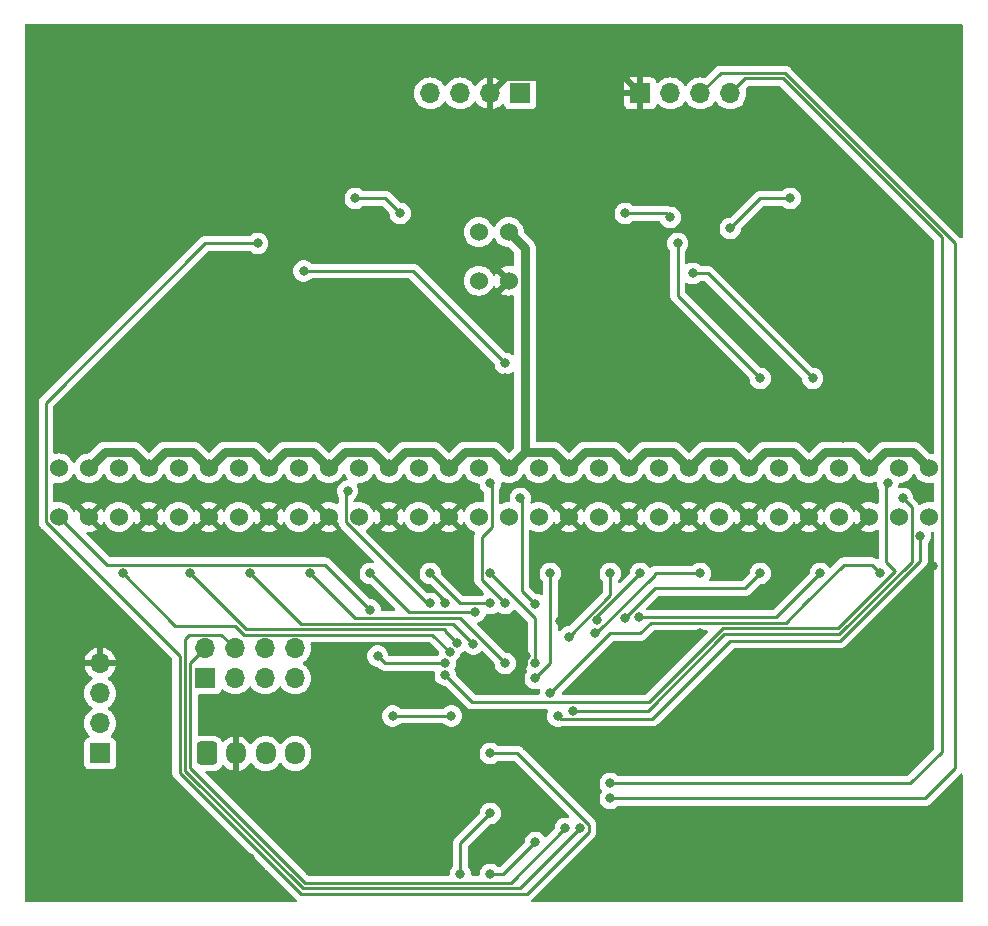
<source format=gbr>
%TF.GenerationSoftware,KiCad,Pcbnew,7.0.9*%
%TF.CreationDate,2024-05-07T12:38:31+09:00*%
%TF.ProjectId,04-line,30342d6c-696e-4652-9e6b-696361645f70,rev?*%
%TF.SameCoordinates,Original*%
%TF.FileFunction,Copper,L1,Top*%
%TF.FilePolarity,Positive*%
%FSLAX46Y46*%
G04 Gerber Fmt 4.6, Leading zero omitted, Abs format (unit mm)*
G04 Created by KiCad (PCBNEW 7.0.9) date 2024-05-07 12:38:31*
%MOMM*%
%LPD*%
G01*
G04 APERTURE LIST*
G04 Aperture macros list*
%AMRoundRect*
0 Rectangle with rounded corners*
0 $1 Rounding radius*
0 $2 $3 $4 $5 $6 $7 $8 $9 X,Y pos of 4 corners*
0 Add a 4 corners polygon primitive as box body*
4,1,4,$2,$3,$4,$5,$6,$7,$8,$9,$2,$3,0*
0 Add four circle primitives for the rounded corners*
1,1,$1+$1,$2,$3*
1,1,$1+$1,$4,$5*
1,1,$1+$1,$6,$7*
1,1,$1+$1,$8,$9*
0 Add four rect primitives between the rounded corners*
20,1,$1+$1,$2,$3,$4,$5,0*
20,1,$1+$1,$4,$5,$6,$7,0*
20,1,$1+$1,$6,$7,$8,$9,0*
20,1,$1+$1,$8,$9,$2,$3,0*%
G04 Aperture macros list end*
%TA.AperFunction,ComponentPad*%
%ADD10R,1.700000X1.700000*%
%TD*%
%TA.AperFunction,ComponentPad*%
%ADD11O,1.700000X1.700000*%
%TD*%
%TA.AperFunction,ComponentPad*%
%ADD12RoundRect,0.250000X-0.600000X-0.725000X0.600000X-0.725000X0.600000X0.725000X-0.600000X0.725000X0*%
%TD*%
%TA.AperFunction,ComponentPad*%
%ADD13O,1.700000X1.950000*%
%TD*%
%TA.AperFunction,ComponentPad*%
%ADD14C,1.524000*%
%TD*%
%TA.AperFunction,ViaPad*%
%ADD15C,0.800000*%
%TD*%
%TA.AperFunction,Conductor*%
%ADD16C,0.600000*%
%TD*%
%TA.AperFunction,Conductor*%
%ADD17C,0.250000*%
%TD*%
%TA.AperFunction,Conductor*%
%ADD18C,0.800000*%
%TD*%
G04 APERTURE END LIST*
D10*
%TO.P,J4,1,Pin_1*%
%TO.N,unconnected-(J4-Pin_1-Pad1)*%
X60960000Y-125730000D03*
D11*
%TO.P,J4,2,Pin_2*%
%TO.N,UART1_RX*%
X60960000Y-123190000D03*
%TO.P,J4,3,Pin_3*%
%TO.N,NRST*%
X63500000Y-125730000D03*
%TO.P,J4,4,Pin_4*%
%TO.N,UART1_TX*%
X63500000Y-123190000D03*
%TO.P,J4,5,Pin_5*%
%TO.N,BOOT0*%
X66040000Y-125730000D03*
%TO.P,J4,6,Pin_6*%
%TO.N,GND*%
X66040000Y-123190000D03*
%TO.P,J4,7,Pin_7*%
%TO.N,unconnected-(J4-Pin_7-Pad7)*%
X68580000Y-125730000D03*
%TO.P,J4,8,Pin_8*%
%TO.N,+3V3*%
X68580000Y-123190000D03*
%TD*%
D10*
%TO.P,J1,1,Pin_1*%
%TO.N,SWCLK*%
X52070000Y-132080000D03*
D11*
%TO.P,J1,2,Pin_2*%
%TO.N,SWDIO*%
X52070000Y-129540000D03*
%TO.P,J1,3,Pin_3*%
%TO.N,NRST*%
X52070000Y-127000000D03*
%TO.P,J1,4,Pin_4*%
%TO.N,GND*%
X52070000Y-124460000D03*
%TD*%
D12*
%TO.P,J3,1,Pin_1*%
%TO.N,VDD*%
X61080000Y-132080000D03*
D13*
%TO.P,J3,2,Pin_2*%
%TO.N,GND*%
X63580000Y-132080000D03*
%TO.P,J3,3,Pin_3*%
%TO.N,UART3_RX*%
X66080000Y-132080000D03*
%TO.P,J3,4,Pin_4*%
%TO.N,UART3_TX*%
X68580000Y-132080000D03*
%TD*%
D10*
%TO.P,J5,1,Pin_1*%
%TO.N,GND*%
X97800000Y-76200000D03*
D11*
%TO.P,J5,2,Pin_2*%
%TO.N,+3V3*%
X100340000Y-76200000D03*
%TO.P,J5,3,Pin_3*%
%TO.N,I2C3_SCL*%
X102880000Y-76200000D03*
%TO.P,J5,4,Pin_4*%
%TO.N,I2C3_SDA*%
X105420000Y-76200000D03*
%TD*%
D14*
%TO.P,U2,1,Anode*%
%TO.N,+3V3*%
X81590500Y-107950000D03*
%TO.P,U2,2,Cathode*%
%TO.N,Net-(U2-Cathode)*%
X79050500Y-107950000D03*
%TO.P,U2,3,Emitter*%
%TO.N,GND*%
X81590500Y-112050000D03*
%TO.P,U2,4,Collector*%
%TO.N,photo_L_1*%
X79050500Y-112050000D03*
%TD*%
%TO.P,U15,1,Anode*%
%TO.N,+3V3*%
X106990500Y-107950000D03*
%TO.P,U15,2,Cathode*%
%TO.N,Net-(U15-Cathode)*%
X104450500Y-107950000D03*
%TO.P,U15,3,Emitter*%
%TO.N,GND*%
X106990500Y-112050000D03*
%TO.P,U15,4,Collector*%
%TO.N,photo_R_4*%
X104450500Y-112050000D03*
%TD*%
%TO.P,U14,1,Anode*%
%TO.N,+3V3*%
X101910500Y-107950000D03*
%TO.P,U14,2,Cathode*%
%TO.N,Net-(U14-Cathode)*%
X99370500Y-107950000D03*
%TO.P,U14,3,Emitter*%
%TO.N,GND*%
X101910500Y-112050000D03*
%TO.P,U14,4,Collector*%
%TO.N,photo_R_3*%
X99370500Y-112050000D03*
%TD*%
%TO.P,U7,1,Anode*%
%TO.N,+3V3*%
X56190500Y-107950000D03*
%TO.P,U7,2,Cathode*%
%TO.N,Net-(U7-Cathode)*%
X53650500Y-107950000D03*
%TO.P,U7,3,Emitter*%
%TO.N,GND*%
X56190500Y-112050000D03*
%TO.P,U7,4,Collector*%
%TO.N,photo_L_6*%
X53650500Y-112050000D03*
%TD*%
D10*
%TO.P,J2,1,Pin_1*%
%TO.N,+3V3*%
X87630000Y-76200000D03*
D11*
%TO.P,J2,2,Pin_2*%
%TO.N,GND*%
X85090000Y-76200000D03*
%TO.P,J2,3,Pin_3*%
%TO.N,I2C3_SCL*%
X82550000Y-76200000D03*
%TO.P,J2,4,Pin_4*%
%TO.N,I2C3_SDA*%
X80010000Y-76200000D03*
%TD*%
D14*
%TO.P,U4,1,Anode*%
%TO.N,+3V3*%
X71430500Y-107950000D03*
%TO.P,U4,2,Cathode*%
%TO.N,Net-(U4-Cathode)*%
X68890500Y-107950000D03*
%TO.P,U4,3,Emitter*%
%TO.N,GND*%
X71430500Y-112050000D03*
%TO.P,U4,4,Collector*%
%TO.N,photo_L_3*%
X68890500Y-112050000D03*
%TD*%
%TO.P,U5,1,Anode*%
%TO.N,+3V3*%
X66350500Y-107950000D03*
%TO.P,U5,2,Cathode*%
%TO.N,Net-(U5-Cathode)*%
X63810500Y-107950000D03*
%TO.P,U5,3,Emitter*%
%TO.N,GND*%
X66350500Y-112050000D03*
%TO.P,U5,4,Collector*%
%TO.N,photo_L_4*%
X63810500Y-112050000D03*
%TD*%
%TO.P,U16,1,Anode*%
%TO.N,+3V3*%
X112070500Y-107950000D03*
%TO.P,U16,2,Cathode*%
%TO.N,Net-(U16-Cathode)*%
X109530500Y-107950000D03*
%TO.P,U16,3,Emitter*%
%TO.N,GND*%
X112070500Y-112050000D03*
%TO.P,U16,4,Collector*%
%TO.N,photo_R_5*%
X109530500Y-112050000D03*
%TD*%
%TO.P,U17,1,Anode*%
%TO.N,+3V3*%
X117150500Y-107950000D03*
%TO.P,U17,2,Cathode*%
%TO.N,Net-(U17-Cathode)*%
X114610500Y-107950000D03*
%TO.P,U17,3,Emitter*%
%TO.N,GND*%
X117150500Y-112050000D03*
%TO.P,U17,4,Collector*%
%TO.N,photo_R_6*%
X114610500Y-112050000D03*
%TD*%
%TO.P,U8,1,Anode*%
%TO.N,+3V3*%
X51110500Y-107950000D03*
%TO.P,U8,2,Cathode*%
%TO.N,Net-(U8-Cathode)*%
X48570500Y-107950000D03*
%TO.P,U8,3,Emitter*%
%TO.N,GND*%
X51110500Y-112050000D03*
%TO.P,U8,4,Collector*%
%TO.N,photo_L_7*%
X48570500Y-112050000D03*
%TD*%
%TO.P,U12,1,Anode*%
%TO.N,+3V3*%
X91750500Y-107950000D03*
%TO.P,U12,2,Cathode*%
%TO.N,Net-(U12-Cathode)*%
X89210500Y-107950000D03*
%TO.P,U12,3,Emitter*%
%TO.N,GND*%
X91750500Y-112050000D03*
%TO.P,U12,4,Collector*%
%TO.N,photo_R_1*%
X89210500Y-112050000D03*
%TD*%
%TO.P,U3,1,Anode*%
%TO.N,+3V3*%
X76510500Y-107950000D03*
%TO.P,U3,2,Cathode*%
%TO.N,Net-(U3-Cathode)*%
X73970500Y-107950000D03*
%TO.P,U3,3,Emitter*%
%TO.N,GND*%
X76510500Y-112050000D03*
%TO.P,U3,4,Collector*%
%TO.N,photo_L_2*%
X73970500Y-112050000D03*
%TD*%
%TO.P,U9,1,Anode*%
%TO.N,+3V3*%
X86670500Y-107950000D03*
%TO.P,U9,2,Cathode*%
%TO.N,Net-(U9-Cathode)*%
X84130500Y-107950000D03*
%TO.P,U9,3,Emitter*%
%TO.N,GND*%
X86670500Y-112050000D03*
%TO.P,U9,4,Collector*%
%TO.N,photo_center*%
X84130500Y-112050000D03*
%TD*%
%TO.P,U18,1,Anode*%
%TO.N,+3V3*%
X122230500Y-107950000D03*
%TO.P,U18,2,Cathode*%
%TO.N,Net-(U18-Cathode)*%
X119690500Y-107950000D03*
%TO.P,U18,3,Emitter*%
%TO.N,GND*%
X122230500Y-112050000D03*
%TO.P,U18,4,Collector*%
%TO.N,photo_R_7*%
X119690500Y-112050000D03*
%TD*%
%TO.P,U6,1,Anode*%
%TO.N,+3V3*%
X61270500Y-107950000D03*
%TO.P,U6,2,Cathode*%
%TO.N,Net-(U6-Cathode)*%
X58730500Y-107950000D03*
%TO.P,U6,3,Emitter*%
%TO.N,GND*%
X61270500Y-112050000D03*
%TO.P,U6,4,Collector*%
%TO.N,photo_L_5*%
X58730500Y-112050000D03*
%TD*%
%TO.P,U10,1,Anode*%
%TO.N,+3V3*%
X86670500Y-87950000D03*
%TO.P,U10,2,Cathode*%
%TO.N,Net-(U10-Cathode)*%
X84130500Y-87950000D03*
%TO.P,U10,3,Emitter*%
%TO.N,GND*%
X86670500Y-92050000D03*
%TO.P,U10,4,Collector*%
%TO.N,photo_front*%
X84130500Y-92050000D03*
%TD*%
%TO.P,U13,1,Anode*%
%TO.N,+3V3*%
X96830500Y-107950000D03*
%TO.P,U13,2,Cathode*%
%TO.N,Net-(U13-Cathode)*%
X94290500Y-107950000D03*
%TO.P,U13,3,Emitter*%
%TO.N,GND*%
X96830500Y-112050000D03*
%TO.P,U13,4,Collector*%
%TO.N,photo_R_2*%
X94290500Y-112050000D03*
%TD*%
D15*
%TO.N,GND*%
X109855000Y-104775000D03*
X89535000Y-104775000D03*
X89535000Y-92075000D03*
X86360000Y-126365000D03*
X75565000Y-127635000D03*
X66040000Y-114935000D03*
X86639500Y-105410000D03*
X81915000Y-88265000D03*
X104140000Y-104775000D03*
X107950000Y-76835000D03*
X118745000Y-120650000D03*
X96520000Y-114935000D03*
X71120000Y-114935000D03*
X78740000Y-88900000D03*
X60960000Y-84455000D03*
X71755000Y-130810000D03*
X52705000Y-104775000D03*
X106680000Y-114935000D03*
X89535000Y-137795000D03*
X111125000Y-124460000D03*
X81915000Y-92075000D03*
X99695000Y-122555000D03*
X103505000Y-137795000D03*
X97155000Y-90170000D03*
X85090000Y-94615000D03*
X92075000Y-119380000D03*
X67945000Y-104775000D03*
X89535000Y-88900000D03*
X70485000Y-123825000D03*
X78105000Y-104775000D03*
X109855000Y-100965000D03*
X83185000Y-129540000D03*
X82550000Y-137160000D03*
X86360000Y-100330000D03*
X57785000Y-104775000D03*
X71755000Y-138430000D03*
X79375000Y-130175000D03*
X119380000Y-104775000D03*
X105410000Y-124460000D03*
X99060000Y-104775000D03*
X76835000Y-135255000D03*
X111760000Y-114935000D03*
X122555000Y-116205000D03*
X81280000Y-114935000D03*
X105410000Y-90170000D03*
X73025000Y-89535000D03*
X109220000Y-92075000D03*
X82550000Y-85090000D03*
X91440000Y-114935000D03*
X102870000Y-121920000D03*
X91036229Y-120866531D03*
X62865000Y-104775000D03*
X74295000Y-87630000D03*
X85725000Y-139065000D03*
X86360000Y-83820000D03*
X60960000Y-114935000D03*
X107315000Y-97790000D03*
X82550000Y-104775000D03*
X121920000Y-110490000D03*
X71120000Y-86360000D03*
X88148344Y-123801199D03*
X64770000Y-140970000D03*
X102235000Y-90170000D03*
X121285000Y-97790000D03*
X74295000Y-104775000D03*
X116840000Y-114935000D03*
X81280000Y-119380000D03*
X114300000Y-100965000D03*
X76835000Y-90170000D03*
X95885000Y-126365000D03*
X65405000Y-90805000D03*
X93345000Y-104775000D03*
X55880000Y-114935000D03*
X109220000Y-124460000D03*
X101600000Y-114935000D03*
X114935000Y-105410000D03*
X95250000Y-132715000D03*
%TO.N,photo_L_1*%
X85090000Y-119380000D03*
X80010000Y-116840000D03*
%TO.N,photo_L_2*%
X74930000Y-116840000D03*
X83820000Y-120104500D03*
%TO.N,photo_L_3*%
X86360000Y-124460000D03*
X69850000Y-116840000D03*
%TO.N,photo_L_4*%
X64770000Y-116840000D03*
X83650877Y-122813623D03*
%TO.N,photo_L_5*%
X59690000Y-116840000D03*
X82292154Y-122717360D03*
%TO.N,photo_L_6*%
X81668736Y-123498612D03*
X53975000Y-116840000D03*
%TO.N,photo_L_7*%
X74930000Y-119925500D03*
X81280000Y-124460000D03*
X75565000Y-123825000D03*
%TO.N,photo_R_1*%
X90170000Y-116840000D03*
X88900000Y-125730000D03*
%TO.N,photo_R_2*%
X91735978Y-122215978D03*
X95250000Y-116840000D03*
%TO.N,photo_R_3*%
X97790000Y-116840000D03*
X94153277Y-120823277D03*
%TO.N,photo_R_4*%
X93980000Y-121920000D03*
X102870000Y-116840000D03*
%TO.N,photo_R_5*%
X96520000Y-120650000D03*
X107950000Y-116840000D03*
%TO.N,photo_R_6*%
X97703361Y-120563361D03*
X113030000Y-116840000D03*
%TO.N,photo_R_7*%
X118110000Y-116840000D03*
X90170000Y-127000000D03*
%TO.N,Net-(D3-DOUT)*%
X100330000Y-86699500D03*
X96520000Y-86360000D03*
%TO.N,SWCLK*%
X82550000Y-142319500D03*
X85090000Y-137160000D03*
%TO.N,I2C2_SDA*%
X65405000Y-88900000D03*
X85090000Y-132080000D03*
%TO.N,I2C2_SCL*%
X85090000Y-109220000D03*
X69301000Y-91234981D03*
X86360000Y-119380000D03*
X86360000Y-99060000D03*
%TO.N,+3V3*%
X105410000Y-87630000D03*
X110490000Y-85090000D03*
%TO.N,photo_center*%
X85090000Y-116840000D03*
X88900000Y-124460000D03*
%TO.N,photo_front*%
X88900000Y-119464500D03*
X87630000Y-110490000D03*
%TO.N,I2C1_SDA*%
X92075000Y-128449500D03*
X100965000Y-88900000D03*
X120015000Y-110490000D03*
X107950000Y-100330000D03*
%TO.N,I2C1_SCL*%
X90805000Y-128928675D03*
X112395000Y-100330000D03*
X102235000Y-91440000D03*
X121502000Y-113665000D03*
%TO.N,SWDIO*%
X88900000Y-139620500D03*
X85090000Y-142319500D03*
%TO.N,I2C3_SCL*%
X95250000Y-135890000D03*
%TO.N,I2C3_SDA*%
X95250000Y-134620000D03*
%TO.N,UART1_RX*%
X91440000Y-138430000D03*
%TO.N,NRST*%
X81808178Y-128905000D03*
X76835000Y-128905000D03*
%TO.N,UART1_TX*%
X92710000Y-138430000D03*
%TO.N,LED_L*%
X81280000Y-125459503D03*
X118745000Y-109220000D03*
%TO.N,LED_R*%
X80010000Y-119380000D03*
X73025000Y-109855000D03*
%TO.N,Net-(D6-DOUT)*%
X73660000Y-85090000D03*
X77470000Y-86360000D03*
%TD*%
D16*
%TO.N,GND*%
X85090000Y-76200000D02*
X86440000Y-74850000D01*
D17*
X92075000Y-119380000D02*
X92075000Y-119827760D01*
X88148344Y-124576656D02*
X86360000Y-126365000D01*
D16*
X102235000Y-122555000D02*
X102870000Y-121920000D01*
X96450000Y-74850000D02*
X97800000Y-76200000D01*
D17*
X88148344Y-123801199D02*
X88148344Y-124576656D01*
D16*
X99695000Y-122555000D02*
X102235000Y-122555000D01*
D17*
X92075000Y-119827760D02*
X91036229Y-120866531D01*
D16*
X86440000Y-74850000D02*
X96450000Y-74850000D01*
D17*
%TO.N,photo_L_1*%
X80010000Y-116840000D02*
X82550000Y-119380000D01*
X82550000Y-119380000D02*
X85090000Y-119380000D01*
%TO.N,photo_L_2*%
X78194500Y-120104500D02*
X83820000Y-120104500D01*
X74930000Y-116840000D02*
X78194500Y-120104500D01*
%TO.N,photo_L_3*%
X73660000Y-120650000D02*
X82550000Y-120650000D01*
X69850000Y-116840000D02*
X73660000Y-120650000D01*
X82550000Y-120650000D02*
X86360000Y-124460000D01*
%TO.N,photo_L_4*%
X81937254Y-121100000D02*
X69030000Y-121100000D01*
X83650877Y-122813623D02*
X81937254Y-121100000D01*
X69030000Y-121100000D02*
X64770000Y-116840000D01*
%TO.N,photo_L_5*%
X64400000Y-121550000D02*
X81280000Y-121550000D01*
X81280000Y-121705206D02*
X82292154Y-122717360D01*
X59690000Y-116840000D02*
X64400000Y-121550000D01*
X81280000Y-121550000D02*
X81280000Y-121705206D01*
%TO.N,photo_L_6*%
X58420000Y-121285000D02*
X63498604Y-121285000D01*
X53975000Y-116840000D02*
X58420000Y-121285000D01*
X80185124Y-122015000D02*
X81668736Y-123498612D01*
X63498604Y-121285000D02*
X64228604Y-122015000D01*
X64228604Y-122015000D02*
X80185124Y-122015000D01*
%TO.N,photo_L_7*%
X76200000Y-124460000D02*
X81280000Y-124460000D01*
X71119500Y-116115000D02*
X74930000Y-119925500D01*
X48570500Y-112050000D02*
X52635500Y-116115000D01*
X52635500Y-116115000D02*
X71119500Y-116115000D01*
X75565000Y-123825000D02*
X76200000Y-124460000D01*
%TO.N,photo_R_1*%
X90170000Y-124460000D02*
X88900000Y-125730000D01*
X90170000Y-116840000D02*
X90170000Y-124460000D01*
%TO.N,photo_R_2*%
X95250000Y-118701956D02*
X91735978Y-122215978D01*
X95250000Y-116840000D02*
X95250000Y-118701956D01*
%TO.N,photo_R_3*%
X94153277Y-120476723D02*
X94153277Y-120823277D01*
X97790000Y-116840000D02*
X94153277Y-120476723D01*
%TO.N,photo_R_4*%
X94081859Y-121920000D02*
X93980000Y-121920000D01*
X102870000Y-116840000D02*
X99060000Y-116840000D01*
X99060000Y-116840000D02*
X99060000Y-116941859D01*
X99060000Y-116941859D02*
X94081859Y-121920000D01*
%TO.N,photo_R_5*%
X106680000Y-118110000D02*
X99060000Y-118110000D01*
X99060000Y-118110000D02*
X96520000Y-120650000D01*
X107950000Y-116840000D02*
X106680000Y-118110000D01*
%TO.N,photo_R_6*%
X109306639Y-120563361D02*
X97703361Y-120563361D01*
X113030000Y-116840000D02*
X109306639Y-120563361D01*
%TO.N,photo_R_7*%
X98696639Y-121013361D02*
X97790000Y-121920000D01*
X104140000Y-121013361D02*
X98696639Y-121013361D01*
X95250000Y-121920000D02*
X90170000Y-127000000D01*
X97790000Y-121920000D02*
X95250000Y-121920000D01*
X118110000Y-116840000D02*
X117385000Y-116115000D01*
X117385000Y-116115000D02*
X115025000Y-116115000D01*
X115025000Y-116115000D02*
X111760000Y-119380000D01*
X111760000Y-119380000D02*
X110126639Y-121013361D01*
X110126639Y-121013361D02*
X104140000Y-121013361D01*
%TO.N,Net-(D3-DOUT)*%
X99990500Y-86360000D02*
X96520000Y-86360000D01*
X100330000Y-86699500D02*
X99990500Y-86360000D01*
%TO.N,SWCLK*%
X82550000Y-139700000D02*
X85090000Y-137160000D01*
X82550000Y-142319500D02*
X82550000Y-139700000D01*
%TO.N,I2C2_SDA*%
X47483500Y-112500251D02*
X47483500Y-102376500D01*
X87385305Y-132080000D02*
X93435000Y-138129695D01*
X58790000Y-123806751D02*
X47483500Y-112500251D01*
X93435000Y-138730305D02*
X88205305Y-143960000D01*
X58790000Y-133722792D02*
X58790000Y-123806751D01*
X60960000Y-88900000D02*
X65405000Y-88900000D01*
X85090000Y-132080000D02*
X87385305Y-132080000D01*
X93435000Y-138129695D02*
X93435000Y-138730305D01*
X69027208Y-143960000D02*
X58790000Y-133722792D01*
X88205305Y-143960000D02*
X69027208Y-143960000D01*
X47483500Y-102376500D02*
X60960000Y-88900000D01*
%TO.N,I2C2_SCL*%
X86360000Y-119380000D02*
X84365000Y-117385000D01*
X85217500Y-109347500D02*
X85090000Y-109220000D01*
X85217500Y-112902500D02*
X85217500Y-109347500D01*
X78534981Y-91234981D02*
X69301000Y-91234981D01*
X84365000Y-113755000D02*
X85217500Y-112902500D01*
X84365000Y-117385000D02*
X84365000Y-113755000D01*
X86360000Y-99060000D02*
X78534981Y-91234981D01*
D18*
%TO.N,+3V3*%
X66350500Y-107950000D02*
X67712500Y-106588000D01*
X95468500Y-106588000D02*
X96830500Y-107950000D01*
X98192500Y-106588000D02*
X100548500Y-106588000D01*
X101910500Y-107950000D02*
X103272500Y-106588000D01*
D17*
X105410000Y-87630000D02*
X107950000Y-85090000D01*
D18*
X80228500Y-106588000D02*
X81590500Y-107950000D01*
X64988500Y-106588000D02*
X66350500Y-107950000D01*
X96830500Y-107950000D02*
X98192500Y-106588000D01*
X85308500Y-106588000D02*
X86670500Y-107950000D01*
X103272500Y-106588000D02*
X105628500Y-106588000D01*
X100548500Y-106588000D02*
X101910500Y-107950000D01*
X82952500Y-106588000D02*
X85308500Y-106588000D01*
X71430500Y-107950000D02*
X72792500Y-106588000D01*
X76510500Y-107950000D02*
X77872500Y-106588000D01*
X88032500Y-89312000D02*
X86670500Y-87950000D01*
X110708500Y-106588000D02*
X112070500Y-107950000D01*
X117150500Y-107950000D02*
X118512500Y-106588000D01*
X90388500Y-106588000D02*
X91750500Y-107950000D01*
X88032500Y-106588000D02*
X88032500Y-89312000D01*
X54828500Y-106588000D02*
X56190500Y-107950000D01*
X67712500Y-106588000D02*
X70068500Y-106588000D01*
X81590500Y-107950000D02*
X82952500Y-106588000D01*
X112070500Y-107950000D02*
X113432500Y-106588000D01*
X75148500Y-106588000D02*
X76510500Y-107950000D01*
X77872500Y-106588000D02*
X80228500Y-106588000D01*
X51110500Y-107950000D02*
X52472500Y-106588000D01*
X93112500Y-106588000D02*
X95468500Y-106588000D01*
X108352500Y-106588000D02*
X110708500Y-106588000D01*
X52472500Y-106588000D02*
X54828500Y-106588000D01*
X91750500Y-107950000D02*
X93112500Y-106588000D01*
X88032500Y-106588000D02*
X90388500Y-106588000D01*
X61270500Y-107950000D02*
X62632500Y-106588000D01*
D17*
X107950000Y-85090000D02*
X110490000Y-85090000D01*
D18*
X106990500Y-107950000D02*
X108352500Y-106588000D01*
X115788500Y-106588000D02*
X117150500Y-107950000D01*
X113432500Y-106588000D02*
X115788500Y-106588000D01*
X56190500Y-107950000D02*
X57552500Y-106588000D01*
X59908500Y-106588000D02*
X61270500Y-107950000D01*
X72792500Y-106588000D02*
X75148500Y-106588000D01*
X105628500Y-106588000D02*
X106990500Y-107950000D01*
X62632500Y-106588000D02*
X64988500Y-106588000D01*
X57552500Y-106588000D02*
X59908500Y-106588000D01*
X118512500Y-106588000D02*
X120868500Y-106588000D01*
X70068500Y-106588000D02*
X71430500Y-107950000D01*
X86670500Y-107950000D02*
X88032500Y-106588000D01*
X120868500Y-106588000D02*
X122230500Y-107950000D01*
D17*
%TO.N,photo_center*%
X88900000Y-120650000D02*
X88900000Y-124460000D01*
X85090000Y-116840000D02*
X88900000Y-120650000D01*
%TO.N,photo_front*%
X87757500Y-118322000D02*
X87757500Y-110617500D01*
X87757500Y-110617500D02*
X87630000Y-110490000D01*
X88900000Y-119464500D02*
X87757500Y-118322000D01*
%TO.N,I2C1_SDA*%
X120777500Y-115834201D02*
X120777500Y-111252500D01*
X120777500Y-111252500D02*
X120015000Y-110490000D01*
X104864879Y-122009878D02*
X114601823Y-122009878D01*
X100965000Y-93345000D02*
X100965000Y-88900000D01*
X114601823Y-122009878D02*
X120777500Y-115834201D01*
X107950000Y-100330000D02*
X100965000Y-93345000D01*
X98425257Y-128449500D02*
X104864879Y-122009878D01*
X92075000Y-128449500D02*
X98425257Y-128449500D01*
%TO.N,I2C1_SCL*%
X103505000Y-91440000D02*
X102235000Y-91440000D01*
X105410000Y-122555000D02*
X114693097Y-122555000D01*
X98790500Y-129174500D02*
X105410000Y-122555000D01*
X91050825Y-129174500D02*
X98790500Y-129174500D01*
X121502000Y-115746097D02*
X121502000Y-113665000D01*
X114693097Y-122555000D02*
X121502000Y-115746097D01*
X112395000Y-100330000D02*
X103505000Y-91440000D01*
X90805000Y-128928675D02*
X91050825Y-129174500D01*
%TO.N,SWDIO*%
X86201000Y-142319500D02*
X88900000Y-139620500D01*
X85090000Y-142319500D02*
X86201000Y-142319500D01*
%TO.N,I2C3_SCL*%
X124460000Y-133350000D02*
X124460000Y-88898604D01*
X104600000Y-74480000D02*
X102880000Y-76200000D01*
X95250000Y-135890000D02*
X121920000Y-135890000D01*
X124460000Y-88898604D02*
X110041396Y-74480000D01*
X110041396Y-74480000D02*
X104600000Y-74480000D01*
X121920000Y-135890000D02*
X124460000Y-133350000D01*
%TO.N,I2C3_SDA*%
X123317500Y-88392500D02*
X109855000Y-74930000D01*
X123317500Y-131952500D02*
X123317500Y-88392500D01*
X109855000Y-74930000D02*
X106690000Y-74930000D01*
X95250000Y-134620000D02*
X120650000Y-134620000D01*
X106690000Y-74930000D02*
X105420000Y-76200000D01*
X120650000Y-134620000D02*
X123317500Y-131952500D01*
%TO.N,UART1_RX*%
X59690000Y-124460000D02*
X60960000Y-123190000D01*
X86825500Y-143044500D02*
X69384500Y-143044500D01*
X69384500Y-143044500D02*
X59690000Y-133350000D01*
X59690000Y-133350000D02*
X59690000Y-124460000D01*
X91440000Y-138430000D02*
X86825500Y-143044500D01*
%TO.N,NRST*%
X81808178Y-128905000D02*
X76835000Y-128905000D01*
%TO.N,UART1_TX*%
X62325000Y-122015000D02*
X63500000Y-123190000D01*
X59240000Y-122370000D02*
X59595000Y-122015000D01*
X59595000Y-122015000D02*
X62325000Y-122015000D01*
X69213604Y-143510000D02*
X59240000Y-133536396D01*
X87630000Y-143510000D02*
X69213604Y-143510000D01*
X92710000Y-138430000D02*
X87630000Y-143510000D01*
X59240000Y-133536396D02*
X59240000Y-122370000D01*
%TO.N,LED_L*%
X114511944Y-121463361D02*
X119367152Y-116608153D01*
X119367152Y-116608153D02*
X118603500Y-115844501D01*
X118603500Y-109361500D02*
X118745000Y-109220000D01*
X104775000Y-121463361D02*
X114511944Y-121463361D01*
X118603500Y-115844501D02*
X118603500Y-109361500D01*
X83545497Y-127725000D02*
X98513361Y-127725000D01*
X98513361Y-127725000D02*
X104775000Y-121463361D01*
X81280000Y-125459503D02*
X83545497Y-127725000D01*
%TO.N,LED_R*%
X72883500Y-112500251D02*
X72883500Y-109996500D01*
X72883500Y-109996500D02*
X73025000Y-109855000D01*
X79763249Y-119380000D02*
X72883500Y-112500251D01*
X80010000Y-119380000D02*
X79763249Y-119380000D01*
%TO.N,Net-(D6-DOUT)*%
X76200000Y-85090000D02*
X73660000Y-85090000D01*
X77470000Y-86360000D02*
X76200000Y-85090000D01*
%TD*%
%TA.AperFunction,Conductor*%
%TO.N,GND*%
G36*
X125043039Y-70320185D02*
G01*
X125088794Y-70372989D01*
X125100000Y-70424500D01*
X125100000Y-88352748D01*
X125080315Y-88419787D01*
X125027511Y-88465542D01*
X124958353Y-88475486D01*
X124896961Y-88448293D01*
X124883694Y-88437318D01*
X124879371Y-88433384D01*
X110542199Y-74096212D01*
X110532376Y-74083950D01*
X110532155Y-74084134D01*
X110527182Y-74078123D01*
X110508555Y-74060631D01*
X110476760Y-74030773D01*
X110466315Y-74020328D01*
X110455871Y-74009883D01*
X110450382Y-74005625D01*
X110445957Y-74001847D01*
X110411978Y-73969938D01*
X110411976Y-73969936D01*
X110411973Y-73969935D01*
X110394425Y-73960288D01*
X110378159Y-73949604D01*
X110362329Y-73937325D01*
X110319564Y-73918818D01*
X110314318Y-73916248D01*
X110273489Y-73893803D01*
X110273488Y-73893802D01*
X110254089Y-73888822D01*
X110235677Y-73882518D01*
X110217294Y-73874562D01*
X110217288Y-73874560D01*
X110171270Y-73867272D01*
X110165548Y-73866087D01*
X110120417Y-73854500D01*
X110120415Y-73854500D01*
X110100380Y-73854500D01*
X110080982Y-73852973D01*
X110073558Y-73851797D01*
X110061201Y-73849840D01*
X110061200Y-73849840D01*
X110014812Y-73854225D01*
X110008974Y-73854500D01*
X104682737Y-73854500D01*
X104667120Y-73852776D01*
X104667093Y-73853062D01*
X104659331Y-73852327D01*
X104590203Y-73854500D01*
X104560650Y-73854500D01*
X104559929Y-73854590D01*
X104553757Y-73855369D01*
X104547945Y-73855826D01*
X104501378Y-73857290D01*
X104501367Y-73857292D01*
X104482134Y-73862879D01*
X104463094Y-73866822D01*
X104443217Y-73869334D01*
X104443210Y-73869335D01*
X104443208Y-73869336D01*
X104443206Y-73869336D01*
X104443205Y-73869337D01*
X104399868Y-73886494D01*
X104394342Y-73888386D01*
X104349611Y-73901382D01*
X104349608Y-73901383D01*
X104332363Y-73911581D01*
X104314901Y-73920135D01*
X104296272Y-73927511D01*
X104296267Y-73927513D01*
X104258564Y-73954906D01*
X104253682Y-73958112D01*
X104213580Y-73981828D01*
X104199408Y-73996000D01*
X104184623Y-74008628D01*
X104168412Y-74020407D01*
X104138709Y-74056310D01*
X104134777Y-74060631D01*
X103335646Y-74859761D01*
X103274323Y-74893246D01*
X103215873Y-74891855D01*
X103115408Y-74864937D01*
X102880001Y-74844341D01*
X102879999Y-74844341D01*
X102644596Y-74864936D01*
X102644586Y-74864938D01*
X102416344Y-74926094D01*
X102416335Y-74926098D01*
X102202171Y-75025964D01*
X102202169Y-75025965D01*
X102008597Y-75161505D01*
X101841505Y-75328597D01*
X101711575Y-75514158D01*
X101656998Y-75557783D01*
X101587500Y-75564977D01*
X101525145Y-75533454D01*
X101508425Y-75514158D01*
X101378494Y-75328597D01*
X101211402Y-75161506D01*
X101211395Y-75161501D01*
X101017834Y-75025967D01*
X101017830Y-75025965D01*
X100946727Y-74992809D01*
X100803663Y-74926097D01*
X100803659Y-74926096D01*
X100803655Y-74926094D01*
X100575413Y-74864938D01*
X100575403Y-74864936D01*
X100340001Y-74844341D01*
X100339999Y-74844341D01*
X100104596Y-74864936D01*
X100104586Y-74864938D01*
X99876344Y-74926094D01*
X99876335Y-74926098D01*
X99662171Y-75025964D01*
X99662169Y-75025965D01*
X99468600Y-75161503D01*
X99346284Y-75283819D01*
X99284961Y-75317303D01*
X99215269Y-75312319D01*
X99159336Y-75270447D01*
X99142421Y-75239470D01*
X99093354Y-75107913D01*
X99093350Y-75107906D01*
X99007190Y-74992812D01*
X99007187Y-74992809D01*
X98892093Y-74906649D01*
X98892086Y-74906645D01*
X98757379Y-74856403D01*
X98757372Y-74856401D01*
X98697844Y-74850000D01*
X98050000Y-74850000D01*
X98050000Y-75764498D01*
X97942315Y-75715320D01*
X97835763Y-75700000D01*
X97764237Y-75700000D01*
X97657685Y-75715320D01*
X97550000Y-75764498D01*
X97550000Y-74850000D01*
X96902155Y-74850000D01*
X96842627Y-74856401D01*
X96842620Y-74856403D01*
X96707913Y-74906645D01*
X96707906Y-74906649D01*
X96592812Y-74992809D01*
X96592809Y-74992812D01*
X96506649Y-75107906D01*
X96506645Y-75107913D01*
X96456403Y-75242620D01*
X96456401Y-75242627D01*
X96450000Y-75302155D01*
X96450000Y-75950000D01*
X97366314Y-75950000D01*
X97340507Y-75990156D01*
X97300000Y-76128111D01*
X97300000Y-76271889D01*
X97340507Y-76409844D01*
X97366314Y-76450000D01*
X96450000Y-76450000D01*
X96450000Y-77097844D01*
X96456401Y-77157372D01*
X96456403Y-77157379D01*
X96506645Y-77292086D01*
X96506649Y-77292093D01*
X96592809Y-77407187D01*
X96592812Y-77407190D01*
X96707906Y-77493350D01*
X96707913Y-77493354D01*
X96842620Y-77543596D01*
X96842627Y-77543598D01*
X96902155Y-77549999D01*
X96902172Y-77550000D01*
X97550000Y-77550000D01*
X97550000Y-76635501D01*
X97657685Y-76684680D01*
X97764237Y-76700000D01*
X97835763Y-76700000D01*
X97942315Y-76684680D01*
X98050000Y-76635501D01*
X98050000Y-77550000D01*
X98697828Y-77550000D01*
X98697844Y-77549999D01*
X98757372Y-77543598D01*
X98757379Y-77543596D01*
X98892086Y-77493354D01*
X98892093Y-77493350D01*
X99007187Y-77407190D01*
X99007190Y-77407187D01*
X99093350Y-77292093D01*
X99093354Y-77292086D01*
X99142422Y-77160529D01*
X99184293Y-77104595D01*
X99249757Y-77080178D01*
X99318030Y-77095030D01*
X99346285Y-77116181D01*
X99468599Y-77238495D01*
X99565384Y-77306265D01*
X99662165Y-77374032D01*
X99662167Y-77374033D01*
X99662170Y-77374035D01*
X99876337Y-77473903D01*
X100104592Y-77535063D01*
X100281034Y-77550500D01*
X100339999Y-77555659D01*
X100340000Y-77555659D01*
X100340001Y-77555659D01*
X100398966Y-77550500D01*
X100575408Y-77535063D01*
X100803663Y-77473903D01*
X101017830Y-77374035D01*
X101211401Y-77238495D01*
X101378495Y-77071401D01*
X101508425Y-76885842D01*
X101563002Y-76842217D01*
X101632500Y-76835023D01*
X101694855Y-76866546D01*
X101711575Y-76885842D01*
X101841500Y-77071395D01*
X101841505Y-77071401D01*
X102008599Y-77238495D01*
X102105384Y-77306265D01*
X102202165Y-77374032D01*
X102202167Y-77374033D01*
X102202170Y-77374035D01*
X102416337Y-77473903D01*
X102644592Y-77535063D01*
X102821034Y-77550500D01*
X102879999Y-77555659D01*
X102880000Y-77555659D01*
X102880001Y-77555659D01*
X102938966Y-77550500D01*
X103115408Y-77535063D01*
X103343663Y-77473903D01*
X103557830Y-77374035D01*
X103751401Y-77238495D01*
X103918495Y-77071401D01*
X104048425Y-76885842D01*
X104103002Y-76842217D01*
X104172500Y-76835023D01*
X104234855Y-76866546D01*
X104251575Y-76885842D01*
X104381500Y-77071395D01*
X104381505Y-77071401D01*
X104548599Y-77238495D01*
X104645384Y-77306265D01*
X104742165Y-77374032D01*
X104742167Y-77374033D01*
X104742170Y-77374035D01*
X104956337Y-77473903D01*
X105184592Y-77535063D01*
X105361034Y-77550500D01*
X105419999Y-77555659D01*
X105420000Y-77555659D01*
X105420001Y-77555659D01*
X105478966Y-77550500D01*
X105655408Y-77535063D01*
X105883663Y-77473903D01*
X106097830Y-77374035D01*
X106291401Y-77238495D01*
X106458495Y-77071401D01*
X106594035Y-76877830D01*
X106693903Y-76663663D01*
X106755063Y-76435408D01*
X106775659Y-76200000D01*
X106755063Y-75964592D01*
X106728143Y-75864125D01*
X106729806Y-75794277D01*
X106760238Y-75744351D01*
X106776623Y-75727967D01*
X106804590Y-75700000D01*
X106912774Y-75591818D01*
X106974097Y-75558334D01*
X107000454Y-75555500D01*
X109544548Y-75555500D01*
X109611587Y-75575185D01*
X109632229Y-75591819D01*
X122655681Y-88615271D01*
X122689166Y-88676594D01*
X122692000Y-88702952D01*
X122692000Y-106605021D01*
X122672315Y-106672060D01*
X122619511Y-106717815D01*
X122550353Y-106727759D01*
X122535907Y-106724796D01*
X122450573Y-106701931D01*
X122450569Y-106701930D01*
X122450568Y-106701930D01*
X122450567Y-106701929D01*
X122450562Y-106701929D01*
X122282228Y-106687202D01*
X122217159Y-106661750D01*
X122205354Y-106651355D01*
X121562264Y-106008265D01*
X121549626Y-105993468D01*
X121541387Y-105982128D01*
X121489777Y-105935657D01*
X121487422Y-105933423D01*
X121471882Y-105917882D01*
X121454795Y-105904043D01*
X121452331Y-105901939D01*
X121400720Y-105855470D01*
X121400713Y-105855465D01*
X121388570Y-105848454D01*
X121372543Y-105837438D01*
X121361653Y-105828620D01*
X121361651Y-105828619D01*
X121361649Y-105828617D01*
X121342759Y-105818992D01*
X121299766Y-105797085D01*
X121296914Y-105795537D01*
X121236782Y-105760820D01*
X121223449Y-105756488D01*
X121205478Y-105749043D01*
X121192998Y-105742684D01*
X121192986Y-105742679D01*
X121125909Y-105724705D01*
X121122809Y-105723787D01*
X121056756Y-105702326D01*
X121056751Y-105702325D01*
X121056749Y-105702325D01*
X121042814Y-105700860D01*
X121023689Y-105697315D01*
X121010153Y-105693688D01*
X121010143Y-105693686D01*
X120940790Y-105690051D01*
X120937559Y-105689797D01*
X120923037Y-105688271D01*
X120915692Y-105687500D01*
X120915689Y-105687500D01*
X120893703Y-105687500D01*
X120890459Y-105687415D01*
X120821112Y-105683781D01*
X120821111Y-105683781D01*
X120807272Y-105685973D01*
X120787873Y-105687500D01*
X118593127Y-105687500D01*
X118573728Y-105685973D01*
X118559888Y-105683781D01*
X118490541Y-105687415D01*
X118487298Y-105687500D01*
X118465308Y-105687500D01*
X118459059Y-105688156D01*
X118443441Y-105689797D01*
X118440210Y-105690051D01*
X118370858Y-105693686D01*
X118370853Y-105693687D01*
X118357303Y-105697317D01*
X118338191Y-105700859D01*
X118324249Y-105702325D01*
X118324237Y-105702327D01*
X118271969Y-105719310D01*
X118258187Y-105723788D01*
X118255107Y-105724701D01*
X118218195Y-105734591D01*
X118188014Y-105742679D01*
X118175520Y-105749045D01*
X118157553Y-105756487D01*
X118144214Y-105760821D01*
X118084091Y-105795533D01*
X118081240Y-105797081D01*
X118019350Y-105828617D01*
X118008451Y-105837442D01*
X117992431Y-105848452D01*
X117980287Y-105855464D01*
X117980283Y-105855467D01*
X117928690Y-105901921D01*
X117926226Y-105904026D01*
X117909120Y-105917879D01*
X117893556Y-105933443D01*
X117891223Y-105935657D01*
X117869706Y-105955030D01*
X117839613Y-105982127D01*
X117839605Y-105982136D01*
X117831372Y-105993468D01*
X117818738Y-106008260D01*
X117238180Y-106588819D01*
X117176857Y-106622304D01*
X117107166Y-106617320D01*
X117062820Y-106588820D01*
X116482263Y-106008264D01*
X116469626Y-105993468D01*
X116461387Y-105982128D01*
X116409777Y-105935657D01*
X116407422Y-105933423D01*
X116391882Y-105917882D01*
X116374795Y-105904043D01*
X116372331Y-105901939D01*
X116320720Y-105855470D01*
X116320713Y-105855465D01*
X116308570Y-105848454D01*
X116292543Y-105837438D01*
X116281653Y-105828620D01*
X116281651Y-105828619D01*
X116281649Y-105828617D01*
X116262759Y-105818992D01*
X116219766Y-105797085D01*
X116216914Y-105795537D01*
X116156782Y-105760820D01*
X116143449Y-105756488D01*
X116125478Y-105749043D01*
X116112998Y-105742684D01*
X116112986Y-105742679D01*
X116045909Y-105724705D01*
X116042809Y-105723787D01*
X115976756Y-105702326D01*
X115976751Y-105702325D01*
X115976749Y-105702325D01*
X115962814Y-105700860D01*
X115943689Y-105697315D01*
X115930153Y-105693688D01*
X115930143Y-105693686D01*
X115860790Y-105690051D01*
X115857559Y-105689797D01*
X115843037Y-105688271D01*
X115835692Y-105687500D01*
X115835689Y-105687500D01*
X115813703Y-105687500D01*
X115810459Y-105687415D01*
X115741112Y-105683781D01*
X115741111Y-105683781D01*
X115727272Y-105685973D01*
X115707873Y-105687500D01*
X113513127Y-105687500D01*
X113493728Y-105685973D01*
X113479888Y-105683781D01*
X113410541Y-105687415D01*
X113407298Y-105687500D01*
X113385308Y-105687500D01*
X113379059Y-105688156D01*
X113363441Y-105689797D01*
X113360210Y-105690051D01*
X113290858Y-105693686D01*
X113290853Y-105693687D01*
X113277303Y-105697317D01*
X113258191Y-105700859D01*
X113244249Y-105702325D01*
X113244237Y-105702327D01*
X113191969Y-105719310D01*
X113178187Y-105723788D01*
X113175107Y-105724701D01*
X113138195Y-105734591D01*
X113108014Y-105742679D01*
X113095520Y-105749045D01*
X113077553Y-105756487D01*
X113064214Y-105760821D01*
X113004091Y-105795533D01*
X113001240Y-105797081D01*
X112939350Y-105828617D01*
X112928451Y-105837442D01*
X112912431Y-105848452D01*
X112900287Y-105855464D01*
X112900283Y-105855467D01*
X112848690Y-105901921D01*
X112846226Y-105904026D01*
X112829120Y-105917879D01*
X112813556Y-105933443D01*
X112811223Y-105935657D01*
X112789706Y-105955030D01*
X112759613Y-105982127D01*
X112759605Y-105982136D01*
X112751372Y-105993468D01*
X112738738Y-106008260D01*
X112158180Y-106588819D01*
X112096857Y-106622304D01*
X112027166Y-106617320D01*
X111982820Y-106588820D01*
X111402263Y-106008264D01*
X111389626Y-105993468D01*
X111381387Y-105982128D01*
X111329777Y-105935657D01*
X111327422Y-105933423D01*
X111311882Y-105917882D01*
X111294795Y-105904043D01*
X111292331Y-105901939D01*
X111240720Y-105855470D01*
X111240713Y-105855465D01*
X111228570Y-105848454D01*
X111212543Y-105837438D01*
X111201653Y-105828620D01*
X111201651Y-105828619D01*
X111201649Y-105828617D01*
X111182759Y-105818992D01*
X111139766Y-105797085D01*
X111136914Y-105795537D01*
X111076782Y-105760820D01*
X111063449Y-105756488D01*
X111045478Y-105749043D01*
X111032998Y-105742684D01*
X111032986Y-105742679D01*
X110965909Y-105724705D01*
X110962809Y-105723787D01*
X110896756Y-105702326D01*
X110896751Y-105702325D01*
X110896749Y-105702325D01*
X110882814Y-105700860D01*
X110863689Y-105697315D01*
X110850153Y-105693688D01*
X110850143Y-105693686D01*
X110780790Y-105690051D01*
X110777559Y-105689797D01*
X110763037Y-105688271D01*
X110755692Y-105687500D01*
X110755689Y-105687500D01*
X110733703Y-105687500D01*
X110730459Y-105687415D01*
X110661112Y-105683781D01*
X110661111Y-105683781D01*
X110647272Y-105685973D01*
X110627873Y-105687500D01*
X108433127Y-105687500D01*
X108413728Y-105685973D01*
X108399888Y-105683781D01*
X108330541Y-105687415D01*
X108327298Y-105687500D01*
X108305308Y-105687500D01*
X108299059Y-105688156D01*
X108283441Y-105689797D01*
X108280210Y-105690051D01*
X108210858Y-105693686D01*
X108210853Y-105693687D01*
X108197303Y-105697317D01*
X108178191Y-105700859D01*
X108164249Y-105702325D01*
X108164237Y-105702327D01*
X108111969Y-105719310D01*
X108098187Y-105723788D01*
X108095107Y-105724701D01*
X108058195Y-105734591D01*
X108028014Y-105742679D01*
X108015520Y-105749045D01*
X107997553Y-105756487D01*
X107984214Y-105760821D01*
X107924091Y-105795533D01*
X107921240Y-105797081D01*
X107859350Y-105828617D01*
X107848451Y-105837442D01*
X107832431Y-105848452D01*
X107820287Y-105855464D01*
X107820283Y-105855467D01*
X107768690Y-105901921D01*
X107766226Y-105904026D01*
X107749120Y-105917879D01*
X107733556Y-105933443D01*
X107731223Y-105935657D01*
X107709706Y-105955030D01*
X107679613Y-105982127D01*
X107679605Y-105982136D01*
X107671372Y-105993468D01*
X107658738Y-106008260D01*
X107078180Y-106588819D01*
X107016857Y-106622304D01*
X106947166Y-106617320D01*
X106902820Y-106588820D01*
X106322263Y-106008264D01*
X106309626Y-105993468D01*
X106301387Y-105982128D01*
X106249777Y-105935657D01*
X106247422Y-105933423D01*
X106231882Y-105917882D01*
X106214795Y-105904043D01*
X106212331Y-105901939D01*
X106160720Y-105855470D01*
X106160713Y-105855465D01*
X106148570Y-105848454D01*
X106132543Y-105837438D01*
X106121653Y-105828620D01*
X106121651Y-105828619D01*
X106121649Y-105828617D01*
X106102759Y-105818992D01*
X106059766Y-105797085D01*
X106056914Y-105795537D01*
X105996782Y-105760820D01*
X105983449Y-105756488D01*
X105965478Y-105749043D01*
X105952998Y-105742684D01*
X105952986Y-105742679D01*
X105885909Y-105724705D01*
X105882809Y-105723787D01*
X105816756Y-105702326D01*
X105816751Y-105702325D01*
X105816749Y-105702325D01*
X105802814Y-105700860D01*
X105783689Y-105697315D01*
X105770153Y-105693688D01*
X105770143Y-105693686D01*
X105700790Y-105690051D01*
X105697559Y-105689797D01*
X105683037Y-105688271D01*
X105675692Y-105687500D01*
X105675689Y-105687500D01*
X105653703Y-105687500D01*
X105650459Y-105687415D01*
X105581112Y-105683781D01*
X105581111Y-105683781D01*
X105567272Y-105685973D01*
X105547873Y-105687500D01*
X103353127Y-105687500D01*
X103333728Y-105685973D01*
X103319888Y-105683781D01*
X103250541Y-105687415D01*
X103247298Y-105687500D01*
X103225308Y-105687500D01*
X103219059Y-105688156D01*
X103203441Y-105689797D01*
X103200210Y-105690051D01*
X103130858Y-105693686D01*
X103130853Y-105693687D01*
X103117303Y-105697317D01*
X103098191Y-105700859D01*
X103084249Y-105702325D01*
X103084237Y-105702327D01*
X103031969Y-105719310D01*
X103018187Y-105723788D01*
X103015107Y-105724701D01*
X102978195Y-105734591D01*
X102948014Y-105742679D01*
X102935520Y-105749045D01*
X102917553Y-105756487D01*
X102904214Y-105760821D01*
X102844091Y-105795533D01*
X102841240Y-105797081D01*
X102779350Y-105828617D01*
X102768451Y-105837442D01*
X102752431Y-105848452D01*
X102740287Y-105855464D01*
X102740283Y-105855467D01*
X102688690Y-105901921D01*
X102686226Y-105904026D01*
X102669120Y-105917879D01*
X102653556Y-105933443D01*
X102651223Y-105935657D01*
X102629706Y-105955030D01*
X102599613Y-105982127D01*
X102599605Y-105982136D01*
X102591372Y-105993468D01*
X102578738Y-106008260D01*
X101998180Y-106588819D01*
X101936857Y-106622304D01*
X101867166Y-106617320D01*
X101822820Y-106588820D01*
X101242263Y-106008264D01*
X101229626Y-105993468D01*
X101221387Y-105982128D01*
X101169777Y-105935657D01*
X101167422Y-105933423D01*
X101151882Y-105917882D01*
X101134795Y-105904043D01*
X101132331Y-105901939D01*
X101080720Y-105855470D01*
X101080713Y-105855465D01*
X101068570Y-105848454D01*
X101052543Y-105837438D01*
X101041653Y-105828620D01*
X101041651Y-105828619D01*
X101041649Y-105828617D01*
X101022759Y-105818992D01*
X100979766Y-105797085D01*
X100976914Y-105795537D01*
X100916782Y-105760820D01*
X100903449Y-105756488D01*
X100885478Y-105749043D01*
X100872998Y-105742684D01*
X100872986Y-105742679D01*
X100805909Y-105724705D01*
X100802809Y-105723787D01*
X100736756Y-105702326D01*
X100736751Y-105702325D01*
X100736749Y-105702325D01*
X100722814Y-105700860D01*
X100703689Y-105697315D01*
X100690153Y-105693688D01*
X100690143Y-105693686D01*
X100620790Y-105690051D01*
X100617559Y-105689797D01*
X100603037Y-105688271D01*
X100595692Y-105687500D01*
X100595689Y-105687500D01*
X100573703Y-105687500D01*
X100570459Y-105687415D01*
X100501112Y-105683781D01*
X100501111Y-105683781D01*
X100487272Y-105685973D01*
X100467873Y-105687500D01*
X98273127Y-105687500D01*
X98253728Y-105685973D01*
X98239888Y-105683781D01*
X98170541Y-105687415D01*
X98167298Y-105687500D01*
X98145308Y-105687500D01*
X98139059Y-105688156D01*
X98123441Y-105689797D01*
X98120210Y-105690051D01*
X98050858Y-105693686D01*
X98050853Y-105693687D01*
X98037303Y-105697317D01*
X98018191Y-105700859D01*
X98004249Y-105702325D01*
X98004237Y-105702327D01*
X97951969Y-105719310D01*
X97938187Y-105723788D01*
X97935107Y-105724701D01*
X97898195Y-105734591D01*
X97868014Y-105742679D01*
X97855520Y-105749045D01*
X97837553Y-105756487D01*
X97824214Y-105760821D01*
X97764091Y-105795533D01*
X97761240Y-105797081D01*
X97699350Y-105828617D01*
X97688451Y-105837442D01*
X97672431Y-105848452D01*
X97660287Y-105855464D01*
X97660283Y-105855467D01*
X97608690Y-105901921D01*
X97606226Y-105904026D01*
X97589120Y-105917879D01*
X97573556Y-105933443D01*
X97571223Y-105935657D01*
X97549706Y-105955030D01*
X97519613Y-105982127D01*
X97519605Y-105982136D01*
X97511372Y-105993468D01*
X97498738Y-106008260D01*
X96918180Y-106588819D01*
X96856857Y-106622304D01*
X96787166Y-106617320D01*
X96742820Y-106588820D01*
X96162263Y-106008264D01*
X96149626Y-105993468D01*
X96141387Y-105982128D01*
X96089777Y-105935657D01*
X96087422Y-105933423D01*
X96071882Y-105917882D01*
X96054795Y-105904043D01*
X96052331Y-105901939D01*
X96000720Y-105855470D01*
X96000713Y-105855465D01*
X95988570Y-105848454D01*
X95972543Y-105837438D01*
X95961653Y-105828620D01*
X95961651Y-105828619D01*
X95961649Y-105828617D01*
X95942759Y-105818992D01*
X95899766Y-105797085D01*
X95896914Y-105795537D01*
X95836782Y-105760820D01*
X95823449Y-105756488D01*
X95805478Y-105749043D01*
X95792998Y-105742684D01*
X95792986Y-105742679D01*
X95725909Y-105724705D01*
X95722809Y-105723787D01*
X95656756Y-105702326D01*
X95656751Y-105702325D01*
X95656749Y-105702325D01*
X95642814Y-105700860D01*
X95623689Y-105697315D01*
X95610153Y-105693688D01*
X95610143Y-105693686D01*
X95540790Y-105690051D01*
X95537559Y-105689797D01*
X95523037Y-105688271D01*
X95515692Y-105687500D01*
X95515689Y-105687500D01*
X95493703Y-105687500D01*
X95490459Y-105687415D01*
X95421112Y-105683781D01*
X95421111Y-105683781D01*
X95407272Y-105685973D01*
X95387873Y-105687500D01*
X93193127Y-105687500D01*
X93173728Y-105685973D01*
X93159888Y-105683781D01*
X93090541Y-105687415D01*
X93087298Y-105687500D01*
X93065308Y-105687500D01*
X93059059Y-105688156D01*
X93043441Y-105689797D01*
X93040210Y-105690051D01*
X92970858Y-105693686D01*
X92970853Y-105693687D01*
X92957303Y-105697317D01*
X92938191Y-105700859D01*
X92924249Y-105702325D01*
X92924237Y-105702327D01*
X92871969Y-105719310D01*
X92858187Y-105723788D01*
X92855107Y-105724701D01*
X92818195Y-105734591D01*
X92788014Y-105742679D01*
X92775520Y-105749045D01*
X92757553Y-105756487D01*
X92744214Y-105760821D01*
X92684091Y-105795533D01*
X92681240Y-105797081D01*
X92619350Y-105828617D01*
X92608451Y-105837442D01*
X92592431Y-105848452D01*
X92580287Y-105855464D01*
X92580283Y-105855467D01*
X92528690Y-105901921D01*
X92526226Y-105904026D01*
X92509120Y-105917879D01*
X92493556Y-105933443D01*
X92491223Y-105935657D01*
X92469706Y-105955030D01*
X92439613Y-105982127D01*
X92439605Y-105982136D01*
X92431372Y-105993468D01*
X92418738Y-106008260D01*
X91838180Y-106588819D01*
X91776857Y-106622304D01*
X91707166Y-106617320D01*
X91662820Y-106588820D01*
X91082263Y-106008264D01*
X91069626Y-105993468D01*
X91061387Y-105982128D01*
X91009777Y-105935657D01*
X91007422Y-105933423D01*
X90991882Y-105917882D01*
X90974795Y-105904043D01*
X90972331Y-105901939D01*
X90920720Y-105855470D01*
X90920713Y-105855465D01*
X90908570Y-105848454D01*
X90892543Y-105837438D01*
X90881653Y-105828620D01*
X90881651Y-105828619D01*
X90881649Y-105828617D01*
X90862759Y-105818992D01*
X90819766Y-105797085D01*
X90816914Y-105795537D01*
X90756782Y-105760820D01*
X90743449Y-105756488D01*
X90725478Y-105749043D01*
X90712998Y-105742684D01*
X90712986Y-105742679D01*
X90645909Y-105724705D01*
X90642809Y-105723787D01*
X90576756Y-105702326D01*
X90576751Y-105702325D01*
X90576749Y-105702325D01*
X90562814Y-105700860D01*
X90543689Y-105697315D01*
X90530153Y-105693688D01*
X90530143Y-105693686D01*
X90460790Y-105690051D01*
X90457559Y-105689797D01*
X90443037Y-105688271D01*
X90435692Y-105687500D01*
X90435689Y-105687500D01*
X90413703Y-105687500D01*
X90410459Y-105687415D01*
X90341112Y-105683781D01*
X90341111Y-105683781D01*
X90327272Y-105685973D01*
X90307873Y-105687500D01*
X89057000Y-105687500D01*
X88989961Y-105667815D01*
X88944206Y-105615011D01*
X88933000Y-105563500D01*
X88933000Y-89392626D01*
X88934527Y-89373225D01*
X88936719Y-89359388D01*
X88933084Y-89290040D01*
X88933000Y-89286797D01*
X88933000Y-89264809D01*
X88932999Y-89264800D01*
X88930701Y-89242936D01*
X88930447Y-89239720D01*
X88926813Y-89170355D01*
X88923185Y-89156814D01*
X88919639Y-89137688D01*
X88918174Y-89123744D01*
X88896709Y-89057682D01*
X88895796Y-89054601D01*
X88877820Y-88987512D01*
X88871456Y-88975022D01*
X88864011Y-88957050D01*
X88859679Y-88943716D01*
X88846465Y-88920829D01*
X88834439Y-88900000D01*
X100059540Y-88900000D01*
X100079326Y-89088256D01*
X100079327Y-89088259D01*
X100137818Y-89268277D01*
X100137821Y-89268284D01*
X100232467Y-89432216D01*
X100275772Y-89480310D01*
X100307650Y-89515715D01*
X100337880Y-89578706D01*
X100339500Y-89598687D01*
X100339500Y-93262255D01*
X100337775Y-93277872D01*
X100338061Y-93277899D01*
X100337326Y-93285665D01*
X100339500Y-93354814D01*
X100339500Y-93384343D01*
X100339501Y-93384360D01*
X100340368Y-93391231D01*
X100340826Y-93397050D01*
X100342290Y-93443624D01*
X100342291Y-93443627D01*
X100347880Y-93462867D01*
X100351824Y-93481911D01*
X100354336Y-93501791D01*
X100371490Y-93545119D01*
X100373382Y-93550647D01*
X100386381Y-93595388D01*
X100396580Y-93612634D01*
X100405138Y-93630103D01*
X100412514Y-93648732D01*
X100439898Y-93686423D01*
X100443106Y-93691307D01*
X100466827Y-93731416D01*
X100466833Y-93731424D01*
X100480990Y-93745580D01*
X100493628Y-93760376D01*
X100505405Y-93776586D01*
X100505406Y-93776587D01*
X100541309Y-93806288D01*
X100545620Y-93810210D01*
X104858591Y-98123181D01*
X107011038Y-100275628D01*
X107044523Y-100336951D01*
X107046678Y-100350347D01*
X107054139Y-100421338D01*
X107064326Y-100518256D01*
X107064327Y-100518259D01*
X107122818Y-100698277D01*
X107122821Y-100698284D01*
X107217467Y-100862216D01*
X107344129Y-101002888D01*
X107497265Y-101114148D01*
X107497270Y-101114151D01*
X107670192Y-101191142D01*
X107670197Y-101191144D01*
X107855354Y-101230500D01*
X107855355Y-101230500D01*
X108044644Y-101230500D01*
X108044646Y-101230500D01*
X108229803Y-101191144D01*
X108402730Y-101114151D01*
X108555871Y-101002888D01*
X108682533Y-100862216D01*
X108777179Y-100698284D01*
X108835674Y-100518256D01*
X108855460Y-100330000D01*
X108835674Y-100141744D01*
X108777179Y-99961716D01*
X108682533Y-99797784D01*
X108555871Y-99657112D01*
X108555870Y-99657111D01*
X108402734Y-99545851D01*
X108402729Y-99545848D01*
X108229807Y-99468857D01*
X108229802Y-99468855D01*
X108084001Y-99437865D01*
X108044646Y-99429500D01*
X108044645Y-99429500D01*
X107985452Y-99429500D01*
X107918413Y-99409815D01*
X107897771Y-99393181D01*
X101626819Y-93122228D01*
X101593334Y-93060905D01*
X101590500Y-93034547D01*
X101590500Y-92328185D01*
X101610185Y-92261146D01*
X101662989Y-92215391D01*
X101732147Y-92205447D01*
X101775373Y-92223087D01*
X101776637Y-92220899D01*
X101782270Y-92224151D01*
X101955192Y-92301142D01*
X101955197Y-92301144D01*
X102140354Y-92340500D01*
X102140355Y-92340500D01*
X102329644Y-92340500D01*
X102329646Y-92340500D01*
X102514803Y-92301144D01*
X102687730Y-92224151D01*
X102840871Y-92112888D01*
X102843788Y-92109647D01*
X102846600Y-92106526D01*
X102906087Y-92069879D01*
X102938748Y-92065500D01*
X103194548Y-92065500D01*
X103261587Y-92085185D01*
X103282229Y-92101819D01*
X111456038Y-100275628D01*
X111489523Y-100336951D01*
X111491678Y-100350347D01*
X111499139Y-100421338D01*
X111509326Y-100518256D01*
X111509327Y-100518259D01*
X111567818Y-100698277D01*
X111567821Y-100698284D01*
X111662467Y-100862216D01*
X111789129Y-101002888D01*
X111942265Y-101114148D01*
X111942270Y-101114151D01*
X112115192Y-101191142D01*
X112115197Y-101191144D01*
X112300354Y-101230500D01*
X112300355Y-101230500D01*
X112489644Y-101230500D01*
X112489646Y-101230500D01*
X112674803Y-101191144D01*
X112847730Y-101114151D01*
X113000871Y-101002888D01*
X113127533Y-100862216D01*
X113222179Y-100698284D01*
X113280674Y-100518256D01*
X113300460Y-100330000D01*
X113280674Y-100141744D01*
X113222179Y-99961716D01*
X113127533Y-99797784D01*
X113000871Y-99657112D01*
X113000870Y-99657111D01*
X112847734Y-99545851D01*
X112847729Y-99545848D01*
X112674807Y-99468857D01*
X112674802Y-99468855D01*
X112529001Y-99437865D01*
X112489646Y-99429500D01*
X112489645Y-99429500D01*
X112430452Y-99429500D01*
X112363413Y-99409815D01*
X112342771Y-99393181D01*
X104005803Y-91056212D01*
X103995980Y-91043950D01*
X103995759Y-91044134D01*
X103990786Y-91038123D01*
X103940364Y-90990773D01*
X103929919Y-90980328D01*
X103919475Y-90969883D01*
X103913986Y-90965625D01*
X103909561Y-90961847D01*
X103875582Y-90929938D01*
X103875580Y-90929936D01*
X103875577Y-90929935D01*
X103858029Y-90920288D01*
X103841763Y-90909604D01*
X103825933Y-90897325D01*
X103783168Y-90878818D01*
X103777922Y-90876248D01*
X103737093Y-90853803D01*
X103737092Y-90853802D01*
X103717693Y-90848822D01*
X103699281Y-90842518D01*
X103680898Y-90834562D01*
X103680892Y-90834560D01*
X103634874Y-90827272D01*
X103629152Y-90826087D01*
X103584021Y-90814500D01*
X103584019Y-90814500D01*
X103563984Y-90814500D01*
X103544586Y-90812973D01*
X103537162Y-90811797D01*
X103524805Y-90809840D01*
X103524804Y-90809840D01*
X103478416Y-90814225D01*
X103472578Y-90814500D01*
X102938748Y-90814500D01*
X102871709Y-90794815D01*
X102846600Y-90773474D01*
X102840873Y-90767114D01*
X102840869Y-90767110D01*
X102687734Y-90655851D01*
X102687729Y-90655848D01*
X102514807Y-90578857D01*
X102514802Y-90578855D01*
X102369001Y-90547865D01*
X102329646Y-90539500D01*
X102140354Y-90539500D01*
X102107897Y-90546398D01*
X101955197Y-90578855D01*
X101955192Y-90578857D01*
X101782270Y-90655848D01*
X101776637Y-90659101D01*
X101775145Y-90656517D01*
X101721483Y-90675617D01*
X101653441Y-90659739D01*
X101604785Y-90609595D01*
X101590500Y-90551814D01*
X101590500Y-89598687D01*
X101610185Y-89531648D01*
X101622350Y-89515715D01*
X101640891Y-89495122D01*
X101697533Y-89432216D01*
X101792179Y-89268284D01*
X101850674Y-89088256D01*
X101870460Y-88900000D01*
X101850674Y-88711744D01*
X101792179Y-88531716D01*
X101697533Y-88367784D01*
X101570871Y-88227112D01*
X101570870Y-88227111D01*
X101417734Y-88115851D01*
X101417729Y-88115848D01*
X101244807Y-88038857D01*
X101244802Y-88038855D01*
X101099001Y-88007865D01*
X101059646Y-87999500D01*
X100870354Y-87999500D01*
X100837897Y-88006398D01*
X100685197Y-88038855D01*
X100685192Y-88038857D01*
X100512270Y-88115848D01*
X100512265Y-88115851D01*
X100359129Y-88227111D01*
X100232466Y-88367785D01*
X100137821Y-88531715D01*
X100137818Y-88531722D01*
X100080341Y-88708620D01*
X100079326Y-88711744D01*
X100059540Y-88900000D01*
X88834439Y-88900000D01*
X88824953Y-88883569D01*
X88823403Y-88880714D01*
X88812469Y-88859254D01*
X88791883Y-88818851D01*
X88783057Y-88807952D01*
X88772040Y-88791920D01*
X88769565Y-88787633D01*
X88765033Y-88779784D01*
X88730843Y-88741812D01*
X88718558Y-88728168D01*
X88716464Y-88725716D01*
X88702620Y-88708620D01*
X88687068Y-88693068D01*
X88684848Y-88690730D01*
X88649606Y-88651590D01*
X88638374Y-88639115D01*
X88638369Y-88639110D01*
X88627029Y-88630871D01*
X88612236Y-88618236D01*
X88296888Y-88302888D01*
X87969142Y-87975143D01*
X87935658Y-87913821D01*
X87933297Y-87898278D01*
X87918570Y-87729932D01*
X87891793Y-87630000D01*
X104504540Y-87630000D01*
X104524326Y-87818256D01*
X104524327Y-87818259D01*
X104582818Y-87998277D01*
X104582821Y-87998284D01*
X104677467Y-88162216D01*
X104781081Y-88277291D01*
X104804129Y-88302888D01*
X104957265Y-88414148D01*
X104957270Y-88414151D01*
X105130192Y-88491142D01*
X105130197Y-88491144D01*
X105315354Y-88530500D01*
X105315355Y-88530500D01*
X105504644Y-88530500D01*
X105504646Y-88530500D01*
X105689803Y-88491144D01*
X105862730Y-88414151D01*
X106015871Y-88302888D01*
X106142533Y-88162216D01*
X106237179Y-87998284D01*
X106295674Y-87818256D01*
X106313321Y-87650344D01*
X106339904Y-87585734D01*
X106348951Y-87575638D01*
X108172772Y-85751819D01*
X108234095Y-85718334D01*
X108260453Y-85715500D01*
X109786252Y-85715500D01*
X109853291Y-85735185D01*
X109878400Y-85756526D01*
X109884126Y-85762885D01*
X109884130Y-85762889D01*
X110037265Y-85874148D01*
X110037270Y-85874151D01*
X110210192Y-85951142D01*
X110210197Y-85951144D01*
X110395354Y-85990500D01*
X110395355Y-85990500D01*
X110584644Y-85990500D01*
X110584646Y-85990500D01*
X110769803Y-85951144D01*
X110942730Y-85874151D01*
X111095871Y-85762888D01*
X111222533Y-85622216D01*
X111317179Y-85458284D01*
X111375674Y-85278256D01*
X111395460Y-85090000D01*
X111375674Y-84901744D01*
X111317179Y-84721716D01*
X111222533Y-84557784D01*
X111095871Y-84417112D01*
X111095870Y-84417111D01*
X110942734Y-84305851D01*
X110942729Y-84305848D01*
X110769807Y-84228857D01*
X110769802Y-84228855D01*
X110624001Y-84197865D01*
X110584646Y-84189500D01*
X110395354Y-84189500D01*
X110362897Y-84196398D01*
X110210197Y-84228855D01*
X110210192Y-84228857D01*
X110037270Y-84305848D01*
X110037265Y-84305851D01*
X109884130Y-84417110D01*
X109884126Y-84417114D01*
X109878400Y-84423474D01*
X109818913Y-84460121D01*
X109786252Y-84464500D01*
X108032737Y-84464500D01*
X108017120Y-84462776D01*
X108017093Y-84463062D01*
X108009331Y-84462327D01*
X107940203Y-84464500D01*
X107910650Y-84464500D01*
X107909929Y-84464590D01*
X107903757Y-84465369D01*
X107897945Y-84465826D01*
X107851372Y-84467290D01*
X107851369Y-84467291D01*
X107832126Y-84472881D01*
X107813083Y-84476825D01*
X107793204Y-84479336D01*
X107793203Y-84479337D01*
X107749878Y-84496490D01*
X107744352Y-84498382D01*
X107699608Y-84511383D01*
X107699604Y-84511385D01*
X107682365Y-84521580D01*
X107664898Y-84530137D01*
X107646269Y-84537512D01*
X107646267Y-84537513D01*
X107608564Y-84564906D01*
X107603682Y-84568112D01*
X107563580Y-84591828D01*
X107549408Y-84606000D01*
X107534623Y-84618628D01*
X107518412Y-84630407D01*
X107488709Y-84666310D01*
X107484776Y-84670631D01*
X106461935Y-85693474D01*
X105462228Y-86693181D01*
X105400905Y-86726666D01*
X105374547Y-86729500D01*
X105315354Y-86729500D01*
X105282897Y-86736398D01*
X105130197Y-86768855D01*
X105130192Y-86768857D01*
X104957270Y-86845848D01*
X104957265Y-86845851D01*
X104804129Y-86957111D01*
X104677466Y-87097785D01*
X104582821Y-87261715D01*
X104582818Y-87261722D01*
X104565072Y-87316340D01*
X104524326Y-87441744D01*
X104504540Y-87630000D01*
X87891793Y-87630000D01*
X87861394Y-87516550D01*
X87768034Y-87316339D01*
X87701377Y-87221142D01*
X87641327Y-87135381D01*
X87563935Y-87057989D01*
X87485120Y-86979174D01*
X87485116Y-86979171D01*
X87485115Y-86979170D01*
X87304166Y-86852468D01*
X87304162Y-86852466D01*
X87289970Y-86845848D01*
X87103950Y-86759106D01*
X87103947Y-86759105D01*
X87103945Y-86759104D01*
X86890570Y-86701930D01*
X86890562Y-86701929D01*
X86670502Y-86682677D01*
X86670498Y-86682677D01*
X86450437Y-86701929D01*
X86450429Y-86701930D01*
X86237054Y-86759104D01*
X86237048Y-86759107D01*
X86036840Y-86852465D01*
X86036838Y-86852466D01*
X85855877Y-86979175D01*
X85699675Y-87135377D01*
X85572966Y-87316338D01*
X85572965Y-87316340D01*
X85512882Y-87445189D01*
X85466709Y-87497628D01*
X85399516Y-87516780D01*
X85332635Y-87496564D01*
X85288118Y-87445189D01*
X85228034Y-87316340D01*
X85228033Y-87316338D01*
X85101327Y-87135381D01*
X85023935Y-87057989D01*
X84945120Y-86979174D01*
X84945116Y-86979171D01*
X84945115Y-86979170D01*
X84764166Y-86852468D01*
X84764162Y-86852466D01*
X84749970Y-86845848D01*
X84563950Y-86759106D01*
X84563947Y-86759105D01*
X84563945Y-86759104D01*
X84350570Y-86701930D01*
X84350562Y-86701929D01*
X84130502Y-86682677D01*
X84130498Y-86682677D01*
X83910437Y-86701929D01*
X83910429Y-86701930D01*
X83697054Y-86759104D01*
X83697048Y-86759107D01*
X83496840Y-86852465D01*
X83496838Y-86852466D01*
X83315877Y-86979175D01*
X83159675Y-87135377D01*
X83032966Y-87316338D01*
X83032965Y-87316340D01*
X82939607Y-87516548D01*
X82939604Y-87516554D01*
X82882430Y-87729929D01*
X82882429Y-87729937D01*
X82863177Y-87949997D01*
X82863177Y-87950002D01*
X82882429Y-88170062D01*
X82882430Y-88170070D01*
X82939604Y-88383445D01*
X82939605Y-88383447D01*
X82939606Y-88383450D01*
X82999635Y-88512183D01*
X83032966Y-88583662D01*
X83032968Y-88583666D01*
X83159670Y-88764615D01*
X83159675Y-88764621D01*
X83315878Y-88920824D01*
X83315884Y-88920829D01*
X83496833Y-89047531D01*
X83496835Y-89047532D01*
X83496838Y-89047534D01*
X83697050Y-89140894D01*
X83910432Y-89198070D01*
X84067623Y-89211822D01*
X84130498Y-89217323D01*
X84130500Y-89217323D01*
X84130502Y-89217323D01*
X84185517Y-89212509D01*
X84350568Y-89198070D01*
X84563950Y-89140894D01*
X84764162Y-89047534D01*
X84945120Y-88920826D01*
X85101326Y-88764620D01*
X85228034Y-88583662D01*
X85288118Y-88454811D01*
X85334290Y-88402371D01*
X85401483Y-88383219D01*
X85468365Y-88403435D01*
X85512882Y-88454811D01*
X85572964Y-88583658D01*
X85572968Y-88583666D01*
X85699670Y-88764615D01*
X85699675Y-88764621D01*
X85855878Y-88920824D01*
X85855884Y-88920829D01*
X86036833Y-89047531D01*
X86036835Y-89047532D01*
X86036838Y-89047534D01*
X86237050Y-89140894D01*
X86450432Y-89198070D01*
X86618770Y-89212796D01*
X86683838Y-89238248D01*
X86695644Y-89248643D01*
X87095681Y-89648680D01*
X87129166Y-89710003D01*
X87132000Y-89736361D01*
X87132000Y-90705539D01*
X87112315Y-90772578D01*
X87059511Y-90818333D01*
X86990353Y-90828277D01*
X86975908Y-90825314D01*
X86890489Y-90802427D01*
X86890476Y-90802424D01*
X86670501Y-90783179D01*
X86670499Y-90783179D01*
X86450523Y-90802424D01*
X86450513Y-90802426D01*
X86237229Y-90859575D01*
X86237220Y-90859579D01*
X86037086Y-90952903D01*
X85972312Y-90998257D01*
X85972311Y-90998258D01*
X86643053Y-91669000D01*
X86638931Y-91669000D01*
X86545079Y-91684661D01*
X86433249Y-91745180D01*
X86347129Y-91838731D01*
X86296052Y-91955177D01*
X86290394Y-92023447D01*
X85618758Y-91351811D01*
X85618757Y-91351812D01*
X85573403Y-91416586D01*
X85513158Y-91545781D01*
X85466985Y-91598220D01*
X85399792Y-91617372D01*
X85332911Y-91597156D01*
X85288394Y-91545781D01*
X85231252Y-91423240D01*
X85228034Y-91416339D01*
X85101326Y-91235380D01*
X84945120Y-91079174D01*
X84945116Y-91079171D01*
X84945115Y-91079170D01*
X84764166Y-90952468D01*
X84764162Y-90952466D01*
X84715844Y-90929935D01*
X84563950Y-90859106D01*
X84563947Y-90859105D01*
X84563945Y-90859104D01*
X84350570Y-90801930D01*
X84350562Y-90801929D01*
X84130502Y-90782677D01*
X84130498Y-90782677D01*
X83910437Y-90801929D01*
X83910429Y-90801930D01*
X83697054Y-90859104D01*
X83697048Y-90859107D01*
X83496840Y-90952465D01*
X83496838Y-90952466D01*
X83315877Y-91079175D01*
X83159675Y-91235377D01*
X83032966Y-91416338D01*
X83032965Y-91416340D01*
X82939607Y-91616548D01*
X82939604Y-91616554D01*
X82882430Y-91829929D01*
X82882429Y-91829937D01*
X82863177Y-92049997D01*
X82863177Y-92050002D01*
X82882429Y-92270062D01*
X82882430Y-92270070D01*
X82939604Y-92483445D01*
X82939605Y-92483447D01*
X82939606Y-92483450D01*
X82972606Y-92554219D01*
X83032966Y-92683662D01*
X83032968Y-92683666D01*
X83159670Y-92864615D01*
X83159675Y-92864621D01*
X83315878Y-93020824D01*
X83315884Y-93020829D01*
X83496833Y-93147531D01*
X83496835Y-93147532D01*
X83496838Y-93147534D01*
X83697050Y-93240894D01*
X83910432Y-93298070D01*
X84067623Y-93311822D01*
X84130498Y-93317323D01*
X84130500Y-93317323D01*
X84130502Y-93317323D01*
X84185517Y-93312509D01*
X84350568Y-93298070D01*
X84563950Y-93240894D01*
X84764162Y-93147534D01*
X84945120Y-93020826D01*
X85101326Y-92864620D01*
X85228034Y-92683662D01*
X85288394Y-92554218D01*
X85334566Y-92501779D01*
X85401759Y-92482627D01*
X85468641Y-92502843D01*
X85513158Y-92554219D01*
X85573399Y-92683407D01*
X85573400Y-92683409D01*
X85618758Y-92748187D01*
X86285596Y-92081349D01*
X86285551Y-92081898D01*
X86316766Y-92205162D01*
X86386313Y-92311612D01*
X86486657Y-92389713D01*
X86606922Y-92431000D01*
X86643053Y-92431000D01*
X85972311Y-93101741D01*
X86037082Y-93147094D01*
X86037092Y-93147100D01*
X86237215Y-93240419D01*
X86237229Y-93240424D01*
X86450513Y-93297573D01*
X86450523Y-93297575D01*
X86670499Y-93316821D01*
X86670501Y-93316821D01*
X86890476Y-93297575D01*
X86890490Y-93297572D01*
X86975905Y-93274685D01*
X87045755Y-93276347D01*
X87103618Y-93315508D01*
X87131123Y-93379736D01*
X87132000Y-93394459D01*
X87132000Y-98264448D01*
X87112315Y-98331487D01*
X87059511Y-98377242D01*
X86990353Y-98387186D01*
X86935115Y-98364766D01*
X86812734Y-98275851D01*
X86812729Y-98275848D01*
X86639807Y-98198857D01*
X86639802Y-98198855D01*
X86494001Y-98167865D01*
X86454646Y-98159500D01*
X86454645Y-98159500D01*
X86395452Y-98159500D01*
X86328413Y-98139815D01*
X86307771Y-98123181D01*
X79035784Y-90851193D01*
X79025961Y-90838931D01*
X79025740Y-90839115D01*
X79020767Y-90833104D01*
X79013295Y-90826087D01*
X78970345Y-90785754D01*
X78957169Y-90772578D01*
X78949456Y-90764864D01*
X78943967Y-90760606D01*
X78939542Y-90756828D01*
X78905563Y-90724919D01*
X78905561Y-90724917D01*
X78905558Y-90724916D01*
X78888010Y-90715269D01*
X78871744Y-90704585D01*
X78855914Y-90692306D01*
X78813149Y-90673799D01*
X78807903Y-90671229D01*
X78767074Y-90648784D01*
X78767073Y-90648783D01*
X78747674Y-90643803D01*
X78729262Y-90637499D01*
X78710879Y-90629543D01*
X78710873Y-90629541D01*
X78664855Y-90622253D01*
X78659133Y-90621068D01*
X78614002Y-90609481D01*
X78614000Y-90609481D01*
X78593965Y-90609481D01*
X78574567Y-90607954D01*
X78567143Y-90606778D01*
X78554786Y-90604821D01*
X78554785Y-90604821D01*
X78508397Y-90609206D01*
X78502559Y-90609481D01*
X70004748Y-90609481D01*
X69937709Y-90589796D01*
X69912600Y-90568455D01*
X69906873Y-90562095D01*
X69906869Y-90562091D01*
X69753734Y-90450832D01*
X69753729Y-90450829D01*
X69580807Y-90373838D01*
X69580802Y-90373836D01*
X69435001Y-90342846D01*
X69395646Y-90334481D01*
X69206354Y-90334481D01*
X69173897Y-90341379D01*
X69021197Y-90373836D01*
X69021192Y-90373838D01*
X68848270Y-90450829D01*
X68848265Y-90450832D01*
X68695129Y-90562092D01*
X68568466Y-90702766D01*
X68473821Y-90866696D01*
X68473818Y-90866703D01*
X68416168Y-91044134D01*
X68415326Y-91046725D01*
X68395540Y-91234981D01*
X68415326Y-91423237D01*
X68415327Y-91423240D01*
X68473818Y-91603258D01*
X68473821Y-91603265D01*
X68568467Y-91767197D01*
X68670185Y-91880166D01*
X68695129Y-91907869D01*
X68848265Y-92019129D01*
X68848270Y-92019132D01*
X69021192Y-92096123D01*
X69021197Y-92096125D01*
X69206354Y-92135481D01*
X69206355Y-92135481D01*
X69395644Y-92135481D01*
X69395646Y-92135481D01*
X69580803Y-92096125D01*
X69753730Y-92019132D01*
X69906871Y-91907869D01*
X69909788Y-91904628D01*
X69912600Y-91901507D01*
X69972087Y-91864860D01*
X70004748Y-91860481D01*
X78224529Y-91860481D01*
X78291568Y-91880166D01*
X78312210Y-91896800D01*
X85421038Y-99005629D01*
X85454523Y-99066952D01*
X85456678Y-99080348D01*
X85464968Y-99159227D01*
X85474326Y-99248256D01*
X85474327Y-99248259D01*
X85532818Y-99428277D01*
X85532821Y-99428284D01*
X85627467Y-99592216D01*
X85685899Y-99657111D01*
X85754129Y-99732888D01*
X85907265Y-99844148D01*
X85907270Y-99844151D01*
X86080192Y-99921142D01*
X86080197Y-99921144D01*
X86265354Y-99960500D01*
X86265355Y-99960500D01*
X86454644Y-99960500D01*
X86454646Y-99960500D01*
X86639803Y-99921144D01*
X86812730Y-99844151D01*
X86935117Y-99755231D01*
X87000921Y-99731753D01*
X87068975Y-99747578D01*
X87117669Y-99797684D01*
X87132000Y-99855551D01*
X87132000Y-106163638D01*
X87112315Y-106230677D01*
X87095681Y-106251319D01*
X86758180Y-106588819D01*
X86696857Y-106622304D01*
X86627165Y-106617320D01*
X86582820Y-106588820D01*
X86002263Y-106008264D01*
X85989626Y-105993468D01*
X85981387Y-105982128D01*
X85929777Y-105935657D01*
X85927422Y-105933423D01*
X85911882Y-105917882D01*
X85894795Y-105904043D01*
X85892331Y-105901939D01*
X85840720Y-105855470D01*
X85840713Y-105855465D01*
X85828570Y-105848454D01*
X85812543Y-105837438D01*
X85801653Y-105828620D01*
X85801651Y-105828619D01*
X85801649Y-105828617D01*
X85782759Y-105818992D01*
X85739766Y-105797085D01*
X85736914Y-105795537D01*
X85676782Y-105760820D01*
X85663449Y-105756488D01*
X85645478Y-105749043D01*
X85632998Y-105742684D01*
X85632986Y-105742679D01*
X85565909Y-105724705D01*
X85562809Y-105723787D01*
X85496756Y-105702326D01*
X85496751Y-105702325D01*
X85496749Y-105702325D01*
X85482814Y-105700860D01*
X85463689Y-105697315D01*
X85450153Y-105693688D01*
X85450143Y-105693686D01*
X85380790Y-105690051D01*
X85377559Y-105689797D01*
X85363037Y-105688271D01*
X85355692Y-105687500D01*
X85355689Y-105687500D01*
X85333703Y-105687500D01*
X85330459Y-105687415D01*
X85261112Y-105683781D01*
X85261111Y-105683781D01*
X85247272Y-105685973D01*
X85227873Y-105687500D01*
X83033127Y-105687500D01*
X83013728Y-105685973D01*
X82999888Y-105683781D01*
X82930541Y-105687415D01*
X82927298Y-105687500D01*
X82905308Y-105687500D01*
X82899059Y-105688156D01*
X82883441Y-105689797D01*
X82880210Y-105690051D01*
X82810858Y-105693686D01*
X82810853Y-105693687D01*
X82797303Y-105697317D01*
X82778191Y-105700859D01*
X82764249Y-105702325D01*
X82764237Y-105702327D01*
X82711969Y-105719310D01*
X82698187Y-105723788D01*
X82695107Y-105724701D01*
X82658195Y-105734591D01*
X82628014Y-105742679D01*
X82615520Y-105749045D01*
X82597553Y-105756487D01*
X82584214Y-105760821D01*
X82524091Y-105795533D01*
X82521240Y-105797081D01*
X82459350Y-105828617D01*
X82448451Y-105837442D01*
X82432431Y-105848452D01*
X82420287Y-105855464D01*
X82420283Y-105855467D01*
X82368690Y-105901921D01*
X82366226Y-105904026D01*
X82349120Y-105917879D01*
X82333556Y-105933443D01*
X82331223Y-105935657D01*
X82309706Y-105955030D01*
X82279613Y-105982127D01*
X82279605Y-105982136D01*
X82271372Y-105993468D01*
X82258738Y-106008260D01*
X81678180Y-106588819D01*
X81616857Y-106622304D01*
X81547166Y-106617320D01*
X81502820Y-106588820D01*
X80922263Y-106008264D01*
X80909626Y-105993468D01*
X80901387Y-105982128D01*
X80849777Y-105935657D01*
X80847422Y-105933423D01*
X80831882Y-105917882D01*
X80814795Y-105904043D01*
X80812331Y-105901939D01*
X80760720Y-105855470D01*
X80760713Y-105855465D01*
X80748570Y-105848454D01*
X80732543Y-105837438D01*
X80721653Y-105828620D01*
X80721651Y-105828619D01*
X80721649Y-105828617D01*
X80702759Y-105818992D01*
X80659766Y-105797085D01*
X80656914Y-105795537D01*
X80596782Y-105760820D01*
X80583449Y-105756488D01*
X80565478Y-105749043D01*
X80552998Y-105742684D01*
X80552986Y-105742679D01*
X80485909Y-105724705D01*
X80482809Y-105723787D01*
X80416756Y-105702326D01*
X80416751Y-105702325D01*
X80416749Y-105702325D01*
X80402814Y-105700860D01*
X80383689Y-105697315D01*
X80370153Y-105693688D01*
X80370143Y-105693686D01*
X80300790Y-105690051D01*
X80297559Y-105689797D01*
X80283037Y-105688271D01*
X80275692Y-105687500D01*
X80275689Y-105687500D01*
X80253703Y-105687500D01*
X80250459Y-105687415D01*
X80181112Y-105683781D01*
X80181111Y-105683781D01*
X80167272Y-105685973D01*
X80147873Y-105687500D01*
X77953127Y-105687500D01*
X77933728Y-105685973D01*
X77919888Y-105683781D01*
X77850541Y-105687415D01*
X77847298Y-105687500D01*
X77825308Y-105687500D01*
X77819059Y-105688156D01*
X77803441Y-105689797D01*
X77800210Y-105690051D01*
X77730858Y-105693686D01*
X77730853Y-105693687D01*
X77717303Y-105697317D01*
X77698191Y-105700859D01*
X77684249Y-105702325D01*
X77684237Y-105702327D01*
X77631969Y-105719310D01*
X77618187Y-105723788D01*
X77615107Y-105724701D01*
X77578195Y-105734591D01*
X77548014Y-105742679D01*
X77535520Y-105749045D01*
X77517553Y-105756487D01*
X77504214Y-105760821D01*
X77444091Y-105795533D01*
X77441240Y-105797081D01*
X77379350Y-105828617D01*
X77368451Y-105837442D01*
X77352431Y-105848452D01*
X77340287Y-105855464D01*
X77340283Y-105855467D01*
X77288690Y-105901921D01*
X77286226Y-105904026D01*
X77269120Y-105917879D01*
X77253556Y-105933443D01*
X77251223Y-105935657D01*
X77229706Y-105955030D01*
X77199613Y-105982127D01*
X77199605Y-105982136D01*
X77191372Y-105993468D01*
X77178738Y-106008260D01*
X76598180Y-106588819D01*
X76536857Y-106622304D01*
X76467166Y-106617320D01*
X76422820Y-106588820D01*
X75842263Y-106008264D01*
X75829626Y-105993468D01*
X75821387Y-105982128D01*
X75769777Y-105935657D01*
X75767422Y-105933423D01*
X75751882Y-105917882D01*
X75734795Y-105904043D01*
X75732331Y-105901939D01*
X75680720Y-105855470D01*
X75680713Y-105855465D01*
X75668570Y-105848454D01*
X75652543Y-105837438D01*
X75641653Y-105828620D01*
X75641651Y-105828619D01*
X75641649Y-105828617D01*
X75622759Y-105818992D01*
X75579766Y-105797085D01*
X75576914Y-105795537D01*
X75516782Y-105760820D01*
X75503449Y-105756488D01*
X75485478Y-105749043D01*
X75472998Y-105742684D01*
X75472986Y-105742679D01*
X75405909Y-105724705D01*
X75402809Y-105723787D01*
X75336756Y-105702326D01*
X75336751Y-105702325D01*
X75336749Y-105702325D01*
X75322814Y-105700860D01*
X75303689Y-105697315D01*
X75290153Y-105693688D01*
X75290143Y-105693686D01*
X75220790Y-105690051D01*
X75217559Y-105689797D01*
X75203037Y-105688271D01*
X75195692Y-105687500D01*
X75195689Y-105687500D01*
X75173703Y-105687500D01*
X75170459Y-105687415D01*
X75101112Y-105683781D01*
X75101111Y-105683781D01*
X75087272Y-105685973D01*
X75067873Y-105687500D01*
X72873127Y-105687500D01*
X72853728Y-105685973D01*
X72839888Y-105683781D01*
X72770541Y-105687415D01*
X72767298Y-105687500D01*
X72745308Y-105687500D01*
X72739059Y-105688156D01*
X72723441Y-105689797D01*
X72720210Y-105690051D01*
X72650858Y-105693686D01*
X72650853Y-105693687D01*
X72637303Y-105697317D01*
X72618191Y-105700859D01*
X72604249Y-105702325D01*
X72604237Y-105702327D01*
X72551969Y-105719310D01*
X72538187Y-105723788D01*
X72535107Y-105724701D01*
X72498195Y-105734591D01*
X72468014Y-105742679D01*
X72455520Y-105749045D01*
X72437553Y-105756487D01*
X72424214Y-105760821D01*
X72364091Y-105795533D01*
X72361240Y-105797081D01*
X72299350Y-105828617D01*
X72288451Y-105837442D01*
X72272431Y-105848452D01*
X72260287Y-105855464D01*
X72260283Y-105855467D01*
X72208690Y-105901921D01*
X72206226Y-105904026D01*
X72189120Y-105917879D01*
X72173556Y-105933443D01*
X72171223Y-105935657D01*
X72149706Y-105955030D01*
X72119613Y-105982127D01*
X72119605Y-105982136D01*
X72111372Y-105993468D01*
X72098738Y-106008260D01*
X71518180Y-106588819D01*
X71456857Y-106622304D01*
X71387166Y-106617320D01*
X71342820Y-106588820D01*
X70762263Y-106008264D01*
X70749626Y-105993468D01*
X70741387Y-105982128D01*
X70689777Y-105935657D01*
X70687422Y-105933423D01*
X70671882Y-105917882D01*
X70654795Y-105904043D01*
X70652331Y-105901939D01*
X70600720Y-105855470D01*
X70600713Y-105855465D01*
X70588570Y-105848454D01*
X70572543Y-105837438D01*
X70561653Y-105828620D01*
X70561651Y-105828619D01*
X70561649Y-105828617D01*
X70542759Y-105818992D01*
X70499766Y-105797085D01*
X70496914Y-105795537D01*
X70436782Y-105760820D01*
X70423449Y-105756488D01*
X70405478Y-105749043D01*
X70392998Y-105742684D01*
X70392986Y-105742679D01*
X70325909Y-105724705D01*
X70322809Y-105723787D01*
X70256756Y-105702326D01*
X70256751Y-105702325D01*
X70256749Y-105702325D01*
X70242814Y-105700860D01*
X70223689Y-105697315D01*
X70210153Y-105693688D01*
X70210143Y-105693686D01*
X70140790Y-105690051D01*
X70137559Y-105689797D01*
X70123037Y-105688271D01*
X70115692Y-105687500D01*
X70115689Y-105687500D01*
X70093703Y-105687500D01*
X70090459Y-105687415D01*
X70021112Y-105683781D01*
X70021111Y-105683781D01*
X70007272Y-105685973D01*
X69987873Y-105687500D01*
X67793127Y-105687500D01*
X67773728Y-105685973D01*
X67759888Y-105683781D01*
X67690541Y-105687415D01*
X67687298Y-105687500D01*
X67665308Y-105687500D01*
X67659059Y-105688156D01*
X67643441Y-105689797D01*
X67640210Y-105690051D01*
X67570858Y-105693686D01*
X67570853Y-105693687D01*
X67557303Y-105697317D01*
X67538191Y-105700859D01*
X67524249Y-105702325D01*
X67524237Y-105702327D01*
X67471969Y-105719310D01*
X67458187Y-105723788D01*
X67455107Y-105724701D01*
X67418195Y-105734591D01*
X67388014Y-105742679D01*
X67375520Y-105749045D01*
X67357553Y-105756487D01*
X67344214Y-105760821D01*
X67284091Y-105795533D01*
X67281240Y-105797081D01*
X67219350Y-105828617D01*
X67208451Y-105837442D01*
X67192431Y-105848452D01*
X67180287Y-105855464D01*
X67180283Y-105855467D01*
X67128690Y-105901921D01*
X67126226Y-105904026D01*
X67109120Y-105917879D01*
X67093556Y-105933443D01*
X67091223Y-105935657D01*
X67069706Y-105955030D01*
X67039613Y-105982127D01*
X67039605Y-105982136D01*
X67031372Y-105993468D01*
X67018738Y-106008260D01*
X66438180Y-106588819D01*
X66376857Y-106622304D01*
X66307166Y-106617320D01*
X66262820Y-106588820D01*
X65682263Y-106008264D01*
X65669626Y-105993468D01*
X65661387Y-105982128D01*
X65609777Y-105935657D01*
X65607422Y-105933423D01*
X65591882Y-105917882D01*
X65574795Y-105904043D01*
X65572331Y-105901939D01*
X65520720Y-105855470D01*
X65520713Y-105855465D01*
X65508570Y-105848454D01*
X65492543Y-105837438D01*
X65481653Y-105828620D01*
X65481651Y-105828619D01*
X65481649Y-105828617D01*
X65462759Y-105818992D01*
X65419766Y-105797085D01*
X65416914Y-105795537D01*
X65356782Y-105760820D01*
X65343449Y-105756488D01*
X65325478Y-105749043D01*
X65312998Y-105742684D01*
X65312986Y-105742679D01*
X65245909Y-105724705D01*
X65242809Y-105723787D01*
X65176756Y-105702326D01*
X65176751Y-105702325D01*
X65176749Y-105702325D01*
X65162814Y-105700860D01*
X65143689Y-105697315D01*
X65130153Y-105693688D01*
X65130143Y-105693686D01*
X65060790Y-105690051D01*
X65057559Y-105689797D01*
X65043037Y-105688271D01*
X65035692Y-105687500D01*
X65035689Y-105687500D01*
X65013703Y-105687500D01*
X65010459Y-105687415D01*
X64941112Y-105683781D01*
X64941111Y-105683781D01*
X64927272Y-105685973D01*
X64907873Y-105687500D01*
X62713127Y-105687500D01*
X62693728Y-105685973D01*
X62679888Y-105683781D01*
X62610541Y-105687415D01*
X62607298Y-105687500D01*
X62585308Y-105687500D01*
X62579059Y-105688156D01*
X62563441Y-105689797D01*
X62560210Y-105690051D01*
X62490858Y-105693686D01*
X62490853Y-105693687D01*
X62477303Y-105697317D01*
X62458191Y-105700859D01*
X62444249Y-105702325D01*
X62444237Y-105702327D01*
X62391969Y-105719310D01*
X62378187Y-105723788D01*
X62375107Y-105724701D01*
X62338195Y-105734591D01*
X62308014Y-105742679D01*
X62295520Y-105749045D01*
X62277553Y-105756487D01*
X62264214Y-105760821D01*
X62204091Y-105795533D01*
X62201240Y-105797081D01*
X62139350Y-105828617D01*
X62128451Y-105837442D01*
X62112431Y-105848452D01*
X62100287Y-105855464D01*
X62100283Y-105855467D01*
X62048690Y-105901921D01*
X62046226Y-105904026D01*
X62029120Y-105917879D01*
X62013556Y-105933443D01*
X62011223Y-105935657D01*
X61989706Y-105955030D01*
X61959613Y-105982127D01*
X61959605Y-105982136D01*
X61951372Y-105993468D01*
X61938738Y-106008260D01*
X61358180Y-106588819D01*
X61296857Y-106622304D01*
X61227166Y-106617320D01*
X61182820Y-106588820D01*
X60602263Y-106008264D01*
X60589626Y-105993468D01*
X60581387Y-105982128D01*
X60529777Y-105935657D01*
X60527422Y-105933423D01*
X60511882Y-105917882D01*
X60494795Y-105904043D01*
X60492331Y-105901939D01*
X60440720Y-105855470D01*
X60440713Y-105855465D01*
X60428570Y-105848454D01*
X60412543Y-105837438D01*
X60401653Y-105828620D01*
X60401651Y-105828619D01*
X60401649Y-105828617D01*
X60382759Y-105818992D01*
X60339766Y-105797085D01*
X60336914Y-105795537D01*
X60276782Y-105760820D01*
X60263449Y-105756488D01*
X60245478Y-105749043D01*
X60232998Y-105742684D01*
X60232986Y-105742679D01*
X60165909Y-105724705D01*
X60162809Y-105723787D01*
X60096756Y-105702326D01*
X60096751Y-105702325D01*
X60096749Y-105702325D01*
X60082814Y-105700860D01*
X60063689Y-105697315D01*
X60050153Y-105693688D01*
X60050143Y-105693686D01*
X59980790Y-105690051D01*
X59977559Y-105689797D01*
X59963037Y-105688271D01*
X59955692Y-105687500D01*
X59955689Y-105687500D01*
X59933703Y-105687500D01*
X59930459Y-105687415D01*
X59861112Y-105683781D01*
X59861111Y-105683781D01*
X59847272Y-105685973D01*
X59827873Y-105687500D01*
X57633127Y-105687500D01*
X57613728Y-105685973D01*
X57599888Y-105683781D01*
X57530541Y-105687415D01*
X57527298Y-105687500D01*
X57505308Y-105687500D01*
X57499059Y-105688156D01*
X57483441Y-105689797D01*
X57480210Y-105690051D01*
X57410858Y-105693686D01*
X57410853Y-105693687D01*
X57397303Y-105697317D01*
X57378191Y-105700859D01*
X57364249Y-105702325D01*
X57364237Y-105702327D01*
X57311969Y-105719310D01*
X57298187Y-105723788D01*
X57295107Y-105724701D01*
X57258195Y-105734591D01*
X57228014Y-105742679D01*
X57215520Y-105749045D01*
X57197553Y-105756487D01*
X57184214Y-105760821D01*
X57124091Y-105795533D01*
X57121240Y-105797081D01*
X57059350Y-105828617D01*
X57048451Y-105837442D01*
X57032431Y-105848452D01*
X57020287Y-105855464D01*
X57020283Y-105855467D01*
X56968690Y-105901921D01*
X56966226Y-105904026D01*
X56949120Y-105917879D01*
X56933556Y-105933443D01*
X56931223Y-105935657D01*
X56909706Y-105955030D01*
X56879613Y-105982127D01*
X56879605Y-105982136D01*
X56871372Y-105993468D01*
X56858738Y-106008260D01*
X56278180Y-106588819D01*
X56216857Y-106622304D01*
X56147166Y-106617320D01*
X56102820Y-106588820D01*
X55522263Y-106008264D01*
X55509626Y-105993468D01*
X55501387Y-105982128D01*
X55449777Y-105935657D01*
X55447422Y-105933423D01*
X55431882Y-105917882D01*
X55414795Y-105904043D01*
X55412331Y-105901939D01*
X55360720Y-105855470D01*
X55360713Y-105855465D01*
X55348570Y-105848454D01*
X55332543Y-105837438D01*
X55321653Y-105828620D01*
X55321651Y-105828619D01*
X55321649Y-105828617D01*
X55302759Y-105818992D01*
X55259766Y-105797085D01*
X55256914Y-105795537D01*
X55196782Y-105760820D01*
X55183449Y-105756488D01*
X55165478Y-105749043D01*
X55152998Y-105742684D01*
X55152986Y-105742679D01*
X55085909Y-105724705D01*
X55082809Y-105723787D01*
X55016756Y-105702326D01*
X55016751Y-105702325D01*
X55016749Y-105702325D01*
X55002814Y-105700860D01*
X54983689Y-105697315D01*
X54970153Y-105693688D01*
X54970143Y-105693686D01*
X54900790Y-105690051D01*
X54897559Y-105689797D01*
X54883037Y-105688271D01*
X54875692Y-105687500D01*
X54875689Y-105687500D01*
X54853703Y-105687500D01*
X54850459Y-105687415D01*
X54781112Y-105683781D01*
X54781111Y-105683781D01*
X54767272Y-105685973D01*
X54747873Y-105687500D01*
X52553127Y-105687500D01*
X52533728Y-105685973D01*
X52519888Y-105683781D01*
X52450541Y-105687415D01*
X52447298Y-105687500D01*
X52425308Y-105687500D01*
X52419059Y-105688156D01*
X52403441Y-105689797D01*
X52400210Y-105690051D01*
X52330858Y-105693686D01*
X52330853Y-105693687D01*
X52317303Y-105697317D01*
X52298191Y-105700859D01*
X52284249Y-105702325D01*
X52284237Y-105702327D01*
X52231969Y-105719310D01*
X52218187Y-105723788D01*
X52215107Y-105724701D01*
X52178195Y-105734591D01*
X52148014Y-105742679D01*
X52135520Y-105749045D01*
X52117553Y-105756487D01*
X52104214Y-105760821D01*
X52044091Y-105795533D01*
X52041240Y-105797081D01*
X51979350Y-105828617D01*
X51968451Y-105837442D01*
X51952431Y-105848452D01*
X51940287Y-105855464D01*
X51940283Y-105855467D01*
X51888690Y-105901921D01*
X51886226Y-105904026D01*
X51869120Y-105917879D01*
X51853556Y-105933443D01*
X51851223Y-105935657D01*
X51829706Y-105955030D01*
X51799613Y-105982127D01*
X51799605Y-105982136D01*
X51791372Y-105993468D01*
X51778738Y-106008260D01*
X51135644Y-106651355D01*
X51074321Y-106684840D01*
X51058771Y-106687202D01*
X50890436Y-106701929D01*
X50890429Y-106701930D01*
X50677054Y-106759104D01*
X50677048Y-106759107D01*
X50476840Y-106852465D01*
X50476838Y-106852466D01*
X50295877Y-106979175D01*
X50139675Y-107135377D01*
X50012966Y-107316338D01*
X50012965Y-107316340D01*
X49952882Y-107445189D01*
X49906709Y-107497628D01*
X49839516Y-107516780D01*
X49772635Y-107496564D01*
X49728118Y-107445189D01*
X49668034Y-107316340D01*
X49668033Y-107316338D01*
X49541327Y-107135381D01*
X49541323Y-107135377D01*
X49385120Y-106979174D01*
X49385116Y-106979171D01*
X49385115Y-106979170D01*
X49204166Y-106852468D01*
X49204162Y-106852466D01*
X49204160Y-106852465D01*
X49003950Y-106759106D01*
X49003947Y-106759105D01*
X49003945Y-106759104D01*
X48790570Y-106701930D01*
X48790562Y-106701929D01*
X48570502Y-106682677D01*
X48570498Y-106682677D01*
X48350437Y-106701929D01*
X48350426Y-106701931D01*
X48265093Y-106724796D01*
X48195243Y-106723133D01*
X48137381Y-106683970D01*
X48109877Y-106619741D01*
X48109000Y-106605021D01*
X48109000Y-102686952D01*
X48128685Y-102619913D01*
X48145319Y-102599271D01*
X61182772Y-89561819D01*
X61244095Y-89528334D01*
X61270453Y-89525500D01*
X64701252Y-89525500D01*
X64768291Y-89545185D01*
X64793400Y-89566526D01*
X64799126Y-89572885D01*
X64799130Y-89572889D01*
X64952265Y-89684148D01*
X64952270Y-89684151D01*
X65125192Y-89761142D01*
X65125197Y-89761144D01*
X65310354Y-89800500D01*
X65310355Y-89800500D01*
X65499644Y-89800500D01*
X65499646Y-89800500D01*
X65684803Y-89761144D01*
X65857730Y-89684151D01*
X66010871Y-89572888D01*
X66137533Y-89432216D01*
X66232179Y-89268284D01*
X66290674Y-89088256D01*
X66310460Y-88900000D01*
X66290674Y-88711744D01*
X66232179Y-88531716D01*
X66137533Y-88367784D01*
X66010871Y-88227112D01*
X66010870Y-88227111D01*
X65857734Y-88115851D01*
X65857729Y-88115848D01*
X65684807Y-88038857D01*
X65684802Y-88038855D01*
X65539001Y-88007865D01*
X65499646Y-87999500D01*
X65310354Y-87999500D01*
X65277897Y-88006398D01*
X65125197Y-88038855D01*
X65125192Y-88038857D01*
X64952270Y-88115848D01*
X64952265Y-88115851D01*
X64799130Y-88227110D01*
X64799126Y-88227114D01*
X64793400Y-88233474D01*
X64733913Y-88270121D01*
X64701252Y-88274500D01*
X61042738Y-88274500D01*
X61027121Y-88272776D01*
X61027094Y-88273062D01*
X61019332Y-88272327D01*
X60950204Y-88274500D01*
X60920650Y-88274500D01*
X60919929Y-88274590D01*
X60913757Y-88275369D01*
X60907945Y-88275826D01*
X60861373Y-88277290D01*
X60861372Y-88277290D01*
X60842129Y-88282881D01*
X60823079Y-88286825D01*
X60803211Y-88289334D01*
X60759884Y-88306488D01*
X60754358Y-88308379D01*
X60709614Y-88321379D01*
X60709610Y-88321381D01*
X60692366Y-88331579D01*
X60674905Y-88340133D01*
X60656274Y-88347510D01*
X60656262Y-88347517D01*
X60618570Y-88374902D01*
X60613687Y-88378109D01*
X60573580Y-88401829D01*
X60559414Y-88415995D01*
X60544624Y-88428627D01*
X60528414Y-88440404D01*
X60528411Y-88440407D01*
X60498710Y-88476309D01*
X60494777Y-88480631D01*
X47099708Y-101875699D01*
X47087451Y-101885520D01*
X47087634Y-101885741D01*
X47081623Y-101890713D01*
X47034272Y-101941136D01*
X47013389Y-101962019D01*
X47013377Y-101962032D01*
X47009121Y-101967517D01*
X47005337Y-101971947D01*
X46973437Y-102005918D01*
X46973436Y-102005920D01*
X46963784Y-102023476D01*
X46953110Y-102039726D01*
X46940829Y-102055561D01*
X46940824Y-102055568D01*
X46922315Y-102098338D01*
X46919745Y-102103584D01*
X46897303Y-102144406D01*
X46892322Y-102163807D01*
X46886021Y-102182210D01*
X46878062Y-102200602D01*
X46878061Y-102200605D01*
X46870771Y-102246627D01*
X46869587Y-102252346D01*
X46858001Y-102297472D01*
X46858000Y-102297482D01*
X46858000Y-102317516D01*
X46856473Y-102336915D01*
X46853340Y-102356694D01*
X46853340Y-102356695D01*
X46857725Y-102403083D01*
X46858000Y-102408921D01*
X46858000Y-112417506D01*
X46856275Y-112433123D01*
X46856561Y-112433150D01*
X46855826Y-112440916D01*
X46858000Y-112510065D01*
X46858000Y-112539594D01*
X46858001Y-112539611D01*
X46858868Y-112546482D01*
X46859326Y-112552301D01*
X46860790Y-112598875D01*
X46860791Y-112598878D01*
X46866380Y-112618118D01*
X46870324Y-112637162D01*
X46872836Y-112657043D01*
X46889990Y-112700370D01*
X46891882Y-112705898D01*
X46904881Y-112750639D01*
X46915080Y-112767885D01*
X46923638Y-112785354D01*
X46931014Y-112803983D01*
X46958398Y-112841674D01*
X46961606Y-112846558D01*
X46985327Y-112886667D01*
X46985333Y-112886675D01*
X46999490Y-112900831D01*
X47012128Y-112915627D01*
X47023905Y-112931837D01*
X47023906Y-112931838D01*
X47059809Y-112961539D01*
X47064120Y-112965461D01*
X52607611Y-118508952D01*
X58128181Y-124029522D01*
X58161666Y-124090845D01*
X58164500Y-124117203D01*
X58164500Y-133640047D01*
X58162775Y-133655664D01*
X58163061Y-133655691D01*
X58162326Y-133663457D01*
X58164500Y-133732606D01*
X58164500Y-133762135D01*
X58164501Y-133762152D01*
X58165368Y-133769023D01*
X58165826Y-133774842D01*
X58167290Y-133821416D01*
X58167291Y-133821419D01*
X58172880Y-133840659D01*
X58176824Y-133859703D01*
X58179336Y-133879584D01*
X58185597Y-133895398D01*
X58196490Y-133922911D01*
X58198382Y-133928439D01*
X58211381Y-133973180D01*
X58221580Y-133990426D01*
X58230138Y-134007895D01*
X58237514Y-134026524D01*
X58264898Y-134064215D01*
X58268106Y-134069099D01*
X58291827Y-134109208D01*
X58291833Y-134109216D01*
X58305990Y-134123372D01*
X58318628Y-134138168D01*
X58330405Y-134154378D01*
X58330406Y-134154379D01*
X58366309Y-134184080D01*
X58370620Y-134188002D01*
X66133832Y-141951215D01*
X68526405Y-144343788D01*
X68536230Y-144356051D01*
X68536451Y-144355869D01*
X68541422Y-144361878D01*
X68562251Y-144381437D01*
X68591843Y-144409226D01*
X68612737Y-144430120D01*
X68618219Y-144434373D01*
X68622651Y-144438157D01*
X68656626Y-144470062D01*
X68656630Y-144470064D01*
X68662938Y-144474647D01*
X68661077Y-144477208D01*
X68700034Y-144516400D01*
X68714681Y-144584718D01*
X68690067Y-144650108D01*
X68634008Y-144691811D01*
X68591024Y-144699500D01*
X45825000Y-144699500D01*
X45757961Y-144679815D01*
X45712206Y-144627011D01*
X45701000Y-144575500D01*
X45701000Y-129540000D01*
X50714341Y-129540000D01*
X50734936Y-129775403D01*
X50734938Y-129775413D01*
X50796094Y-130003655D01*
X50796096Y-130003659D01*
X50796097Y-130003663D01*
X50895965Y-130217830D01*
X50895967Y-130217834D01*
X51004281Y-130372521D01*
X51031501Y-130411396D01*
X51031506Y-130411402D01*
X51153430Y-130533326D01*
X51186915Y-130594649D01*
X51181931Y-130664341D01*
X51140059Y-130720274D01*
X51109083Y-130737189D01*
X50977669Y-130786203D01*
X50977664Y-130786206D01*
X50862455Y-130872452D01*
X50862452Y-130872455D01*
X50776206Y-130987664D01*
X50776202Y-130987671D01*
X50725908Y-131122517D01*
X50719782Y-131179500D01*
X50719501Y-131182123D01*
X50719500Y-131182135D01*
X50719500Y-132977870D01*
X50719501Y-132977876D01*
X50725908Y-133037483D01*
X50776202Y-133172328D01*
X50776206Y-133172335D01*
X50862452Y-133287544D01*
X50862455Y-133287547D01*
X50977664Y-133373793D01*
X50977671Y-133373797D01*
X51112517Y-133424091D01*
X51112516Y-133424091D01*
X51119444Y-133424835D01*
X51172127Y-133430500D01*
X52967872Y-133430499D01*
X53027483Y-133424091D01*
X53162331Y-133373796D01*
X53277546Y-133287546D01*
X53363796Y-133172331D01*
X53414091Y-133037483D01*
X53420500Y-132977873D01*
X53420499Y-131182128D01*
X53414091Y-131122517D01*
X53399695Y-131083920D01*
X53363797Y-130987671D01*
X53363793Y-130987664D01*
X53277547Y-130872455D01*
X53277544Y-130872452D01*
X53162335Y-130786206D01*
X53162328Y-130786202D01*
X53030917Y-130737189D01*
X52974983Y-130695318D01*
X52950566Y-130629853D01*
X52965418Y-130561580D01*
X52986563Y-130533332D01*
X53108495Y-130411401D01*
X53244035Y-130217830D01*
X53343903Y-130003663D01*
X53405063Y-129775408D01*
X53425659Y-129540000D01*
X53405063Y-129304592D01*
X53343903Y-129076337D01*
X53244035Y-128862171D01*
X53142207Y-128716744D01*
X53108494Y-128668597D01*
X52941402Y-128501506D01*
X52941396Y-128501501D01*
X52755842Y-128371575D01*
X52712217Y-128316998D01*
X52705023Y-128247500D01*
X52736546Y-128185145D01*
X52755842Y-128168425D01*
X52778026Y-128152891D01*
X52941401Y-128038495D01*
X53108495Y-127871401D01*
X53244035Y-127677830D01*
X53343903Y-127463663D01*
X53405063Y-127235408D01*
X53425659Y-127000000D01*
X53405063Y-126764592D01*
X53343903Y-126536337D01*
X53244035Y-126322171D01*
X53242967Y-126320645D01*
X53108494Y-126128597D01*
X52941402Y-125961506D01*
X52941401Y-125961505D01*
X52755405Y-125831269D01*
X52711781Y-125776692D01*
X52704588Y-125707193D01*
X52736110Y-125644839D01*
X52755405Y-125628119D01*
X52941082Y-125498105D01*
X53108105Y-125331082D01*
X53243600Y-125137578D01*
X53343429Y-124923492D01*
X53343432Y-124923486D01*
X53400636Y-124710000D01*
X52503686Y-124710000D01*
X52529493Y-124669844D01*
X52570000Y-124531889D01*
X52570000Y-124388111D01*
X52529493Y-124250156D01*
X52503686Y-124210000D01*
X53400636Y-124210000D01*
X53400635Y-124209999D01*
X53343432Y-123996513D01*
X53343429Y-123996507D01*
X53243600Y-123782422D01*
X53243599Y-123782420D01*
X53108113Y-123588926D01*
X53108108Y-123588920D01*
X52941082Y-123421894D01*
X52747578Y-123286399D01*
X52533492Y-123186570D01*
X52533486Y-123186567D01*
X52320000Y-123129364D01*
X52320000Y-124024498D01*
X52212315Y-123975320D01*
X52105763Y-123960000D01*
X52034237Y-123960000D01*
X51927685Y-123975320D01*
X51820000Y-124024498D01*
X51820000Y-123129364D01*
X51819999Y-123129364D01*
X51606513Y-123186567D01*
X51606507Y-123186570D01*
X51392422Y-123286399D01*
X51392420Y-123286400D01*
X51198926Y-123421886D01*
X51198920Y-123421891D01*
X51031891Y-123588920D01*
X51031886Y-123588926D01*
X50896400Y-123782420D01*
X50896399Y-123782422D01*
X50796570Y-123996507D01*
X50796567Y-123996513D01*
X50739364Y-124209999D01*
X50739364Y-124210000D01*
X51636314Y-124210000D01*
X51610507Y-124250156D01*
X51570000Y-124388111D01*
X51570000Y-124531889D01*
X51610507Y-124669844D01*
X51636314Y-124710000D01*
X50739364Y-124710000D01*
X50796567Y-124923486D01*
X50796570Y-124923492D01*
X50896399Y-125137578D01*
X51031894Y-125331082D01*
X51198917Y-125498105D01*
X51384595Y-125628119D01*
X51428219Y-125682696D01*
X51435412Y-125752195D01*
X51403890Y-125814549D01*
X51384595Y-125831269D01*
X51198594Y-125961508D01*
X51031505Y-126128597D01*
X50895965Y-126322169D01*
X50895964Y-126322171D01*
X50796098Y-126536335D01*
X50796094Y-126536344D01*
X50734938Y-126764586D01*
X50734936Y-126764596D01*
X50714341Y-126999999D01*
X50714341Y-127000000D01*
X50734936Y-127235403D01*
X50734938Y-127235413D01*
X50796094Y-127463655D01*
X50796096Y-127463659D01*
X50796097Y-127463663D01*
X50895965Y-127677830D01*
X50895967Y-127677834D01*
X51031501Y-127871395D01*
X51031506Y-127871402D01*
X51198597Y-128038493D01*
X51198603Y-128038498D01*
X51384158Y-128168425D01*
X51427783Y-128223002D01*
X51434977Y-128292500D01*
X51403454Y-128354855D01*
X51384158Y-128371575D01*
X51198597Y-128501505D01*
X51031505Y-128668597D01*
X50895965Y-128862169D01*
X50895964Y-128862171D01*
X50796098Y-129076335D01*
X50796094Y-129076344D01*
X50734938Y-129304586D01*
X50734936Y-129304596D01*
X50714341Y-129539999D01*
X50714341Y-129540000D01*
X45701000Y-129540000D01*
X45701000Y-85090000D01*
X72754540Y-85090000D01*
X72774326Y-85278256D01*
X72774327Y-85278259D01*
X72832818Y-85458277D01*
X72832821Y-85458284D01*
X72927467Y-85622216D01*
X73028321Y-85734225D01*
X73054129Y-85762888D01*
X73207265Y-85874148D01*
X73207270Y-85874151D01*
X73380192Y-85951142D01*
X73380197Y-85951144D01*
X73565354Y-85990500D01*
X73565355Y-85990500D01*
X73754644Y-85990500D01*
X73754646Y-85990500D01*
X73939803Y-85951144D01*
X74112730Y-85874151D01*
X74265871Y-85762888D01*
X74268788Y-85759647D01*
X74271600Y-85756526D01*
X74331087Y-85719879D01*
X74363748Y-85715500D01*
X75889548Y-85715500D01*
X75956587Y-85735185D01*
X75977229Y-85751819D01*
X76531038Y-86305629D01*
X76564523Y-86366952D01*
X76566678Y-86380348D01*
X76574968Y-86459227D01*
X76584326Y-86548256D01*
X76584327Y-86548259D01*
X76642818Y-86728277D01*
X76642821Y-86728284D01*
X76737467Y-86892216D01*
X76839185Y-87005185D01*
X76864129Y-87032888D01*
X77017265Y-87144148D01*
X77017270Y-87144151D01*
X77190192Y-87221142D01*
X77190197Y-87221144D01*
X77375354Y-87260500D01*
X77375355Y-87260500D01*
X77564644Y-87260500D01*
X77564646Y-87260500D01*
X77749803Y-87221144D01*
X77922730Y-87144151D01*
X78075871Y-87032888D01*
X78202533Y-86892216D01*
X78297179Y-86728284D01*
X78355674Y-86548256D01*
X78375460Y-86360000D01*
X95614540Y-86360000D01*
X95634326Y-86548256D01*
X95634327Y-86548259D01*
X95692818Y-86728277D01*
X95692821Y-86728284D01*
X95787467Y-86892216D01*
X95889185Y-87005185D01*
X95914129Y-87032888D01*
X96067265Y-87144148D01*
X96067270Y-87144151D01*
X96240192Y-87221142D01*
X96240197Y-87221144D01*
X96425354Y-87260500D01*
X96425355Y-87260500D01*
X96614644Y-87260500D01*
X96614646Y-87260500D01*
X96799803Y-87221144D01*
X96972730Y-87144151D01*
X97125871Y-87032888D01*
X97128788Y-87029647D01*
X97131600Y-87026526D01*
X97191087Y-86989879D01*
X97223748Y-86985500D01*
X99385994Y-86985500D01*
X99453033Y-87005185D01*
X99498788Y-87057989D01*
X99501070Y-87063852D01*
X99502821Y-87067784D01*
X99597467Y-87231716D01*
X99673662Y-87316339D01*
X99724129Y-87372388D01*
X99877265Y-87483648D01*
X99877270Y-87483651D01*
X100050192Y-87560642D01*
X100050197Y-87560644D01*
X100235354Y-87600000D01*
X100235355Y-87600000D01*
X100424644Y-87600000D01*
X100424646Y-87600000D01*
X100609803Y-87560644D01*
X100782730Y-87483651D01*
X100935871Y-87372388D01*
X101062533Y-87231716D01*
X101157179Y-87067784D01*
X101215674Y-86887756D01*
X101235460Y-86699500D01*
X101215674Y-86511244D01*
X101157179Y-86331216D01*
X101062533Y-86167284D01*
X100935871Y-86026612D01*
X100887841Y-85991716D01*
X100782734Y-85915351D01*
X100782729Y-85915348D01*
X100609807Y-85838357D01*
X100609802Y-85838355D01*
X100464001Y-85807365D01*
X100424646Y-85799000D01*
X100424645Y-85799000D01*
X100300264Y-85799000D01*
X100240528Y-85783663D01*
X100222590Y-85773802D01*
X100222592Y-85773802D01*
X100203193Y-85768822D01*
X100184781Y-85762518D01*
X100166398Y-85754562D01*
X100166392Y-85754560D01*
X100120374Y-85747272D01*
X100114652Y-85746087D01*
X100069521Y-85734500D01*
X100069519Y-85734500D01*
X100049484Y-85734500D01*
X100030086Y-85732973D01*
X100022662Y-85731797D01*
X100010305Y-85729840D01*
X100010304Y-85729840D01*
X99963916Y-85734225D01*
X99958078Y-85734500D01*
X97223748Y-85734500D01*
X97156709Y-85714815D01*
X97131600Y-85693474D01*
X97125873Y-85687114D01*
X97125869Y-85687110D01*
X96972734Y-85575851D01*
X96972729Y-85575848D01*
X96799807Y-85498857D01*
X96799802Y-85498855D01*
X96654001Y-85467865D01*
X96614646Y-85459500D01*
X96425354Y-85459500D01*
X96392897Y-85466398D01*
X96240197Y-85498855D01*
X96240192Y-85498857D01*
X96067270Y-85575848D01*
X96067265Y-85575851D01*
X95914129Y-85687111D01*
X95787466Y-85827785D01*
X95692821Y-85991715D01*
X95692818Y-85991722D01*
X95635775Y-86167284D01*
X95634326Y-86171744D01*
X95614540Y-86360000D01*
X78375460Y-86360000D01*
X78355674Y-86171744D01*
X78297179Y-85991716D01*
X78202533Y-85827784D01*
X78075871Y-85687112D01*
X78075870Y-85687111D01*
X77922734Y-85575851D01*
X77922729Y-85575848D01*
X77749807Y-85498857D01*
X77749802Y-85498855D01*
X77604001Y-85467865D01*
X77564646Y-85459500D01*
X77564645Y-85459500D01*
X77505453Y-85459500D01*
X77438414Y-85439815D01*
X77417772Y-85423181D01*
X76700803Y-84706212D01*
X76690980Y-84693950D01*
X76690759Y-84694134D01*
X76685786Y-84688123D01*
X76667159Y-84670631D01*
X76635364Y-84640773D01*
X76624919Y-84630328D01*
X76614475Y-84619883D01*
X76608986Y-84615625D01*
X76604561Y-84611847D01*
X76570582Y-84579938D01*
X76570580Y-84579936D01*
X76570577Y-84579935D01*
X76553029Y-84570288D01*
X76536763Y-84559604D01*
X76520933Y-84547325D01*
X76478168Y-84528818D01*
X76472922Y-84526248D01*
X76432093Y-84503803D01*
X76432092Y-84503802D01*
X76412693Y-84498822D01*
X76394281Y-84492518D01*
X76375898Y-84484562D01*
X76375892Y-84484560D01*
X76329874Y-84477272D01*
X76324152Y-84476087D01*
X76279021Y-84464500D01*
X76279019Y-84464500D01*
X76258984Y-84464500D01*
X76239586Y-84462973D01*
X76232162Y-84461797D01*
X76219805Y-84459840D01*
X76219804Y-84459840D01*
X76173416Y-84464225D01*
X76167578Y-84464500D01*
X74363748Y-84464500D01*
X74296709Y-84444815D01*
X74271600Y-84423474D01*
X74265873Y-84417114D01*
X74265869Y-84417110D01*
X74112734Y-84305851D01*
X74112729Y-84305848D01*
X73939807Y-84228857D01*
X73939802Y-84228855D01*
X73794001Y-84197865D01*
X73754646Y-84189500D01*
X73565354Y-84189500D01*
X73532897Y-84196398D01*
X73380197Y-84228855D01*
X73380192Y-84228857D01*
X73207270Y-84305848D01*
X73207265Y-84305851D01*
X73054129Y-84417111D01*
X72927466Y-84557785D01*
X72832821Y-84721715D01*
X72832818Y-84721722D01*
X72774327Y-84901740D01*
X72774326Y-84901744D01*
X72754540Y-85090000D01*
X45701000Y-85090000D01*
X45701000Y-76200000D01*
X78654341Y-76200000D01*
X78674936Y-76435403D01*
X78674938Y-76435413D01*
X78736094Y-76663655D01*
X78736096Y-76663659D01*
X78736097Y-76663663D01*
X78816004Y-76835023D01*
X78835965Y-76877830D01*
X78835967Y-76877834D01*
X78944281Y-77032521D01*
X78971505Y-77071401D01*
X79138599Y-77238495D01*
X79235384Y-77306265D01*
X79332165Y-77374032D01*
X79332167Y-77374033D01*
X79332170Y-77374035D01*
X79546337Y-77473903D01*
X79774592Y-77535063D01*
X79951034Y-77550500D01*
X80009999Y-77555659D01*
X80010000Y-77555659D01*
X80010001Y-77555659D01*
X80068966Y-77550500D01*
X80245408Y-77535063D01*
X80473663Y-77473903D01*
X80687830Y-77374035D01*
X80881401Y-77238495D01*
X81048495Y-77071401D01*
X81178425Y-76885842D01*
X81233002Y-76842217D01*
X81302500Y-76835023D01*
X81364855Y-76866546D01*
X81381575Y-76885842D01*
X81511500Y-77071395D01*
X81511505Y-77071401D01*
X81678599Y-77238495D01*
X81775384Y-77306265D01*
X81872165Y-77374032D01*
X81872167Y-77374033D01*
X81872170Y-77374035D01*
X82086337Y-77473903D01*
X82314592Y-77535063D01*
X82491034Y-77550500D01*
X82549999Y-77555659D01*
X82550000Y-77555659D01*
X82550001Y-77555659D01*
X82608966Y-77550500D01*
X82785408Y-77535063D01*
X83013663Y-77473903D01*
X83227830Y-77374035D01*
X83421401Y-77238495D01*
X83588495Y-77071401D01*
X83718730Y-76885405D01*
X83773307Y-76841781D01*
X83842805Y-76834587D01*
X83905160Y-76866110D01*
X83921879Y-76885405D01*
X84051890Y-77071078D01*
X84218917Y-77238105D01*
X84412421Y-77373600D01*
X84626507Y-77473429D01*
X84626516Y-77473433D01*
X84840000Y-77530634D01*
X84840000Y-76635501D01*
X84947685Y-76684680D01*
X85054237Y-76700000D01*
X85125763Y-76700000D01*
X85232315Y-76684680D01*
X85340000Y-76635501D01*
X85340000Y-77530633D01*
X85553483Y-77473433D01*
X85553492Y-77473429D01*
X85767578Y-77373600D01*
X85961078Y-77238108D01*
X86083133Y-77116053D01*
X86144456Y-77082568D01*
X86214148Y-77087552D01*
X86270082Y-77129423D01*
X86286997Y-77160401D01*
X86336202Y-77292328D01*
X86336206Y-77292335D01*
X86422452Y-77407544D01*
X86422455Y-77407547D01*
X86537664Y-77493793D01*
X86537671Y-77493797D01*
X86672517Y-77544091D01*
X86672516Y-77544091D01*
X86679444Y-77544835D01*
X86732127Y-77550500D01*
X88527872Y-77550499D01*
X88587483Y-77544091D01*
X88722331Y-77493796D01*
X88837546Y-77407546D01*
X88923796Y-77292331D01*
X88974091Y-77157483D01*
X88980500Y-77097873D01*
X88980499Y-75302128D01*
X88974091Y-75242517D01*
X88973002Y-75239598D01*
X88923797Y-75107671D01*
X88923793Y-75107664D01*
X88837547Y-74992455D01*
X88837544Y-74992452D01*
X88722335Y-74906206D01*
X88722328Y-74906202D01*
X88587482Y-74855908D01*
X88587483Y-74855908D01*
X88527883Y-74849501D01*
X88527881Y-74849500D01*
X88527873Y-74849500D01*
X88527864Y-74849500D01*
X86732129Y-74849500D01*
X86732123Y-74849501D01*
X86672516Y-74855908D01*
X86537671Y-74906202D01*
X86537664Y-74906206D01*
X86422455Y-74992452D01*
X86422452Y-74992455D01*
X86336206Y-75107664D01*
X86336202Y-75107671D01*
X86286997Y-75239598D01*
X86245126Y-75295532D01*
X86179661Y-75319949D01*
X86111388Y-75305097D01*
X86083134Y-75283946D01*
X85961082Y-75161894D01*
X85767578Y-75026399D01*
X85553492Y-74926570D01*
X85553486Y-74926567D01*
X85340000Y-74869364D01*
X85340000Y-75764498D01*
X85232315Y-75715320D01*
X85125763Y-75700000D01*
X85054237Y-75700000D01*
X84947685Y-75715320D01*
X84840000Y-75764498D01*
X84840000Y-74869364D01*
X84839999Y-74869364D01*
X84626513Y-74926567D01*
X84626507Y-74926570D01*
X84412422Y-75026399D01*
X84412420Y-75026400D01*
X84218926Y-75161886D01*
X84218920Y-75161891D01*
X84051891Y-75328920D01*
X84051890Y-75328922D01*
X83921880Y-75514595D01*
X83867303Y-75558219D01*
X83797804Y-75565412D01*
X83735450Y-75533890D01*
X83718730Y-75514594D01*
X83588494Y-75328597D01*
X83421402Y-75161506D01*
X83421395Y-75161501D01*
X83227834Y-75025967D01*
X83227830Y-75025965D01*
X83156727Y-74992809D01*
X83013663Y-74926097D01*
X83013659Y-74926096D01*
X83013655Y-74926094D01*
X82785413Y-74864938D01*
X82785403Y-74864936D01*
X82550001Y-74844341D01*
X82549999Y-74844341D01*
X82314596Y-74864936D01*
X82314586Y-74864938D01*
X82086344Y-74926094D01*
X82086335Y-74926098D01*
X81872171Y-75025964D01*
X81872169Y-75025965D01*
X81678597Y-75161505D01*
X81511505Y-75328597D01*
X81381575Y-75514158D01*
X81326998Y-75557783D01*
X81257500Y-75564977D01*
X81195145Y-75533454D01*
X81178425Y-75514158D01*
X81048494Y-75328597D01*
X80881402Y-75161506D01*
X80881395Y-75161501D01*
X80687834Y-75025967D01*
X80687830Y-75025965D01*
X80616727Y-74992809D01*
X80473663Y-74926097D01*
X80473659Y-74926096D01*
X80473655Y-74926094D01*
X80245413Y-74864938D01*
X80245403Y-74864936D01*
X80010001Y-74844341D01*
X80009999Y-74844341D01*
X79774596Y-74864936D01*
X79774586Y-74864938D01*
X79546344Y-74926094D01*
X79546335Y-74926098D01*
X79332171Y-75025964D01*
X79332169Y-75025965D01*
X79138597Y-75161505D01*
X78971505Y-75328597D01*
X78835965Y-75522169D01*
X78835964Y-75522171D01*
X78736098Y-75736335D01*
X78736094Y-75736344D01*
X78674938Y-75964586D01*
X78674936Y-75964596D01*
X78654341Y-76199999D01*
X78654341Y-76200000D01*
X45701000Y-76200000D01*
X45701000Y-70424500D01*
X45720685Y-70357461D01*
X45773489Y-70311706D01*
X45825000Y-70300500D01*
X124976000Y-70300500D01*
X125043039Y-70320185D01*
G37*
%TD.AperFunction*%
%TA.AperFunction,Conductor*%
G36*
X122605757Y-113276347D02*
G01*
X122663619Y-113315510D01*
X122691123Y-113379738D01*
X122692000Y-113394459D01*
X122692000Y-131642047D01*
X122672315Y-131709086D01*
X122655681Y-131729728D01*
X120427228Y-133958181D01*
X120365905Y-133991666D01*
X120339547Y-133994500D01*
X95953748Y-133994500D01*
X95886709Y-133974815D01*
X95861600Y-133953474D01*
X95855873Y-133947114D01*
X95855869Y-133947110D01*
X95702734Y-133835851D01*
X95702729Y-133835848D01*
X95529807Y-133758857D01*
X95529802Y-133758855D01*
X95349736Y-133720582D01*
X95344646Y-133719500D01*
X95155354Y-133719500D01*
X95150264Y-133720582D01*
X94970197Y-133758855D01*
X94970192Y-133758857D01*
X94797270Y-133835848D01*
X94797265Y-133835851D01*
X94644129Y-133947111D01*
X94517466Y-134087785D01*
X94422821Y-134251715D01*
X94422818Y-134251722D01*
X94364327Y-134431740D01*
X94364326Y-134431744D01*
X94344540Y-134620000D01*
X94364326Y-134808256D01*
X94364327Y-134808259D01*
X94422818Y-134988277D01*
X94422821Y-134988284D01*
X94517467Y-135152216D01*
X94527806Y-135163699D01*
X94535307Y-135172030D01*
X94565535Y-135235022D01*
X94556909Y-135304357D01*
X94535307Y-135337970D01*
X94517466Y-135357785D01*
X94422821Y-135521715D01*
X94422818Y-135521722D01*
X94364327Y-135701740D01*
X94364326Y-135701744D01*
X94344540Y-135890000D01*
X94364326Y-136078256D01*
X94364327Y-136078259D01*
X94422818Y-136258277D01*
X94422821Y-136258284D01*
X94517467Y-136422216D01*
X94638401Y-136556526D01*
X94644129Y-136562888D01*
X94797265Y-136674148D01*
X94797270Y-136674151D01*
X94970192Y-136751142D01*
X94970197Y-136751144D01*
X95155354Y-136790500D01*
X95155355Y-136790500D01*
X95344644Y-136790500D01*
X95344646Y-136790500D01*
X95529803Y-136751144D01*
X95702730Y-136674151D01*
X95855871Y-136562888D01*
X95858788Y-136559647D01*
X95861600Y-136556526D01*
X95921087Y-136519879D01*
X95953748Y-136515500D01*
X121837257Y-136515500D01*
X121852877Y-136517224D01*
X121852904Y-136516939D01*
X121860660Y-136517671D01*
X121860667Y-136517673D01*
X121929814Y-136515500D01*
X121959350Y-136515500D01*
X121966228Y-136514630D01*
X121972041Y-136514172D01*
X122018627Y-136512709D01*
X122037869Y-136507117D01*
X122056912Y-136503174D01*
X122076792Y-136500664D01*
X122120122Y-136483507D01*
X122125646Y-136481617D01*
X122129396Y-136480527D01*
X122170390Y-136468618D01*
X122187629Y-136458422D01*
X122205103Y-136449862D01*
X122223727Y-136442488D01*
X122223727Y-136442487D01*
X122223732Y-136442486D01*
X122261449Y-136415082D01*
X122266305Y-136411892D01*
X122306420Y-136388170D01*
X122320589Y-136373999D01*
X122335379Y-136361368D01*
X122351587Y-136349594D01*
X122381299Y-136313676D01*
X122385212Y-136309376D01*
X124843788Y-133850801D01*
X124856042Y-133840986D01*
X124855859Y-133840764D01*
X124861867Y-133835792D01*
X124861877Y-133835786D01*
X124885608Y-133810513D01*
X124945848Y-133775120D01*
X125015662Y-133777912D01*
X125072883Y-133818006D01*
X125099345Y-133882671D01*
X125100000Y-133895398D01*
X125100000Y-144575500D01*
X125080315Y-144642539D01*
X125027511Y-144688294D01*
X124976000Y-144699500D01*
X88636926Y-144699500D01*
X88569887Y-144679815D01*
X88524132Y-144627011D01*
X88514188Y-144557853D01*
X88543213Y-144494297D01*
X88573805Y-144468768D01*
X88580505Y-144464804D01*
X88591725Y-144458170D01*
X88605894Y-144443999D01*
X88620684Y-144431368D01*
X88636892Y-144419594D01*
X88666604Y-144383676D01*
X88670517Y-144379376D01*
X93818786Y-139231107D01*
X93831048Y-139221285D01*
X93830865Y-139221064D01*
X93836867Y-139216097D01*
X93836877Y-139216091D01*
X93884241Y-139165653D01*
X93905120Y-139144775D01*
X93909373Y-139139291D01*
X93913150Y-139134868D01*
X93945062Y-139100887D01*
X93954714Y-139083328D01*
X93965389Y-139067077D01*
X93977674Y-139051241D01*
X93996186Y-139008457D01*
X93998742Y-139003240D01*
X94021197Y-138962397D01*
X94026180Y-138942985D01*
X94032477Y-138924596D01*
X94040438Y-138906200D01*
X94047729Y-138860158D01*
X94048908Y-138854467D01*
X94060500Y-138809324D01*
X94060500Y-138789288D01*
X94062027Y-138769887D01*
X94063695Y-138759356D01*
X94065160Y-138750109D01*
X94060775Y-138703720D01*
X94060500Y-138697882D01*
X94060500Y-138212437D01*
X94062224Y-138196817D01*
X94061939Y-138196790D01*
X94062673Y-138189028D01*
X94060500Y-138119867D01*
X94060500Y-138090351D01*
X94060500Y-138090345D01*
X94059631Y-138083474D01*
X94059173Y-138077647D01*
X94057710Y-138031068D01*
X94052119Y-138011825D01*
X94048173Y-137992773D01*
X94045664Y-137972903D01*
X94028504Y-137929562D01*
X94026624Y-137924074D01*
X94013618Y-137879305D01*
X94003422Y-137862065D01*
X93994861Y-137844589D01*
X93987487Y-137825965D01*
X93987486Y-137825963D01*
X93960079Y-137788240D01*
X93956888Y-137783381D01*
X93933172Y-137743278D01*
X93933165Y-137743269D01*
X93919006Y-137729110D01*
X93906368Y-137714314D01*
X93894594Y-137698108D01*
X93887469Y-137692214D01*
X93858688Y-137668404D01*
X93854376Y-137664481D01*
X87886108Y-131696212D01*
X87876285Y-131683950D01*
X87876064Y-131684134D01*
X87871091Y-131678123D01*
X87832674Y-131642047D01*
X87820669Y-131630773D01*
X87809450Y-131619554D01*
X87799780Y-131609883D01*
X87794291Y-131605625D01*
X87789866Y-131601847D01*
X87755887Y-131569938D01*
X87755885Y-131569936D01*
X87755882Y-131569935D01*
X87738334Y-131560288D01*
X87722068Y-131549604D01*
X87706238Y-131537325D01*
X87663473Y-131518818D01*
X87658227Y-131516248D01*
X87617398Y-131493803D01*
X87617397Y-131493802D01*
X87597998Y-131488822D01*
X87579586Y-131482518D01*
X87561203Y-131474562D01*
X87561197Y-131474560D01*
X87515179Y-131467272D01*
X87509457Y-131466087D01*
X87464326Y-131454500D01*
X87464324Y-131454500D01*
X87444289Y-131454500D01*
X87424891Y-131452973D01*
X87417467Y-131451797D01*
X87405110Y-131449840D01*
X87405109Y-131449840D01*
X87358721Y-131454225D01*
X87352883Y-131454500D01*
X85793748Y-131454500D01*
X85726709Y-131434815D01*
X85701600Y-131413474D01*
X85695873Y-131407114D01*
X85695869Y-131407110D01*
X85542734Y-131295851D01*
X85542729Y-131295848D01*
X85369807Y-131218857D01*
X85369802Y-131218855D01*
X85224001Y-131187865D01*
X85184646Y-131179500D01*
X84995354Y-131179500D01*
X84962897Y-131186398D01*
X84810197Y-131218855D01*
X84810192Y-131218857D01*
X84637270Y-131295848D01*
X84637265Y-131295851D01*
X84484129Y-131407111D01*
X84357466Y-131547785D01*
X84262821Y-131711715D01*
X84262818Y-131711722D01*
X84207931Y-131880649D01*
X84204326Y-131891744D01*
X84184540Y-132080000D01*
X84204326Y-132268256D01*
X84204327Y-132268259D01*
X84262818Y-132448277D01*
X84262821Y-132448284D01*
X84357467Y-132612216D01*
X84454446Y-132719922D01*
X84484129Y-132752888D01*
X84637265Y-132864148D01*
X84637270Y-132864151D01*
X84810192Y-132941142D01*
X84810197Y-132941144D01*
X84995354Y-132980500D01*
X84995355Y-132980500D01*
X85184644Y-132980500D01*
X85184646Y-132980500D01*
X85369803Y-132941144D01*
X85542730Y-132864151D01*
X85695871Y-132752888D01*
X85698788Y-132749647D01*
X85701600Y-132746526D01*
X85761087Y-132709879D01*
X85793748Y-132705500D01*
X87074853Y-132705500D01*
X87141892Y-132725185D01*
X87162534Y-132741819D01*
X91766384Y-137345669D01*
X91799869Y-137406992D01*
X91794885Y-137476684D01*
X91753013Y-137532617D01*
X91687549Y-137557034D01*
X91652922Y-137554640D01*
X91549310Y-137532617D01*
X91534646Y-137529500D01*
X91345354Y-137529500D01*
X91330690Y-137532617D01*
X91160197Y-137568855D01*
X91160192Y-137568857D01*
X90987270Y-137645848D01*
X90987265Y-137645851D01*
X90834129Y-137757111D01*
X90707466Y-137897785D01*
X90612821Y-138061715D01*
X90612818Y-138061722D01*
X90568296Y-138198749D01*
X90554326Y-138241744D01*
X90536679Y-138409649D01*
X90510094Y-138474263D01*
X90501039Y-138484368D01*
X89843648Y-139141759D01*
X89782325Y-139175244D01*
X89712633Y-139170260D01*
X89656700Y-139128388D01*
X89648580Y-139116078D01*
X89639809Y-139100887D01*
X89632533Y-139088284D01*
X89505871Y-138947612D01*
X89474169Y-138924579D01*
X89352734Y-138836351D01*
X89352729Y-138836348D01*
X89179807Y-138759357D01*
X89179802Y-138759355D01*
X89034001Y-138728365D01*
X88994646Y-138720000D01*
X88805354Y-138720000D01*
X88772897Y-138726898D01*
X88620197Y-138759355D01*
X88620192Y-138759357D01*
X88447270Y-138836348D01*
X88447265Y-138836351D01*
X88294129Y-138947611D01*
X88167466Y-139088285D01*
X88072821Y-139252215D01*
X88072818Y-139252222D01*
X88014327Y-139432240D01*
X88014326Y-139432244D01*
X87999233Y-139575846D01*
X87996679Y-139600149D01*
X87970094Y-139664763D01*
X87961039Y-139674868D01*
X85978228Y-141657681D01*
X85916905Y-141691166D01*
X85890547Y-141694000D01*
X85793748Y-141694000D01*
X85726709Y-141674315D01*
X85701600Y-141652974D01*
X85695873Y-141646614D01*
X85695869Y-141646610D01*
X85542734Y-141535351D01*
X85542729Y-141535348D01*
X85369807Y-141458357D01*
X85369802Y-141458355D01*
X85224001Y-141427365D01*
X85184646Y-141419000D01*
X84995354Y-141419000D01*
X84962897Y-141425898D01*
X84810197Y-141458355D01*
X84810192Y-141458357D01*
X84637270Y-141535348D01*
X84637265Y-141535351D01*
X84484129Y-141646611D01*
X84357466Y-141787285D01*
X84262821Y-141951215D01*
X84262818Y-141951222D01*
X84204327Y-142131240D01*
X84204326Y-142131244D01*
X84185753Y-142307962D01*
X84159168Y-142372576D01*
X84101871Y-142412561D01*
X84062432Y-142419000D01*
X83577568Y-142419000D01*
X83510529Y-142399315D01*
X83464774Y-142346511D01*
X83454247Y-142307962D01*
X83435674Y-142131244D01*
X83377179Y-141951216D01*
X83282533Y-141787284D01*
X83207350Y-141703784D01*
X83177120Y-141640792D01*
X83175500Y-141620812D01*
X83175500Y-140010452D01*
X83195185Y-139943413D01*
X83211819Y-139922771D01*
X85037772Y-138096819D01*
X85099095Y-138063334D01*
X85125453Y-138060500D01*
X85184644Y-138060500D01*
X85184646Y-138060500D01*
X85369803Y-138021144D01*
X85542730Y-137944151D01*
X85695871Y-137832888D01*
X85822533Y-137692216D01*
X85917179Y-137528284D01*
X85975674Y-137348256D01*
X85995460Y-137160000D01*
X85975674Y-136971744D01*
X85917179Y-136791716D01*
X85822533Y-136627784D01*
X85695871Y-136487112D01*
X85695870Y-136487111D01*
X85542734Y-136375851D01*
X85542729Y-136375848D01*
X85369807Y-136298857D01*
X85369802Y-136298855D01*
X85224001Y-136267865D01*
X85184646Y-136259500D01*
X84995354Y-136259500D01*
X84962897Y-136266398D01*
X84810197Y-136298855D01*
X84810192Y-136298857D01*
X84637270Y-136375848D01*
X84637265Y-136375851D01*
X84484129Y-136487111D01*
X84357466Y-136627785D01*
X84262821Y-136791715D01*
X84262818Y-136791722D01*
X84204327Y-136971740D01*
X84204326Y-136971744D01*
X84186679Y-137139649D01*
X84160094Y-137204263D01*
X84151039Y-137214368D01*
X82166208Y-139199199D01*
X82153951Y-139209020D01*
X82154134Y-139209241D01*
X82148123Y-139214213D01*
X82100772Y-139264636D01*
X82079889Y-139285519D01*
X82079877Y-139285532D01*
X82075621Y-139291017D01*
X82071837Y-139295447D01*
X82039937Y-139329418D01*
X82039936Y-139329420D01*
X82030284Y-139346976D01*
X82019610Y-139363226D01*
X82007329Y-139379061D01*
X82007324Y-139379068D01*
X81988815Y-139421838D01*
X81986245Y-139427084D01*
X81963803Y-139467906D01*
X81958822Y-139487307D01*
X81952521Y-139505710D01*
X81944562Y-139524102D01*
X81944561Y-139524105D01*
X81937271Y-139570127D01*
X81936087Y-139575846D01*
X81924501Y-139620972D01*
X81924500Y-139620982D01*
X81924500Y-139641016D01*
X81922973Y-139660415D01*
X81919840Y-139680194D01*
X81919840Y-139680195D01*
X81924225Y-139726583D01*
X81924500Y-139732421D01*
X81924500Y-141620812D01*
X81904815Y-141687851D01*
X81892650Y-141703784D01*
X81817466Y-141787284D01*
X81722821Y-141951215D01*
X81722818Y-141951222D01*
X81664327Y-142131240D01*
X81664326Y-142131244D01*
X81645753Y-142307962D01*
X81619168Y-142372576D01*
X81561871Y-142412561D01*
X81522432Y-142419000D01*
X69694953Y-142419000D01*
X69627914Y-142399315D01*
X69607272Y-142382681D01*
X60991771Y-133767180D01*
X60958286Y-133705857D01*
X60963270Y-133636165D01*
X61005142Y-133580232D01*
X61070606Y-133555815D01*
X61079452Y-133555499D01*
X61730002Y-133555499D01*
X61730008Y-133555499D01*
X61832797Y-133544999D01*
X61999334Y-133489814D01*
X62148656Y-133397712D01*
X62272712Y-133273656D01*
X62364814Y-133124334D01*
X62364814Y-133124333D01*
X62368448Y-133118442D01*
X62420396Y-133071717D01*
X62489358Y-133060494D01*
X62553441Y-133088337D01*
X62561668Y-133095856D01*
X62708921Y-133243108D01*
X62902421Y-133378600D01*
X63116507Y-133478429D01*
X63116516Y-133478433D01*
X63330000Y-133535634D01*
X63330000Y-132488018D01*
X63444801Y-132540446D01*
X63546025Y-132555000D01*
X63613975Y-132555000D01*
X63715199Y-132540446D01*
X63830000Y-132488018D01*
X63830000Y-133535633D01*
X64043483Y-133478433D01*
X64043492Y-133478429D01*
X64257577Y-133378600D01*
X64257579Y-133378599D01*
X64451073Y-133243113D01*
X64451079Y-133243108D01*
X64618108Y-133076079D01*
X64618113Y-133076073D01*
X64728119Y-132918967D01*
X64782695Y-132875342D01*
X64852194Y-132868148D01*
X64914549Y-132899670D01*
X64931269Y-132918967D01*
X65041505Y-133076402D01*
X65137432Y-133172328D01*
X65208599Y-133243495D01*
X65271512Y-133287547D01*
X65402165Y-133379032D01*
X65402167Y-133379033D01*
X65402170Y-133379035D01*
X65616337Y-133478903D01*
X65844592Y-133540063D01*
X66024634Y-133555815D01*
X66079999Y-133560659D01*
X66080000Y-133560659D01*
X66080001Y-133560659D01*
X66135366Y-133555815D01*
X66315408Y-133540063D01*
X66543663Y-133478903D01*
X66757829Y-133379035D01*
X66951401Y-133243495D01*
X67118495Y-133076401D01*
X67228426Y-132919401D01*
X67283001Y-132875778D01*
X67352500Y-132868584D01*
X67414855Y-132900106D01*
X67431571Y-132919398D01*
X67474355Y-132980500D01*
X67541506Y-133076403D01*
X67637432Y-133172328D01*
X67708599Y-133243495D01*
X67771512Y-133287547D01*
X67902165Y-133379032D01*
X67902167Y-133379033D01*
X67902170Y-133379035D01*
X68116337Y-133478903D01*
X68344592Y-133540063D01*
X68524634Y-133555815D01*
X68579999Y-133560659D01*
X68580000Y-133560659D01*
X68580001Y-133560659D01*
X68635366Y-133555815D01*
X68815408Y-133540063D01*
X69043663Y-133478903D01*
X69257829Y-133379035D01*
X69451401Y-133243495D01*
X69618495Y-133076401D01*
X69754035Y-132882829D01*
X69853903Y-132668663D01*
X69915063Y-132440408D01*
X69930500Y-132263966D01*
X69930500Y-131896034D01*
X69915063Y-131719592D01*
X69854564Y-131493803D01*
X69853905Y-131491344D01*
X69853904Y-131491343D01*
X69853903Y-131491337D01*
X69754035Y-131277171D01*
X69741936Y-131259891D01*
X69618494Y-131083597D01*
X69451402Y-130916506D01*
X69451395Y-130916501D01*
X69257834Y-130780967D01*
X69257830Y-130780965D01*
X69147463Y-130729500D01*
X69043663Y-130681097D01*
X69043659Y-130681096D01*
X69043655Y-130681094D01*
X68815413Y-130619938D01*
X68815403Y-130619936D01*
X68580001Y-130599341D01*
X68579999Y-130599341D01*
X68344596Y-130619936D01*
X68344586Y-130619938D01*
X68116344Y-130681094D01*
X68116335Y-130681098D01*
X67902171Y-130780964D01*
X67902169Y-130780965D01*
X67708597Y-130916505D01*
X67541505Y-131083597D01*
X67431575Y-131240595D01*
X67376998Y-131284220D01*
X67307500Y-131291414D01*
X67245145Y-131259891D01*
X67228425Y-131240595D01*
X67118494Y-131083597D01*
X66951402Y-130916506D01*
X66951395Y-130916501D01*
X66757834Y-130780967D01*
X66757830Y-130780965D01*
X66647463Y-130729500D01*
X66543663Y-130681097D01*
X66543659Y-130681096D01*
X66543655Y-130681094D01*
X66315413Y-130619938D01*
X66315403Y-130619936D01*
X66080001Y-130599341D01*
X66079999Y-130599341D01*
X65844596Y-130619936D01*
X65844586Y-130619938D01*
X65616344Y-130681094D01*
X65616335Y-130681098D01*
X65402171Y-130780964D01*
X65402169Y-130780965D01*
X65208597Y-130916505D01*
X65041508Y-131083594D01*
X64931269Y-131241032D01*
X64876692Y-131284656D01*
X64807193Y-131291849D01*
X64744839Y-131260327D01*
X64728119Y-131241031D01*
X64618113Y-131083926D01*
X64618108Y-131083920D01*
X64451082Y-130916894D01*
X64257578Y-130781399D01*
X64043492Y-130681570D01*
X64043486Y-130681567D01*
X63830000Y-130624364D01*
X63830000Y-131671981D01*
X63715199Y-131619554D01*
X63613975Y-131605000D01*
X63546025Y-131605000D01*
X63444801Y-131619554D01*
X63330000Y-131671981D01*
X63330000Y-130624364D01*
X63329999Y-130624364D01*
X63116513Y-130681567D01*
X63116507Y-130681570D01*
X62902422Y-130781399D01*
X62902420Y-130781400D01*
X62708926Y-130916886D01*
X62561668Y-131064144D01*
X62500345Y-131097628D01*
X62430653Y-131092644D01*
X62374720Y-131050772D01*
X62368448Y-131041558D01*
X62335210Y-130987671D01*
X62272712Y-130886344D01*
X62148656Y-130762288D01*
X62017786Y-130681567D01*
X61999336Y-130670187D01*
X61999331Y-130670185D01*
X61981695Y-130664341D01*
X61832797Y-130615001D01*
X61832795Y-130615000D01*
X61730016Y-130604500D01*
X60439500Y-130604500D01*
X60372461Y-130584815D01*
X60326706Y-130532011D01*
X60315500Y-130480500D01*
X60315500Y-128905000D01*
X75929540Y-128905000D01*
X75949326Y-129093256D01*
X75949327Y-129093259D01*
X76007818Y-129273277D01*
X76007821Y-129273284D01*
X76102467Y-129437216D01*
X76204185Y-129550185D01*
X76229129Y-129577888D01*
X76382265Y-129689148D01*
X76382270Y-129689151D01*
X76555192Y-129766142D01*
X76555197Y-129766144D01*
X76740354Y-129805500D01*
X76740355Y-129805500D01*
X76929644Y-129805500D01*
X76929646Y-129805500D01*
X77114803Y-129766144D01*
X77287730Y-129689151D01*
X77440871Y-129577888D01*
X77443788Y-129574647D01*
X77446600Y-129571526D01*
X77506087Y-129534879D01*
X77538748Y-129530500D01*
X81104430Y-129530500D01*
X81171469Y-129550185D01*
X81196578Y-129571526D01*
X81202304Y-129577885D01*
X81202308Y-129577889D01*
X81355443Y-129689148D01*
X81355448Y-129689151D01*
X81528370Y-129766142D01*
X81528375Y-129766144D01*
X81713532Y-129805500D01*
X81713533Y-129805500D01*
X81902822Y-129805500D01*
X81902824Y-129805500D01*
X82087981Y-129766144D01*
X82260908Y-129689151D01*
X82414049Y-129577888D01*
X82540711Y-129437216D01*
X82635357Y-129273284D01*
X82693852Y-129093256D01*
X82713638Y-128905000D01*
X82693852Y-128716744D01*
X82635357Y-128536716D01*
X82540711Y-128372784D01*
X82414049Y-128232112D01*
X82414048Y-128232111D01*
X82260912Y-128120851D01*
X82260907Y-128120848D01*
X82087985Y-128043857D01*
X82087980Y-128043855D01*
X81942179Y-128012865D01*
X81902824Y-128004500D01*
X81713532Y-128004500D01*
X81681075Y-128011398D01*
X81528375Y-128043855D01*
X81528370Y-128043857D01*
X81355448Y-128120848D01*
X81355443Y-128120851D01*
X81202308Y-128232110D01*
X81202304Y-128232114D01*
X81196578Y-128238474D01*
X81137091Y-128275121D01*
X81104430Y-128279500D01*
X77538748Y-128279500D01*
X77471709Y-128259815D01*
X77446600Y-128238474D01*
X77440873Y-128232114D01*
X77440869Y-128232110D01*
X77287734Y-128120851D01*
X77287729Y-128120848D01*
X77114807Y-128043857D01*
X77114802Y-128043855D01*
X76969001Y-128012865D01*
X76929646Y-128004500D01*
X76740354Y-128004500D01*
X76707897Y-128011398D01*
X76555197Y-128043855D01*
X76555192Y-128043857D01*
X76382270Y-128120848D01*
X76382265Y-128120851D01*
X76229129Y-128232111D01*
X76102466Y-128372785D01*
X76007821Y-128536715D01*
X76007818Y-128536722D01*
X75964970Y-128668597D01*
X75949326Y-128716744D01*
X75929540Y-128905000D01*
X60315500Y-128905000D01*
X60315500Y-127204499D01*
X60335185Y-127137460D01*
X60387989Y-127091705D01*
X60439500Y-127080499D01*
X61857871Y-127080499D01*
X61857872Y-127080499D01*
X61917483Y-127074091D01*
X62052331Y-127023796D01*
X62167546Y-126937546D01*
X62253796Y-126822331D01*
X62302810Y-126690916D01*
X62344681Y-126634984D01*
X62410145Y-126610566D01*
X62478418Y-126625417D01*
X62506673Y-126646569D01*
X62628599Y-126768495D01*
X62725384Y-126836265D01*
X62822165Y-126904032D01*
X62822167Y-126904033D01*
X62822170Y-126904035D01*
X63036337Y-127003903D01*
X63264592Y-127065063D01*
X63452918Y-127081539D01*
X63499999Y-127085659D01*
X63500000Y-127085659D01*
X63500001Y-127085659D01*
X63539234Y-127082226D01*
X63735408Y-127065063D01*
X63963663Y-127003903D01*
X64177830Y-126904035D01*
X64371401Y-126768495D01*
X64538495Y-126601401D01*
X64652891Y-126438026D01*
X64668425Y-126415842D01*
X64723002Y-126372217D01*
X64792500Y-126365023D01*
X64854855Y-126396546D01*
X64871575Y-126415842D01*
X65001500Y-126601395D01*
X65001505Y-126601401D01*
X65168599Y-126768495D01*
X65265384Y-126836265D01*
X65362165Y-126904032D01*
X65362167Y-126904033D01*
X65362170Y-126904035D01*
X65576337Y-127003903D01*
X65804592Y-127065063D01*
X65992918Y-127081539D01*
X66039999Y-127085659D01*
X66040000Y-127085659D01*
X66040001Y-127085659D01*
X66079234Y-127082226D01*
X66275408Y-127065063D01*
X66503663Y-127003903D01*
X66717830Y-126904035D01*
X66911401Y-126768495D01*
X67078495Y-126601401D01*
X67192891Y-126438026D01*
X67208425Y-126415842D01*
X67263002Y-126372217D01*
X67332500Y-126365023D01*
X67394855Y-126396546D01*
X67411575Y-126415842D01*
X67541500Y-126601395D01*
X67541505Y-126601401D01*
X67708599Y-126768495D01*
X67805384Y-126836265D01*
X67902165Y-126904032D01*
X67902167Y-126904033D01*
X67902170Y-126904035D01*
X68116337Y-127003903D01*
X68344592Y-127065063D01*
X68532918Y-127081539D01*
X68579999Y-127085659D01*
X68580000Y-127085659D01*
X68580001Y-127085659D01*
X68619234Y-127082226D01*
X68815408Y-127065063D01*
X69043663Y-127003903D01*
X69257830Y-126904035D01*
X69451401Y-126768495D01*
X69618495Y-126601401D01*
X69754035Y-126407830D01*
X69853903Y-126193663D01*
X69915063Y-125965408D01*
X69935659Y-125730000D01*
X69915063Y-125494592D01*
X69853903Y-125266337D01*
X69754035Y-125052171D01*
X69753339Y-125051176D01*
X69618494Y-124858597D01*
X69451402Y-124691506D01*
X69451396Y-124691501D01*
X69265842Y-124561575D01*
X69222217Y-124506998D01*
X69215023Y-124437500D01*
X69246546Y-124375145D01*
X69265842Y-124358425D01*
X69389635Y-124271744D01*
X69451401Y-124228495D01*
X69618495Y-124061401D01*
X69754035Y-123867830D01*
X69853903Y-123653663D01*
X69915063Y-123425408D01*
X69935659Y-123190000D01*
X69915063Y-122954592D01*
X69872728Y-122796593D01*
X69874391Y-122726743D01*
X69913554Y-122668881D01*
X69977782Y-122641377D01*
X69992503Y-122640500D01*
X79874672Y-122640500D01*
X79941711Y-122660185D01*
X79962353Y-122676819D01*
X80729774Y-123444241D01*
X80763259Y-123505564D01*
X80765414Y-123518960D01*
X80777639Y-123635271D01*
X80765070Y-123704001D01*
X80727204Y-123748551D01*
X80674126Y-123787114D01*
X80668400Y-123793474D01*
X80608913Y-123830121D01*
X80576252Y-123834500D01*
X76583109Y-123834500D01*
X76516070Y-123814815D01*
X76470315Y-123762011D01*
X76459788Y-123723462D01*
X76450674Y-123636744D01*
X76392179Y-123456716D01*
X76297533Y-123292784D01*
X76170871Y-123152112D01*
X76170870Y-123152111D01*
X76017734Y-123040851D01*
X76017729Y-123040848D01*
X75844807Y-122963857D01*
X75844802Y-122963855D01*
X75699001Y-122932865D01*
X75659646Y-122924500D01*
X75470354Y-122924500D01*
X75437897Y-122931398D01*
X75285197Y-122963855D01*
X75285192Y-122963857D01*
X75112270Y-123040848D01*
X75112265Y-123040851D01*
X74959129Y-123152111D01*
X74832466Y-123292785D01*
X74737821Y-123456715D01*
X74737818Y-123456722D01*
X74679327Y-123636740D01*
X74679326Y-123636744D01*
X74659540Y-123825000D01*
X74679326Y-124013256D01*
X74679327Y-124013259D01*
X74737818Y-124193277D01*
X74737821Y-124193284D01*
X74832467Y-124357216D01*
X74931273Y-124466951D01*
X74959129Y-124497888D01*
X75112265Y-124609148D01*
X75112270Y-124609151D01*
X75285192Y-124686142D01*
X75285197Y-124686144D01*
X75470354Y-124725500D01*
X75529548Y-124725500D01*
X75596587Y-124745185D01*
X75617229Y-124761819D01*
X75699194Y-124843784D01*
X75709019Y-124856048D01*
X75709240Y-124855866D01*
X75714210Y-124861873D01*
X75714213Y-124861876D01*
X75714214Y-124861877D01*
X75764651Y-124909241D01*
X75785530Y-124930120D01*
X75791004Y-124934366D01*
X75795442Y-124938156D01*
X75829418Y-124970062D01*
X75829422Y-124970064D01*
X75846973Y-124979713D01*
X75863231Y-124990392D01*
X75879064Y-125002674D01*
X75900686Y-125012030D01*
X75921837Y-125021183D01*
X75927081Y-125023752D01*
X75967908Y-125046197D01*
X75987312Y-125051179D01*
X76005710Y-125057478D01*
X76024105Y-125065438D01*
X76070129Y-125072726D01*
X76075832Y-125073907D01*
X76120981Y-125085500D01*
X76141016Y-125085500D01*
X76160413Y-125087026D01*
X76180196Y-125090160D01*
X76226584Y-125085775D01*
X76232422Y-125085500D01*
X80284008Y-125085500D01*
X80351047Y-125105185D01*
X80396802Y-125157989D01*
X80406746Y-125227147D01*
X80401938Y-125247820D01*
X80394327Y-125271242D01*
X80394327Y-125271243D01*
X80394326Y-125271247D01*
X80374540Y-125459503D01*
X80394326Y-125647759D01*
X80394327Y-125647762D01*
X80452818Y-125827780D01*
X80452821Y-125827787D01*
X80547467Y-125991719D01*
X80611812Y-126063181D01*
X80674129Y-126132391D01*
X80827265Y-126243651D01*
X80827270Y-126243654D01*
X81000192Y-126320645D01*
X81000197Y-126320647D01*
X81185354Y-126360003D01*
X81244548Y-126360003D01*
X81311587Y-126379688D01*
X81332229Y-126396322D01*
X83044691Y-128108784D01*
X83054516Y-128121048D01*
X83054737Y-128120866D01*
X83059707Y-128126873D01*
X83059710Y-128126876D01*
X83059711Y-128126877D01*
X83110148Y-128174241D01*
X83131027Y-128195120D01*
X83136501Y-128199366D01*
X83140939Y-128203156D01*
X83174915Y-128235062D01*
X83192470Y-128244713D01*
X83208728Y-128255392D01*
X83224561Y-128267674D01*
X83241771Y-128275121D01*
X83267334Y-128286183D01*
X83272578Y-128288752D01*
X83313405Y-128311197D01*
X83332809Y-128316179D01*
X83351207Y-128322478D01*
X83369602Y-128330438D01*
X83415626Y-128337726D01*
X83421329Y-128338907D01*
X83466478Y-128350500D01*
X83486513Y-128350500D01*
X83505910Y-128352026D01*
X83525693Y-128355160D01*
X83572081Y-128350775D01*
X83577919Y-128350500D01*
X89884228Y-128350500D01*
X89951267Y-128370185D01*
X89997022Y-128422989D01*
X90006966Y-128492147D01*
X89991616Y-128536496D01*
X89977821Y-128560391D01*
X89977819Y-128560395D01*
X89977818Y-128560397D01*
X89919327Y-128740415D01*
X89919326Y-128740419D01*
X89899540Y-128928675D01*
X89919326Y-129116931D01*
X89919327Y-129116934D01*
X89977818Y-129296952D01*
X89977821Y-129296959D01*
X90072467Y-129460891D01*
X90177809Y-129577885D01*
X90199129Y-129601563D01*
X90352265Y-129712823D01*
X90352270Y-129712826D01*
X90525192Y-129789817D01*
X90525197Y-129789819D01*
X90710354Y-129829175D01*
X90710355Y-129829175D01*
X90899646Y-129829175D01*
X91002366Y-129807340D01*
X91023261Y-129805475D01*
X91023254Y-129805394D01*
X91031020Y-129804659D01*
X91031021Y-129804660D01*
X91077409Y-129800275D01*
X91083247Y-129800000D01*
X98707757Y-129800000D01*
X98723377Y-129801724D01*
X98723404Y-129801439D01*
X98731160Y-129802171D01*
X98731167Y-129802173D01*
X98800314Y-129800000D01*
X98829850Y-129800000D01*
X98836728Y-129799130D01*
X98842541Y-129798672D01*
X98889127Y-129797209D01*
X98908369Y-129791617D01*
X98927412Y-129787674D01*
X98947292Y-129785164D01*
X98990622Y-129768007D01*
X98996146Y-129766117D01*
X98999896Y-129765027D01*
X99040890Y-129753118D01*
X99058129Y-129742922D01*
X99075603Y-129734362D01*
X99094227Y-129726988D01*
X99094227Y-129726987D01*
X99094232Y-129726986D01*
X99131949Y-129699582D01*
X99136805Y-129696392D01*
X99176920Y-129672670D01*
X99191089Y-129658499D01*
X99205879Y-129645868D01*
X99222087Y-129634094D01*
X99251799Y-129598176D01*
X99255712Y-129593876D01*
X105632771Y-123216819D01*
X105694094Y-123183334D01*
X105720452Y-123180500D01*
X114610354Y-123180500D01*
X114625974Y-123182224D01*
X114626001Y-123181939D01*
X114633757Y-123182671D01*
X114633764Y-123182673D01*
X114702911Y-123180500D01*
X114732447Y-123180500D01*
X114739325Y-123179630D01*
X114745138Y-123179172D01*
X114791724Y-123177709D01*
X114810966Y-123172117D01*
X114830009Y-123168174D01*
X114849889Y-123165664D01*
X114893219Y-123148507D01*
X114898743Y-123146617D01*
X114902493Y-123145527D01*
X114943487Y-123133618D01*
X114960726Y-123123422D01*
X114978200Y-123114862D01*
X114996824Y-123107488D01*
X114996824Y-123107487D01*
X114996829Y-123107486D01*
X115034546Y-123080082D01*
X115039402Y-123076892D01*
X115079517Y-123053170D01*
X115093686Y-123038999D01*
X115108476Y-123026368D01*
X115124684Y-123014594D01*
X115154396Y-122978676D01*
X115158309Y-122974376D01*
X121885788Y-116246898D01*
X121898042Y-116237083D01*
X121897859Y-116236861D01*
X121903866Y-116231889D01*
X121903877Y-116231883D01*
X121934775Y-116198979D01*
X121951227Y-116181461D01*
X121961671Y-116171015D01*
X121972120Y-116160568D01*
X121976379Y-116155075D01*
X121980152Y-116150658D01*
X122012062Y-116116679D01*
X122021715Y-116099117D01*
X122032389Y-116082867D01*
X122044673Y-116067033D01*
X122063180Y-116024264D01*
X122065749Y-116019021D01*
X122083043Y-115987563D01*
X122088197Y-115978189D01*
X122093177Y-115958788D01*
X122099478Y-115940385D01*
X122107438Y-115921993D01*
X122114730Y-115875946D01*
X122115911Y-115870249D01*
X122127500Y-115825116D01*
X122127500Y-115805080D01*
X122129027Y-115785679D01*
X122129108Y-115785168D01*
X122132160Y-115765901D01*
X122127775Y-115719512D01*
X122127500Y-115713674D01*
X122127500Y-114363687D01*
X122147185Y-114296648D01*
X122159350Y-114280715D01*
X122177891Y-114260122D01*
X122234533Y-114197216D01*
X122329179Y-114033284D01*
X122387674Y-113853256D01*
X122407460Y-113665000D01*
X122387674Y-113476744D01*
X122379529Y-113451679D01*
X122377533Y-113381839D01*
X122413613Y-113322005D01*
X122465367Y-113293585D01*
X122535907Y-113274684D01*
X122605757Y-113276347D01*
G37*
%TD.AperFunction*%
%TA.AperFunction,Conductor*%
G36*
X87222137Y-119876605D02*
G01*
X87272625Y-119907215D01*
X88238181Y-120872771D01*
X88271666Y-120934094D01*
X88274500Y-120960452D01*
X88274500Y-123761312D01*
X88254815Y-123828351D01*
X88242650Y-123844284D01*
X88167466Y-123927784D01*
X88072821Y-124091715D01*
X88072818Y-124091722D01*
X88014327Y-124271740D01*
X88014326Y-124271744D01*
X87994540Y-124460000D01*
X88014326Y-124648256D01*
X88014327Y-124648259D01*
X88072818Y-124828277D01*
X88072819Y-124828279D01*
X88072821Y-124828284D01*
X88167467Y-124992216D01*
X88176883Y-125002673D01*
X88185307Y-125012030D01*
X88215535Y-125075022D01*
X88206909Y-125144357D01*
X88185307Y-125177970D01*
X88167466Y-125197785D01*
X88072821Y-125361715D01*
X88072818Y-125361722D01*
X88029645Y-125494596D01*
X88014326Y-125541744D01*
X87994540Y-125730000D01*
X88014326Y-125918256D01*
X88014327Y-125918259D01*
X88072818Y-126098277D01*
X88072821Y-126098284D01*
X88167467Y-126262216D01*
X88221451Y-126322171D01*
X88294129Y-126402888D01*
X88447265Y-126514148D01*
X88447270Y-126514151D01*
X88620192Y-126591142D01*
X88620197Y-126591144D01*
X88805354Y-126630500D01*
X88805355Y-126630500D01*
X88994644Y-126630500D01*
X88994646Y-126630500D01*
X89158994Y-126595567D01*
X89228661Y-126600883D01*
X89284395Y-126643020D01*
X89308500Y-126708600D01*
X89302706Y-126755174D01*
X89284327Y-126811738D01*
X89284326Y-126811742D01*
X89284326Y-126811744D01*
X89271104Y-126937546D01*
X89265753Y-126988462D01*
X89239168Y-127053076D01*
X89181871Y-127093061D01*
X89142432Y-127099500D01*
X83855949Y-127099500D01*
X83788910Y-127079815D01*
X83768268Y-127063181D01*
X82218960Y-125513872D01*
X82185475Y-125452549D01*
X82183323Y-125439171D01*
X82165674Y-125271247D01*
X82107179Y-125091219D01*
X82067070Y-125021748D01*
X82050598Y-124953851D01*
X82067069Y-124897755D01*
X82107179Y-124828284D01*
X82165674Y-124648256D01*
X82185460Y-124460000D01*
X82171096Y-124323337D01*
X82183665Y-124254610D01*
X82221534Y-124210059D01*
X82274603Y-124171503D01*
X82274603Y-124171502D01*
X82274607Y-124171500D01*
X82401269Y-124030828D01*
X82495915Y-123866896D01*
X82554410Y-123686868D01*
X82558013Y-123652579D01*
X82584595Y-123587966D01*
X82630892Y-123552263D01*
X82744884Y-123501511D01*
X82844156Y-123429385D01*
X82909959Y-123405907D01*
X82978013Y-123421732D01*
X83009188Y-123446732D01*
X83045005Y-123486510D01*
X83045012Y-123486516D01*
X83198142Y-123597771D01*
X83198147Y-123597774D01*
X83371069Y-123674765D01*
X83371074Y-123674767D01*
X83556231Y-123714123D01*
X83556232Y-123714123D01*
X83745521Y-123714123D01*
X83745523Y-123714123D01*
X83930680Y-123674767D01*
X84103607Y-123597774D01*
X84256748Y-123486511D01*
X84256753Y-123486506D01*
X84285476Y-123454606D01*
X84344962Y-123417957D01*
X84414819Y-123419287D01*
X84465307Y-123449897D01*
X85421038Y-124405628D01*
X85454523Y-124466951D01*
X85456678Y-124480347D01*
X85460739Y-124518983D01*
X85474326Y-124648256D01*
X85474327Y-124648259D01*
X85532818Y-124828277D01*
X85532819Y-124828279D01*
X85532821Y-124828284D01*
X85627467Y-124992216D01*
X85729185Y-125105185D01*
X85754129Y-125132888D01*
X85907265Y-125244148D01*
X85907270Y-125244151D01*
X86080192Y-125321142D01*
X86080197Y-125321144D01*
X86265354Y-125360500D01*
X86265355Y-125360500D01*
X86454644Y-125360500D01*
X86454646Y-125360500D01*
X86639803Y-125321144D01*
X86812730Y-125244151D01*
X86965871Y-125132888D01*
X87092533Y-124992216D01*
X87187179Y-124828284D01*
X87245674Y-124648256D01*
X87265460Y-124460000D01*
X87245674Y-124271744D01*
X87187179Y-124091716D01*
X87092533Y-123927784D01*
X86965871Y-123787112D01*
X86959413Y-123782420D01*
X86812734Y-123675851D01*
X86812729Y-123675848D01*
X86639807Y-123598857D01*
X86639802Y-123598855D01*
X86494001Y-123567865D01*
X86454646Y-123559500D01*
X86454645Y-123559500D01*
X86395452Y-123559500D01*
X86328413Y-123539815D01*
X86307771Y-123523181D01*
X83973001Y-121188410D01*
X83939516Y-121127087D01*
X83944500Y-121057395D01*
X83986372Y-121001462D01*
X84034902Y-120979439D01*
X84099803Y-120965644D01*
X84272730Y-120888651D01*
X84425871Y-120777388D01*
X84552533Y-120636716D01*
X84647179Y-120472784D01*
X84693611Y-120329880D01*
X84733048Y-120272206D01*
X84797407Y-120245007D01*
X84837318Y-120246908D01*
X84995354Y-120280500D01*
X84995355Y-120280500D01*
X85184644Y-120280500D01*
X85184646Y-120280500D01*
X85369803Y-120241144D01*
X85542730Y-120164151D01*
X85652117Y-120084676D01*
X85717920Y-120061198D01*
X85785974Y-120077023D01*
X85797871Y-120084668D01*
X85870434Y-120137388D01*
X85907270Y-120164151D01*
X86080192Y-120241142D01*
X86080197Y-120241144D01*
X86265354Y-120280500D01*
X86265355Y-120280500D01*
X86454644Y-120280500D01*
X86454646Y-120280500D01*
X86639803Y-120241144D01*
X86812730Y-120164151D01*
X86965871Y-120052888D01*
X87092533Y-119912216D01*
X87092536Y-119912210D01*
X87092794Y-119911924D01*
X87152280Y-119875276D01*
X87222137Y-119876605D01*
G37*
%TD.AperFunction*%
%TA.AperFunction,Conductor*%
G36*
X103482587Y-121658546D02*
G01*
X103528342Y-121711350D01*
X103538286Y-121780508D01*
X103509261Y-121844064D01*
X103503229Y-121850541D01*
X100893770Y-124460000D01*
X98290589Y-127063181D01*
X98229266Y-127096666D01*
X98202908Y-127099500D01*
X91254451Y-127099500D01*
X91187412Y-127079815D01*
X91141657Y-127027011D01*
X91131713Y-126957853D01*
X91160738Y-126894297D01*
X91166770Y-126887819D01*
X92223321Y-125831269D01*
X95472772Y-122581819D01*
X95534095Y-122548334D01*
X95560453Y-122545500D01*
X97707257Y-122545500D01*
X97722877Y-122547224D01*
X97722904Y-122546939D01*
X97730660Y-122547671D01*
X97730667Y-122547673D01*
X97799814Y-122545500D01*
X97829350Y-122545500D01*
X97836228Y-122544630D01*
X97842041Y-122544172D01*
X97888627Y-122542709D01*
X97907869Y-122537117D01*
X97926912Y-122533174D01*
X97946792Y-122530664D01*
X97990122Y-122513507D01*
X97995646Y-122511617D01*
X97999396Y-122510527D01*
X98040390Y-122498618D01*
X98057629Y-122488422D01*
X98075103Y-122479862D01*
X98093727Y-122472488D01*
X98093727Y-122472487D01*
X98093732Y-122472486D01*
X98131449Y-122445082D01*
X98136305Y-122441892D01*
X98176420Y-122418170D01*
X98190589Y-122403999D01*
X98205379Y-122391368D01*
X98221587Y-122379594D01*
X98251299Y-122343676D01*
X98255212Y-122339376D01*
X98919411Y-121675180D01*
X98980734Y-121641695D01*
X99007092Y-121638861D01*
X103415548Y-121638861D01*
X103482587Y-121658546D01*
G37*
%TD.AperFunction*%
%TA.AperFunction,Conductor*%
G36*
X113122240Y-112748187D02*
G01*
X113122242Y-112748186D01*
X113167593Y-112683420D01*
X113167600Y-112683408D01*
X113227842Y-112554219D01*
X113274014Y-112501779D01*
X113341207Y-112482627D01*
X113408088Y-112502842D01*
X113452606Y-112554219D01*
X113512964Y-112683658D01*
X113512968Y-112683666D01*
X113639670Y-112864615D01*
X113639675Y-112864621D01*
X113795878Y-113020824D01*
X113795884Y-113020829D01*
X113976833Y-113147531D01*
X113976835Y-113147532D01*
X113976838Y-113147534D01*
X114177050Y-113240894D01*
X114390432Y-113298070D01*
X114543953Y-113311501D01*
X114610498Y-113317323D01*
X114610500Y-113317323D01*
X114610502Y-113317323D01*
X114677047Y-113311501D01*
X114830568Y-113298070D01*
X115043950Y-113240894D01*
X115244162Y-113147534D01*
X115425120Y-113020826D01*
X115581326Y-112864620D01*
X115708034Y-112683662D01*
X115768394Y-112554218D01*
X115814566Y-112501779D01*
X115881759Y-112482627D01*
X115948641Y-112502843D01*
X115993158Y-112554219D01*
X116053399Y-112683407D01*
X116053400Y-112683409D01*
X116098758Y-112748187D01*
X116765596Y-112081349D01*
X116765551Y-112081898D01*
X116796766Y-112205162D01*
X116866313Y-112311612D01*
X116966657Y-112389713D01*
X117086922Y-112431000D01*
X117123053Y-112431000D01*
X116452311Y-113101741D01*
X116517082Y-113147094D01*
X116517092Y-113147100D01*
X116717215Y-113240419D01*
X116717229Y-113240424D01*
X116930513Y-113297573D01*
X116930523Y-113297575D01*
X117150499Y-113316821D01*
X117150501Y-113316821D01*
X117370476Y-113297575D01*
X117370486Y-113297573D01*
X117583770Y-113240424D01*
X117583784Y-113240419D01*
X117783907Y-113147100D01*
X117788603Y-113144390D01*
X117789329Y-113145648D01*
X117849075Y-113125496D01*
X117916844Y-113142502D01*
X117964660Y-113193448D01*
X117978000Y-113249398D01*
X117978000Y-115527255D01*
X117958315Y-115594294D01*
X117905511Y-115640049D01*
X117836353Y-115649993D01*
X117772797Y-115620968D01*
X117769115Y-115617646D01*
X117755585Y-115604940D01*
X117755577Y-115604935D01*
X117738029Y-115595288D01*
X117721763Y-115584604D01*
X117705936Y-115572327D01*
X117705935Y-115572326D01*
X117705933Y-115572325D01*
X117663168Y-115553818D01*
X117657922Y-115551248D01*
X117617093Y-115528803D01*
X117617092Y-115528802D01*
X117597693Y-115523822D01*
X117579281Y-115517518D01*
X117560898Y-115509562D01*
X117560892Y-115509560D01*
X117514874Y-115502272D01*
X117509152Y-115501087D01*
X117464021Y-115489500D01*
X117464019Y-115489500D01*
X117443984Y-115489500D01*
X117424586Y-115487973D01*
X117417162Y-115486797D01*
X117404805Y-115484840D01*
X117404804Y-115484840D01*
X117358416Y-115489225D01*
X117352578Y-115489500D01*
X115107737Y-115489500D01*
X115092120Y-115487776D01*
X115092093Y-115488062D01*
X115084331Y-115487327D01*
X115015203Y-115489500D01*
X114985650Y-115489500D01*
X114984929Y-115489590D01*
X114978757Y-115490369D01*
X114972945Y-115490826D01*
X114926373Y-115492290D01*
X114926372Y-115492290D01*
X114907129Y-115497881D01*
X114888079Y-115501825D01*
X114868211Y-115504334D01*
X114868209Y-115504335D01*
X114824884Y-115521488D01*
X114819357Y-115523380D01*
X114774610Y-115536381D01*
X114774609Y-115536382D01*
X114757367Y-115546579D01*
X114739899Y-115555137D01*
X114721269Y-115562513D01*
X114721267Y-115562514D01*
X114683576Y-115589898D01*
X114678694Y-115593105D01*
X114638579Y-115616830D01*
X114624408Y-115631000D01*
X114609623Y-115643628D01*
X114593412Y-115655407D01*
X114563709Y-115691310D01*
X114559777Y-115695631D01*
X113942625Y-116312782D01*
X113881302Y-116346267D01*
X113811610Y-116341283D01*
X113762794Y-116308074D01*
X113744284Y-116287517D01*
X113635871Y-116167112D01*
X113619335Y-116155098D01*
X113482734Y-116055851D01*
X113482729Y-116055848D01*
X113309807Y-115978857D01*
X113309802Y-115978855D01*
X113136699Y-115942062D01*
X113124646Y-115939500D01*
X112935354Y-115939500D01*
X112923301Y-115942062D01*
X112750197Y-115978855D01*
X112750192Y-115978857D01*
X112577270Y-116055848D01*
X112577265Y-116055851D01*
X112424129Y-116167111D01*
X112297466Y-116307785D01*
X112202821Y-116471715D01*
X112202818Y-116471722D01*
X112145825Y-116647131D01*
X112144326Y-116651744D01*
X112136405Y-116727105D01*
X112126678Y-116819651D01*
X112100093Y-116884266D01*
X112091038Y-116894370D01*
X109083867Y-119901542D01*
X109022544Y-119935027D01*
X108996186Y-119937861D01*
X98416090Y-119937861D01*
X98349051Y-119918176D01*
X98303296Y-119865372D01*
X98293352Y-119796214D01*
X98322377Y-119732658D01*
X98328409Y-119726180D01*
X99282772Y-118771819D01*
X99344095Y-118738334D01*
X99370453Y-118735500D01*
X106597257Y-118735500D01*
X106612877Y-118737224D01*
X106612904Y-118736939D01*
X106620660Y-118737671D01*
X106620667Y-118737673D01*
X106689814Y-118735500D01*
X106719350Y-118735500D01*
X106726228Y-118734630D01*
X106732041Y-118734172D01*
X106778627Y-118732709D01*
X106797869Y-118727117D01*
X106816912Y-118723174D01*
X106836792Y-118720664D01*
X106880122Y-118703507D01*
X106885646Y-118701617D01*
X106894475Y-118699052D01*
X106930390Y-118688618D01*
X106947629Y-118678422D01*
X106965103Y-118669862D01*
X106983727Y-118662488D01*
X106983727Y-118662487D01*
X106983732Y-118662486D01*
X107021449Y-118635082D01*
X107026305Y-118631892D01*
X107066420Y-118608170D01*
X107080589Y-118593999D01*
X107095379Y-118581368D01*
X107111587Y-118569594D01*
X107141299Y-118533676D01*
X107145212Y-118529376D01*
X107897772Y-117776819D01*
X107959095Y-117743334D01*
X107985453Y-117740500D01*
X108044644Y-117740500D01*
X108044646Y-117740500D01*
X108229803Y-117701144D01*
X108402730Y-117624151D01*
X108555871Y-117512888D01*
X108682533Y-117372216D01*
X108777179Y-117208284D01*
X108835674Y-117028256D01*
X108855460Y-116840000D01*
X108835674Y-116651744D01*
X108777179Y-116471716D01*
X108682533Y-116307784D01*
X108555871Y-116167112D01*
X108555870Y-116167111D01*
X108402734Y-116055851D01*
X108402729Y-116055848D01*
X108229807Y-115978857D01*
X108229802Y-115978855D01*
X108056699Y-115942062D01*
X108044646Y-115939500D01*
X107855354Y-115939500D01*
X107843301Y-115942062D01*
X107670197Y-115978855D01*
X107670192Y-115978857D01*
X107497270Y-116055848D01*
X107497265Y-116055851D01*
X107344129Y-116167111D01*
X107217466Y-116307785D01*
X107122821Y-116471715D01*
X107122818Y-116471722D01*
X107065825Y-116647131D01*
X107064326Y-116651744D01*
X107047379Y-116812989D01*
X107046679Y-116819649D01*
X107020094Y-116884263D01*
X107011039Y-116894368D01*
X106457228Y-117448181D01*
X106395905Y-117481666D01*
X106369547Y-117484500D01*
X103752480Y-117484500D01*
X103685441Y-117464815D01*
X103639686Y-117412011D01*
X103629742Y-117342853D01*
X103645093Y-117298500D01*
X103651103Y-117288089D01*
X103697179Y-117208284D01*
X103755674Y-117028256D01*
X103775460Y-116840000D01*
X103755674Y-116651744D01*
X103697179Y-116471716D01*
X103602533Y-116307784D01*
X103475871Y-116167112D01*
X103475870Y-116167111D01*
X103322734Y-116055851D01*
X103322729Y-116055848D01*
X103149807Y-115978857D01*
X103149802Y-115978855D01*
X102976699Y-115942062D01*
X102964646Y-115939500D01*
X102775354Y-115939500D01*
X102763301Y-115942062D01*
X102590197Y-115978855D01*
X102590192Y-115978857D01*
X102417270Y-116055848D01*
X102417265Y-116055851D01*
X102264130Y-116167110D01*
X102264126Y-116167114D01*
X102258400Y-116173474D01*
X102198913Y-116210121D01*
X102166252Y-116214500D01*
X99130847Y-116214500D01*
X99107615Y-116212304D01*
X99099588Y-116210773D01*
X99099586Y-116210773D01*
X99090633Y-116211336D01*
X99042275Y-116214378D01*
X99038403Y-116214500D01*
X99020643Y-116214500D01*
X99003032Y-116216725D01*
X98999164Y-116217090D01*
X98967375Y-116219090D01*
X98941859Y-116220696D01*
X98934085Y-116223222D01*
X98911320Y-116228310D01*
X98903218Y-116229333D01*
X98903205Y-116229337D01*
X98849810Y-116250477D01*
X98846154Y-116251792D01*
X98791559Y-116269533D01*
X98791556Y-116269534D01*
X98784652Y-116273915D01*
X98763880Y-116284499D01*
X98756273Y-116287511D01*
X98756262Y-116287517D01*
X98709814Y-116321263D01*
X98706593Y-116323452D01*
X98686727Y-116336060D01*
X98619576Y-116355362D01*
X98552650Y-116335296D01*
X98527849Y-116311740D01*
X98526881Y-116312613D01*
X98488092Y-116269534D01*
X98395871Y-116167112D01*
X98395870Y-116167111D01*
X98242734Y-116055851D01*
X98242729Y-116055848D01*
X98069807Y-115978857D01*
X98069802Y-115978855D01*
X97896699Y-115942062D01*
X97884646Y-115939500D01*
X97695354Y-115939500D01*
X97683301Y-115942062D01*
X97510197Y-115978855D01*
X97510192Y-115978857D01*
X97337270Y-116055848D01*
X97337265Y-116055851D01*
X97184129Y-116167111D01*
X97057466Y-116307785D01*
X96962821Y-116471715D01*
X96962818Y-116471722D01*
X96905825Y-116647131D01*
X96904326Y-116651744D01*
X96896405Y-116727105D01*
X96886678Y-116819651D01*
X96860093Y-116884266D01*
X96851038Y-116894370D01*
X96087181Y-117658228D01*
X96025858Y-117691713D01*
X95956167Y-117686729D01*
X95900233Y-117644857D01*
X95875816Y-117579393D01*
X95875500Y-117570547D01*
X95875500Y-117538687D01*
X95895185Y-117471648D01*
X95907350Y-117455715D01*
X95935597Y-117424343D01*
X95982533Y-117372216D01*
X96077179Y-117208284D01*
X96135674Y-117028256D01*
X96155460Y-116840000D01*
X96135674Y-116651744D01*
X96077179Y-116471716D01*
X95982533Y-116307784D01*
X95855871Y-116167112D01*
X95855870Y-116167111D01*
X95702734Y-116055851D01*
X95702729Y-116055848D01*
X95529807Y-115978857D01*
X95529802Y-115978855D01*
X95356699Y-115942062D01*
X95344646Y-115939500D01*
X95155354Y-115939500D01*
X95143301Y-115942062D01*
X94970197Y-115978855D01*
X94970192Y-115978857D01*
X94797270Y-116055848D01*
X94797265Y-116055851D01*
X94644129Y-116167111D01*
X94517466Y-116307785D01*
X94422821Y-116471715D01*
X94422818Y-116471722D01*
X94365825Y-116647131D01*
X94364326Y-116651744D01*
X94344540Y-116840000D01*
X94364326Y-117028256D01*
X94364327Y-117028259D01*
X94422818Y-117208277D01*
X94422821Y-117208284D01*
X94517467Y-117372216D01*
X94537815Y-117394814D01*
X94592650Y-117455715D01*
X94622880Y-117518706D01*
X94624500Y-117538687D01*
X94624500Y-118391503D01*
X94604815Y-118458542D01*
X94588181Y-118479184D01*
X91788206Y-121279159D01*
X91726883Y-121312644D01*
X91700525Y-121315478D01*
X91641332Y-121315478D01*
X91608875Y-121322376D01*
X91456175Y-121354833D01*
X91456170Y-121354835D01*
X91283248Y-121431826D01*
X91283243Y-121431829D01*
X91130107Y-121543089D01*
X91011650Y-121674649D01*
X90952163Y-121711298D01*
X90882306Y-121709967D01*
X90824258Y-121671081D01*
X90796448Y-121606984D01*
X90795500Y-121591677D01*
X90795500Y-117538687D01*
X90815185Y-117471648D01*
X90827350Y-117455715D01*
X90855597Y-117424343D01*
X90902533Y-117372216D01*
X90997179Y-117208284D01*
X91055674Y-117028256D01*
X91075460Y-116840000D01*
X91055674Y-116651744D01*
X90997179Y-116471716D01*
X90902533Y-116307784D01*
X90775871Y-116167112D01*
X90775870Y-116167111D01*
X90622734Y-116055851D01*
X90622729Y-116055848D01*
X90449807Y-115978857D01*
X90449802Y-115978855D01*
X90276699Y-115942062D01*
X90264646Y-115939500D01*
X90075354Y-115939500D01*
X90063301Y-115942062D01*
X89890197Y-115978855D01*
X89890192Y-115978857D01*
X89717270Y-116055848D01*
X89717265Y-116055851D01*
X89564129Y-116167111D01*
X89437466Y-116307785D01*
X89342821Y-116471715D01*
X89342818Y-116471722D01*
X89285825Y-116647131D01*
X89284326Y-116651744D01*
X89264540Y-116840000D01*
X89284326Y-117028256D01*
X89284327Y-117028259D01*
X89342818Y-117208277D01*
X89342821Y-117208284D01*
X89437467Y-117372216D01*
X89457815Y-117394814D01*
X89512650Y-117455715D01*
X89542880Y-117518706D01*
X89544500Y-117538687D01*
X89544500Y-118576314D01*
X89524815Y-118643353D01*
X89472011Y-118689108D01*
X89402853Y-118699052D01*
X89359572Y-118681505D01*
X89358363Y-118683601D01*
X89352729Y-118680348D01*
X89179807Y-118603357D01*
X89179802Y-118603355D01*
X89034001Y-118572365D01*
X88994646Y-118564000D01*
X88994645Y-118564000D01*
X88935452Y-118564000D01*
X88868413Y-118544315D01*
X88847771Y-118527681D01*
X88419319Y-118099228D01*
X88385834Y-118037905D01*
X88383000Y-118011547D01*
X88383000Y-113250009D01*
X88402685Y-113182970D01*
X88455489Y-113137215D01*
X88524647Y-113127271D01*
X88571561Y-113145837D01*
X88572146Y-113144825D01*
X88576834Y-113147531D01*
X88576838Y-113147534D01*
X88777050Y-113240894D01*
X88990432Y-113298070D01*
X89143953Y-113311501D01*
X89210498Y-113317323D01*
X89210500Y-113317323D01*
X89210502Y-113317323D01*
X89277047Y-113311501D01*
X89430568Y-113298070D01*
X89643950Y-113240894D01*
X89844162Y-113147534D01*
X90025120Y-113020826D01*
X90181326Y-112864620D01*
X90308034Y-112683662D01*
X90368394Y-112554218D01*
X90414566Y-112501779D01*
X90481759Y-112482627D01*
X90548641Y-112502843D01*
X90593158Y-112554219D01*
X90653399Y-112683407D01*
X90653400Y-112683409D01*
X90698758Y-112748187D01*
X91365596Y-112081349D01*
X91365551Y-112081898D01*
X91396766Y-112205162D01*
X91466313Y-112311612D01*
X91566657Y-112389713D01*
X91686922Y-112431000D01*
X91723053Y-112431000D01*
X91052311Y-113101741D01*
X91117082Y-113147094D01*
X91117092Y-113147100D01*
X91317215Y-113240419D01*
X91317229Y-113240424D01*
X91530513Y-113297573D01*
X91530523Y-113297575D01*
X91750499Y-113316821D01*
X91750501Y-113316821D01*
X91970476Y-113297575D01*
X91970486Y-113297573D01*
X92183770Y-113240424D01*
X92183784Y-113240419D01*
X92383908Y-113147100D01*
X92383920Y-113147093D01*
X92448686Y-113101742D01*
X92448687Y-113101740D01*
X91777948Y-112431000D01*
X91782069Y-112431000D01*
X91875921Y-112415339D01*
X91987751Y-112354820D01*
X92073871Y-112261269D01*
X92124948Y-112144823D01*
X92130605Y-112076552D01*
X92802240Y-112748187D01*
X92802242Y-112748186D01*
X92847593Y-112683420D01*
X92847600Y-112683408D01*
X92907842Y-112554219D01*
X92954014Y-112501779D01*
X93021207Y-112482627D01*
X93088088Y-112502842D01*
X93132606Y-112554219D01*
X93192964Y-112683658D01*
X93192968Y-112683666D01*
X93319670Y-112864615D01*
X93319675Y-112864621D01*
X93475878Y-113020824D01*
X93475884Y-113020829D01*
X93656833Y-113147531D01*
X93656835Y-113147532D01*
X93656838Y-113147534D01*
X93857050Y-113240894D01*
X94070432Y-113298070D01*
X94223953Y-113311501D01*
X94290498Y-113317323D01*
X94290500Y-113317323D01*
X94290502Y-113317323D01*
X94357047Y-113311501D01*
X94510568Y-113298070D01*
X94723950Y-113240894D01*
X94924162Y-113147534D01*
X95105120Y-113020826D01*
X95261326Y-112864620D01*
X95388034Y-112683662D01*
X95448394Y-112554218D01*
X95494566Y-112501779D01*
X95561759Y-112482627D01*
X95628641Y-112502843D01*
X95673158Y-112554219D01*
X95733399Y-112683407D01*
X95733400Y-112683409D01*
X95778758Y-112748187D01*
X96445596Y-112081349D01*
X96445551Y-112081898D01*
X96476766Y-112205162D01*
X96546313Y-112311612D01*
X96646657Y-112389713D01*
X96766922Y-112431000D01*
X96803053Y-112431000D01*
X96132311Y-113101741D01*
X96197082Y-113147094D01*
X96197092Y-113147100D01*
X96397215Y-113240419D01*
X96397229Y-113240424D01*
X96610513Y-113297573D01*
X96610523Y-113297575D01*
X96830499Y-113316821D01*
X96830501Y-113316821D01*
X97050476Y-113297575D01*
X97050486Y-113297573D01*
X97263770Y-113240424D01*
X97263784Y-113240419D01*
X97463908Y-113147100D01*
X97463920Y-113147093D01*
X97528686Y-113101742D01*
X97528687Y-113101740D01*
X96857948Y-112431000D01*
X96862069Y-112431000D01*
X96955921Y-112415339D01*
X97067751Y-112354820D01*
X97153871Y-112261269D01*
X97204948Y-112144823D01*
X97210605Y-112076552D01*
X97882240Y-112748187D01*
X97882242Y-112748186D01*
X97927593Y-112683420D01*
X97927600Y-112683408D01*
X97987842Y-112554219D01*
X98034014Y-112501779D01*
X98101207Y-112482627D01*
X98168088Y-112502842D01*
X98212606Y-112554219D01*
X98272964Y-112683658D01*
X98272968Y-112683666D01*
X98399670Y-112864615D01*
X98399675Y-112864621D01*
X98555878Y-113020824D01*
X98555884Y-113020829D01*
X98736833Y-113147531D01*
X98736835Y-113147532D01*
X98736838Y-113147534D01*
X98937050Y-113240894D01*
X99150432Y-113298070D01*
X99303953Y-113311501D01*
X99370498Y-113317323D01*
X99370500Y-113317323D01*
X99370502Y-113317323D01*
X99437047Y-113311501D01*
X99590568Y-113298070D01*
X99803950Y-113240894D01*
X100004162Y-113147534D01*
X100185120Y-113020826D01*
X100341326Y-112864620D01*
X100468034Y-112683662D01*
X100528394Y-112554218D01*
X100574566Y-112501779D01*
X100641759Y-112482627D01*
X100708641Y-112502843D01*
X100753158Y-112554219D01*
X100813399Y-112683407D01*
X100813400Y-112683409D01*
X100858758Y-112748187D01*
X101525596Y-112081349D01*
X101525551Y-112081898D01*
X101556766Y-112205162D01*
X101626313Y-112311612D01*
X101726657Y-112389713D01*
X101846922Y-112431000D01*
X101883053Y-112431000D01*
X101212311Y-113101741D01*
X101277082Y-113147094D01*
X101277092Y-113147100D01*
X101477215Y-113240419D01*
X101477229Y-113240424D01*
X101690513Y-113297573D01*
X101690523Y-113297575D01*
X101910499Y-113316821D01*
X101910501Y-113316821D01*
X102130476Y-113297575D01*
X102130486Y-113297573D01*
X102343770Y-113240424D01*
X102343784Y-113240419D01*
X102543908Y-113147100D01*
X102543920Y-113147093D01*
X102608686Y-113101742D01*
X102608687Y-113101740D01*
X101937948Y-112431000D01*
X101942069Y-112431000D01*
X102035921Y-112415339D01*
X102147751Y-112354820D01*
X102233871Y-112261269D01*
X102284948Y-112144823D01*
X102290605Y-112076552D01*
X102962240Y-112748187D01*
X102962242Y-112748186D01*
X103007593Y-112683420D01*
X103007600Y-112683408D01*
X103067842Y-112554219D01*
X103114014Y-112501779D01*
X103181207Y-112482627D01*
X103248088Y-112502842D01*
X103292606Y-112554219D01*
X103352964Y-112683658D01*
X103352968Y-112683666D01*
X103479670Y-112864615D01*
X103479675Y-112864621D01*
X103635878Y-113020824D01*
X103635884Y-113020829D01*
X103816833Y-113147531D01*
X103816835Y-113147532D01*
X103816838Y-113147534D01*
X104017050Y-113240894D01*
X104230432Y-113298070D01*
X104383953Y-113311501D01*
X104450498Y-113317323D01*
X104450500Y-113317323D01*
X104450502Y-113317323D01*
X104517047Y-113311501D01*
X104670568Y-113298070D01*
X104883950Y-113240894D01*
X105084162Y-113147534D01*
X105265120Y-113020826D01*
X105421326Y-112864620D01*
X105548034Y-112683662D01*
X105608394Y-112554218D01*
X105654566Y-112501779D01*
X105721759Y-112482627D01*
X105788641Y-112502843D01*
X105833158Y-112554219D01*
X105893399Y-112683407D01*
X105893400Y-112683409D01*
X105938758Y-112748187D01*
X106605596Y-112081349D01*
X106605551Y-112081898D01*
X106636766Y-112205162D01*
X106706313Y-112311612D01*
X106806657Y-112389713D01*
X106926922Y-112431000D01*
X106963053Y-112431000D01*
X106292311Y-113101741D01*
X106357082Y-113147094D01*
X106357092Y-113147100D01*
X106557215Y-113240419D01*
X106557229Y-113240424D01*
X106770513Y-113297573D01*
X106770523Y-113297575D01*
X106990499Y-113316821D01*
X106990501Y-113316821D01*
X107210476Y-113297575D01*
X107210486Y-113297573D01*
X107423770Y-113240424D01*
X107423784Y-113240419D01*
X107623908Y-113147100D01*
X107623920Y-113147093D01*
X107688686Y-113101742D01*
X107688687Y-113101740D01*
X107017948Y-112431000D01*
X107022069Y-112431000D01*
X107115921Y-112415339D01*
X107227751Y-112354820D01*
X107313871Y-112261269D01*
X107364948Y-112144823D01*
X107370605Y-112076552D01*
X108042240Y-112748187D01*
X108042242Y-112748186D01*
X108087593Y-112683420D01*
X108087600Y-112683408D01*
X108147842Y-112554219D01*
X108194014Y-112501779D01*
X108261207Y-112482627D01*
X108328088Y-112502842D01*
X108372606Y-112554219D01*
X108432964Y-112683658D01*
X108432968Y-112683666D01*
X108559670Y-112864615D01*
X108559675Y-112864621D01*
X108715878Y-113020824D01*
X108715884Y-113020829D01*
X108896833Y-113147531D01*
X108896835Y-113147532D01*
X108896838Y-113147534D01*
X109097050Y-113240894D01*
X109310432Y-113298070D01*
X109463953Y-113311501D01*
X109530498Y-113317323D01*
X109530500Y-113317323D01*
X109530502Y-113317323D01*
X109597047Y-113311501D01*
X109750568Y-113298070D01*
X109963950Y-113240894D01*
X110164162Y-113147534D01*
X110345120Y-113020826D01*
X110501326Y-112864620D01*
X110628034Y-112683662D01*
X110688394Y-112554218D01*
X110734566Y-112501779D01*
X110801759Y-112482627D01*
X110868641Y-112502843D01*
X110913158Y-112554219D01*
X110973399Y-112683407D01*
X110973400Y-112683409D01*
X111018758Y-112748187D01*
X111685596Y-112081349D01*
X111685551Y-112081898D01*
X111716766Y-112205162D01*
X111786313Y-112311612D01*
X111886657Y-112389713D01*
X112006922Y-112431000D01*
X112043053Y-112431000D01*
X111372311Y-113101741D01*
X111437082Y-113147094D01*
X111437092Y-113147100D01*
X111637215Y-113240419D01*
X111637229Y-113240424D01*
X111850513Y-113297573D01*
X111850523Y-113297575D01*
X112070499Y-113316821D01*
X112070501Y-113316821D01*
X112290476Y-113297575D01*
X112290486Y-113297573D01*
X112503770Y-113240424D01*
X112503784Y-113240419D01*
X112703908Y-113147100D01*
X112703920Y-113147093D01*
X112768686Y-113101742D01*
X112768687Y-113101740D01*
X112097948Y-112431000D01*
X112102069Y-112431000D01*
X112195921Y-112415339D01*
X112307751Y-112354820D01*
X112393871Y-112261269D01*
X112444948Y-112144823D01*
X112450605Y-112076552D01*
X113122240Y-112748187D01*
G37*
%TD.AperFunction*%
%TA.AperFunction,Conductor*%
G36*
X72223734Y-112489680D02*
G01*
X72257219Y-112551003D01*
X72259992Y-112573465D01*
X72260790Y-112598875D01*
X72260791Y-112598878D01*
X72266380Y-112618118D01*
X72270324Y-112637162D01*
X72272836Y-112657043D01*
X72289990Y-112700370D01*
X72291882Y-112705898D01*
X72304881Y-112750639D01*
X72315080Y-112767885D01*
X72323638Y-112785354D01*
X72331014Y-112803983D01*
X72358398Y-112841674D01*
X72361606Y-112846558D01*
X72385327Y-112886667D01*
X72385333Y-112886675D01*
X72399490Y-112900831D01*
X72412128Y-112915627D01*
X72423905Y-112931837D01*
X72423906Y-112931838D01*
X72459809Y-112961539D01*
X72464120Y-112965461D01*
X73163659Y-113665000D01*
X75253772Y-115755114D01*
X75287257Y-115816437D01*
X75282273Y-115886129D01*
X75240401Y-115942062D01*
X75174937Y-115966479D01*
X75140310Y-115964085D01*
X75115441Y-115958799D01*
X75024646Y-115939500D01*
X74835354Y-115939500D01*
X74823301Y-115942062D01*
X74650197Y-115978855D01*
X74650192Y-115978857D01*
X74477270Y-116055848D01*
X74477265Y-116055851D01*
X74324129Y-116167111D01*
X74197466Y-116307785D01*
X74102821Y-116471715D01*
X74102818Y-116471722D01*
X74045825Y-116647131D01*
X74044326Y-116651744D01*
X74024540Y-116840000D01*
X74044326Y-117028256D01*
X74044327Y-117028259D01*
X74102818Y-117208277D01*
X74102821Y-117208284D01*
X74197467Y-117372216D01*
X74272650Y-117455715D01*
X74324129Y-117512888D01*
X74477265Y-117624148D01*
X74477270Y-117624151D01*
X74650192Y-117701142D01*
X74650197Y-117701144D01*
X74835354Y-117740500D01*
X74894548Y-117740500D01*
X74961587Y-117760185D01*
X74982229Y-117776819D01*
X77018228Y-119812819D01*
X77051713Y-119874142D01*
X77046729Y-119943834D01*
X77004857Y-119999767D01*
X76939393Y-120024184D01*
X76930547Y-120024500D01*
X75957515Y-120024500D01*
X75890476Y-120004815D01*
X75844721Y-119952011D01*
X75834195Y-119913465D01*
X75815674Y-119737244D01*
X75757179Y-119557216D01*
X75662533Y-119393284D01*
X75535871Y-119252612D01*
X75535870Y-119252611D01*
X75382734Y-119141351D01*
X75382729Y-119141348D01*
X75209807Y-119064357D01*
X75209802Y-119064355D01*
X75064001Y-119033365D01*
X75024646Y-119025000D01*
X75024645Y-119025000D01*
X74965452Y-119025000D01*
X74898413Y-119005315D01*
X74877771Y-118988681D01*
X73261306Y-117372216D01*
X71620303Y-115731212D01*
X71610480Y-115718950D01*
X71610259Y-115719134D01*
X71605286Y-115713123D01*
X71586659Y-115695631D01*
X71554864Y-115665773D01*
X71544419Y-115655328D01*
X71533975Y-115644883D01*
X71528486Y-115640625D01*
X71524061Y-115636847D01*
X71490082Y-115604938D01*
X71490080Y-115604936D01*
X71490077Y-115604935D01*
X71472529Y-115595288D01*
X71456263Y-115584604D01*
X71440436Y-115572327D01*
X71440435Y-115572326D01*
X71440433Y-115572325D01*
X71397668Y-115553818D01*
X71392422Y-115551248D01*
X71351593Y-115528803D01*
X71351592Y-115528802D01*
X71332193Y-115523822D01*
X71313781Y-115517518D01*
X71295398Y-115509562D01*
X71295392Y-115509560D01*
X71249374Y-115502272D01*
X71243652Y-115501087D01*
X71198521Y-115489500D01*
X71198519Y-115489500D01*
X71178484Y-115489500D01*
X71159086Y-115487973D01*
X71151662Y-115486797D01*
X71139305Y-115484840D01*
X71139304Y-115484840D01*
X71092916Y-115489225D01*
X71087078Y-115489500D01*
X52945953Y-115489500D01*
X52878914Y-115469815D01*
X52858272Y-115453181D01*
X50925557Y-113520466D01*
X50892072Y-113459143D01*
X50897056Y-113389451D01*
X50938928Y-113333518D01*
X51004392Y-113309101D01*
X51024046Y-113309257D01*
X51110499Y-113316821D01*
X51110501Y-113316821D01*
X51330476Y-113297575D01*
X51330486Y-113297573D01*
X51543770Y-113240424D01*
X51543784Y-113240419D01*
X51743908Y-113147100D01*
X51743920Y-113147093D01*
X51808686Y-113101742D01*
X51808687Y-113101740D01*
X51137947Y-112431000D01*
X51142069Y-112431000D01*
X51235921Y-112415339D01*
X51347751Y-112354820D01*
X51433871Y-112261269D01*
X51484948Y-112144823D01*
X51490605Y-112076552D01*
X52162240Y-112748187D01*
X52162242Y-112748186D01*
X52207593Y-112683420D01*
X52207600Y-112683408D01*
X52267842Y-112554219D01*
X52314014Y-112501779D01*
X52381207Y-112482627D01*
X52448088Y-112502842D01*
X52492606Y-112554219D01*
X52552964Y-112683658D01*
X52552968Y-112683666D01*
X52679670Y-112864615D01*
X52679675Y-112864621D01*
X52835878Y-113020824D01*
X52835884Y-113020829D01*
X53016833Y-113147531D01*
X53016835Y-113147532D01*
X53016838Y-113147534D01*
X53217050Y-113240894D01*
X53430432Y-113298070D01*
X53583953Y-113311501D01*
X53650498Y-113317323D01*
X53650500Y-113317323D01*
X53650502Y-113317323D01*
X53717047Y-113311501D01*
X53870568Y-113298070D01*
X54083950Y-113240894D01*
X54284162Y-113147534D01*
X54465120Y-113020826D01*
X54621326Y-112864620D01*
X54748034Y-112683662D01*
X54808394Y-112554218D01*
X54854566Y-112501779D01*
X54921759Y-112482627D01*
X54988641Y-112502843D01*
X55033158Y-112554219D01*
X55093399Y-112683407D01*
X55093400Y-112683409D01*
X55138758Y-112748187D01*
X55805596Y-112081349D01*
X55805551Y-112081898D01*
X55836766Y-112205162D01*
X55906313Y-112311612D01*
X56006657Y-112389713D01*
X56126922Y-112431000D01*
X56163053Y-112431000D01*
X55492311Y-113101741D01*
X55557082Y-113147094D01*
X55557092Y-113147100D01*
X55757215Y-113240419D01*
X55757229Y-113240424D01*
X55970513Y-113297573D01*
X55970523Y-113297575D01*
X56190499Y-113316821D01*
X56190501Y-113316821D01*
X56410476Y-113297575D01*
X56410486Y-113297573D01*
X56623770Y-113240424D01*
X56623784Y-113240419D01*
X56823908Y-113147100D01*
X56823920Y-113147093D01*
X56888686Y-113101742D01*
X56888687Y-113101740D01*
X56217948Y-112431000D01*
X56222069Y-112431000D01*
X56315921Y-112415339D01*
X56427751Y-112354820D01*
X56513871Y-112261269D01*
X56564948Y-112144823D01*
X56570605Y-112076552D01*
X57242240Y-112748187D01*
X57242242Y-112748186D01*
X57287593Y-112683420D01*
X57287600Y-112683408D01*
X57347842Y-112554219D01*
X57394014Y-112501779D01*
X57461207Y-112482627D01*
X57528088Y-112502842D01*
X57572606Y-112554219D01*
X57632964Y-112683658D01*
X57632968Y-112683666D01*
X57759670Y-112864615D01*
X57759675Y-112864621D01*
X57915878Y-113020824D01*
X57915884Y-113020829D01*
X58096833Y-113147531D01*
X58096835Y-113147532D01*
X58096838Y-113147534D01*
X58297050Y-113240894D01*
X58510432Y-113298070D01*
X58663953Y-113311501D01*
X58730498Y-113317323D01*
X58730500Y-113317323D01*
X58730502Y-113317323D01*
X58797047Y-113311501D01*
X58950568Y-113298070D01*
X59163950Y-113240894D01*
X59364162Y-113147534D01*
X59545120Y-113020826D01*
X59701326Y-112864620D01*
X59828034Y-112683662D01*
X59888394Y-112554218D01*
X59934566Y-112501779D01*
X60001759Y-112482627D01*
X60068641Y-112502843D01*
X60113158Y-112554219D01*
X60173399Y-112683407D01*
X60173400Y-112683409D01*
X60218758Y-112748187D01*
X60885596Y-112081349D01*
X60885551Y-112081898D01*
X60916766Y-112205162D01*
X60986313Y-112311612D01*
X61086657Y-112389713D01*
X61206922Y-112431000D01*
X61243053Y-112431000D01*
X60572311Y-113101741D01*
X60637082Y-113147094D01*
X60637092Y-113147100D01*
X60837215Y-113240419D01*
X60837229Y-113240424D01*
X61050513Y-113297573D01*
X61050523Y-113297575D01*
X61270499Y-113316821D01*
X61270501Y-113316821D01*
X61490476Y-113297575D01*
X61490486Y-113297573D01*
X61703770Y-113240424D01*
X61703784Y-113240419D01*
X61903908Y-113147100D01*
X61903920Y-113147093D01*
X61968686Y-113101742D01*
X61968687Y-113101740D01*
X61297948Y-112431000D01*
X61302069Y-112431000D01*
X61395921Y-112415339D01*
X61507751Y-112354820D01*
X61593871Y-112261269D01*
X61644948Y-112144823D01*
X61650605Y-112076552D01*
X62322240Y-112748187D01*
X62322242Y-112748186D01*
X62367593Y-112683420D01*
X62367600Y-112683408D01*
X62427842Y-112554219D01*
X62474014Y-112501779D01*
X62541207Y-112482627D01*
X62608088Y-112502842D01*
X62652606Y-112554219D01*
X62712964Y-112683658D01*
X62712968Y-112683666D01*
X62839670Y-112864615D01*
X62839675Y-112864621D01*
X62995878Y-113020824D01*
X62995884Y-113020829D01*
X63176833Y-113147531D01*
X63176835Y-113147532D01*
X63176838Y-113147534D01*
X63377050Y-113240894D01*
X63590432Y-113298070D01*
X63743953Y-113311501D01*
X63810498Y-113317323D01*
X63810500Y-113317323D01*
X63810502Y-113317323D01*
X63877047Y-113311501D01*
X64030568Y-113298070D01*
X64243950Y-113240894D01*
X64444162Y-113147534D01*
X64625120Y-113020826D01*
X64781326Y-112864620D01*
X64908034Y-112683662D01*
X64968394Y-112554218D01*
X65014566Y-112501779D01*
X65081759Y-112482627D01*
X65148641Y-112502843D01*
X65193158Y-112554219D01*
X65253399Y-112683407D01*
X65253400Y-112683409D01*
X65298758Y-112748187D01*
X65965596Y-112081349D01*
X65965551Y-112081898D01*
X65996766Y-112205162D01*
X66066313Y-112311612D01*
X66166657Y-112389713D01*
X66286922Y-112431000D01*
X66323053Y-112431000D01*
X65652311Y-113101741D01*
X65717082Y-113147094D01*
X65717092Y-113147100D01*
X65917215Y-113240419D01*
X65917229Y-113240424D01*
X66130513Y-113297573D01*
X66130523Y-113297575D01*
X66350499Y-113316821D01*
X66350501Y-113316821D01*
X66570476Y-113297575D01*
X66570486Y-113297573D01*
X66783770Y-113240424D01*
X66783784Y-113240419D01*
X66983908Y-113147100D01*
X66983920Y-113147093D01*
X67048686Y-113101742D01*
X67048687Y-113101740D01*
X66377948Y-112431000D01*
X66382069Y-112431000D01*
X66475921Y-112415339D01*
X66587751Y-112354820D01*
X66673871Y-112261269D01*
X66724948Y-112144823D01*
X66730605Y-112076552D01*
X67402240Y-112748187D01*
X67402242Y-112748186D01*
X67447593Y-112683420D01*
X67447600Y-112683408D01*
X67507842Y-112554219D01*
X67554014Y-112501779D01*
X67621207Y-112482627D01*
X67688088Y-112502842D01*
X67732606Y-112554219D01*
X67792964Y-112683658D01*
X67792968Y-112683666D01*
X67919670Y-112864615D01*
X67919675Y-112864621D01*
X68075878Y-113020824D01*
X68075884Y-113020829D01*
X68256833Y-113147531D01*
X68256835Y-113147532D01*
X68256838Y-113147534D01*
X68457050Y-113240894D01*
X68670432Y-113298070D01*
X68823953Y-113311501D01*
X68890498Y-113317323D01*
X68890500Y-113317323D01*
X68890502Y-113317323D01*
X68957047Y-113311501D01*
X69110568Y-113298070D01*
X69323950Y-113240894D01*
X69524162Y-113147534D01*
X69705120Y-113020826D01*
X69861326Y-112864620D01*
X69988034Y-112683662D01*
X70048394Y-112554218D01*
X70094566Y-112501779D01*
X70161759Y-112482627D01*
X70228641Y-112502843D01*
X70273158Y-112554219D01*
X70333399Y-112683407D01*
X70333400Y-112683409D01*
X70378758Y-112748187D01*
X71045596Y-112081349D01*
X71045551Y-112081898D01*
X71076766Y-112205162D01*
X71146313Y-112311612D01*
X71246657Y-112389713D01*
X71366922Y-112431000D01*
X71403053Y-112431000D01*
X70732311Y-113101741D01*
X70797082Y-113147094D01*
X70797092Y-113147100D01*
X70997215Y-113240419D01*
X70997229Y-113240424D01*
X71210513Y-113297573D01*
X71210523Y-113297575D01*
X71430499Y-113316821D01*
X71430501Y-113316821D01*
X71650476Y-113297575D01*
X71650486Y-113297573D01*
X71863770Y-113240424D01*
X71863784Y-113240419D01*
X72063908Y-113147100D01*
X72063920Y-113147093D01*
X72128686Y-113101742D01*
X72128687Y-113101740D01*
X71457948Y-112431000D01*
X71462069Y-112431000D01*
X71555921Y-112415339D01*
X71667751Y-112354820D01*
X71753871Y-112261269D01*
X71804948Y-112144823D01*
X71810605Y-112076551D01*
X72223734Y-112489680D01*
G37*
%TD.AperFunction*%
%TA.AperFunction,Conductor*%
G36*
X82642240Y-112748187D02*
G01*
X82642242Y-112748186D01*
X82687593Y-112683420D01*
X82687600Y-112683408D01*
X82747842Y-112554219D01*
X82794014Y-112501779D01*
X82861207Y-112482627D01*
X82928088Y-112502842D01*
X82972606Y-112554219D01*
X83032964Y-112683658D01*
X83032968Y-112683666D01*
X83159670Y-112864615D01*
X83159675Y-112864621D01*
X83315878Y-113020824D01*
X83315884Y-113020829D01*
X83496833Y-113147531D01*
X83496835Y-113147532D01*
X83496838Y-113147534D01*
X83697050Y-113240894D01*
X83719741Y-113246974D01*
X83746006Y-113254012D01*
X83805666Y-113290377D01*
X83836195Y-113353224D01*
X83827900Y-113422600D01*
X83823719Y-113430846D01*
X83803815Y-113476838D01*
X83801245Y-113482084D01*
X83778803Y-113522906D01*
X83773822Y-113542307D01*
X83767521Y-113560710D01*
X83759562Y-113579102D01*
X83759561Y-113579105D01*
X83752271Y-113625127D01*
X83751087Y-113630846D01*
X83739501Y-113675972D01*
X83739500Y-113675982D01*
X83739500Y-113696016D01*
X83737973Y-113715415D01*
X83734840Y-113735194D01*
X83734840Y-113735195D01*
X83739225Y-113781583D01*
X83739500Y-113787421D01*
X83739500Y-117302255D01*
X83737775Y-117317872D01*
X83738061Y-117317899D01*
X83737326Y-117325665D01*
X83739500Y-117394814D01*
X83739500Y-117424343D01*
X83739501Y-117424360D01*
X83740368Y-117431231D01*
X83740826Y-117437050D01*
X83742290Y-117483624D01*
X83742291Y-117483627D01*
X83747880Y-117502867D01*
X83751824Y-117521911D01*
X83753944Y-117538687D01*
X83754336Y-117541791D01*
X83771490Y-117585119D01*
X83773382Y-117590647D01*
X83786381Y-117635388D01*
X83796580Y-117652634D01*
X83805138Y-117670103D01*
X83812514Y-117688732D01*
X83839898Y-117726423D01*
X83843106Y-117731307D01*
X83866827Y-117771416D01*
X83866833Y-117771424D01*
X83880990Y-117785580D01*
X83893628Y-117800376D01*
X83905405Y-117816586D01*
X83905406Y-117816587D01*
X83941309Y-117846288D01*
X83945620Y-117850210D01*
X84486913Y-118391503D01*
X84565878Y-118470468D01*
X84599363Y-118531791D01*
X84594379Y-118601483D01*
X84552507Y-118657416D01*
X84551083Y-118658467D01*
X84484126Y-118707114D01*
X84478400Y-118713474D01*
X84418913Y-118750121D01*
X84386252Y-118754500D01*
X82860453Y-118754500D01*
X82793414Y-118734815D01*
X82772772Y-118718181D01*
X80948960Y-116894369D01*
X80915475Y-116833046D01*
X80913323Y-116819668D01*
X80895674Y-116651744D01*
X80837179Y-116471716D01*
X80742533Y-116307784D01*
X80615871Y-116167112D01*
X80615870Y-116167111D01*
X80462734Y-116055851D01*
X80462729Y-116055848D01*
X80289807Y-115978857D01*
X80289802Y-115978855D01*
X80116699Y-115942062D01*
X80104646Y-115939500D01*
X79915354Y-115939500D01*
X79903301Y-115942062D01*
X79730197Y-115978855D01*
X79730192Y-115978857D01*
X79557270Y-116055848D01*
X79557265Y-116055851D01*
X79404129Y-116167111D01*
X79277466Y-116307785D01*
X79182821Y-116471715D01*
X79182818Y-116471722D01*
X79125825Y-116647131D01*
X79124326Y-116651744D01*
X79104540Y-116840000D01*
X79124326Y-117028256D01*
X79124327Y-117028259D01*
X79182818Y-117208277D01*
X79182821Y-117208284D01*
X79277467Y-117372216D01*
X79352650Y-117455715D01*
X79404129Y-117512888D01*
X79557265Y-117624148D01*
X79557270Y-117624151D01*
X79730192Y-117701142D01*
X79730197Y-117701144D01*
X79915354Y-117740500D01*
X79974548Y-117740500D01*
X80041587Y-117760185D01*
X80062229Y-117776819D01*
X81552728Y-119267319D01*
X81586213Y-119328642D01*
X81581229Y-119398334D01*
X81539357Y-119454267D01*
X81473893Y-119478684D01*
X81465047Y-119479000D01*
X81037515Y-119479000D01*
X80970476Y-119459315D01*
X80924721Y-119406511D01*
X80914195Y-119367965D01*
X80895674Y-119191744D01*
X80837179Y-119011716D01*
X80742533Y-118847784D01*
X80615871Y-118707112D01*
X80615870Y-118707111D01*
X80462734Y-118595851D01*
X80462729Y-118595848D01*
X80289807Y-118518857D01*
X80289802Y-118518855D01*
X80144001Y-118487865D01*
X80104646Y-118479500D01*
X79915354Y-118479500D01*
X79915352Y-118479500D01*
X79842646Y-118494954D01*
X79772979Y-118489638D01*
X79729185Y-118461345D01*
X74597617Y-113329777D01*
X74564132Y-113268454D01*
X74569116Y-113198762D01*
X74610988Y-113142829D01*
X74614058Y-113140604D01*
X74785120Y-113020826D01*
X74941326Y-112864620D01*
X75068034Y-112683662D01*
X75128394Y-112554218D01*
X75174566Y-112501779D01*
X75241759Y-112482627D01*
X75308641Y-112502843D01*
X75353158Y-112554219D01*
X75413399Y-112683407D01*
X75413400Y-112683409D01*
X75458758Y-112748187D01*
X76125596Y-112081349D01*
X76125551Y-112081898D01*
X76156766Y-112205162D01*
X76226313Y-112311612D01*
X76326657Y-112389713D01*
X76446922Y-112431000D01*
X76483053Y-112431000D01*
X75812311Y-113101741D01*
X75877082Y-113147094D01*
X75877092Y-113147100D01*
X76077215Y-113240419D01*
X76077229Y-113240424D01*
X76290513Y-113297573D01*
X76290523Y-113297575D01*
X76510499Y-113316821D01*
X76510501Y-113316821D01*
X76730476Y-113297575D01*
X76730486Y-113297573D01*
X76943770Y-113240424D01*
X76943784Y-113240419D01*
X77143908Y-113147100D01*
X77143920Y-113147093D01*
X77208686Y-113101742D01*
X77208687Y-113101740D01*
X76537948Y-112431000D01*
X76542069Y-112431000D01*
X76635921Y-112415339D01*
X76747751Y-112354820D01*
X76833871Y-112261269D01*
X76884948Y-112144823D01*
X76890605Y-112076552D01*
X77562240Y-112748187D01*
X77562242Y-112748186D01*
X77607593Y-112683420D01*
X77607600Y-112683408D01*
X77667842Y-112554219D01*
X77714014Y-112501779D01*
X77781207Y-112482627D01*
X77848088Y-112502842D01*
X77892606Y-112554219D01*
X77952964Y-112683658D01*
X77952968Y-112683666D01*
X78079670Y-112864615D01*
X78079675Y-112864621D01*
X78235878Y-113020824D01*
X78235884Y-113020829D01*
X78416833Y-113147531D01*
X78416835Y-113147532D01*
X78416838Y-113147534D01*
X78617050Y-113240894D01*
X78830432Y-113298070D01*
X78983953Y-113311501D01*
X79050498Y-113317323D01*
X79050500Y-113317323D01*
X79050502Y-113317323D01*
X79117047Y-113311501D01*
X79270568Y-113298070D01*
X79483950Y-113240894D01*
X79684162Y-113147534D01*
X79865120Y-113020826D01*
X80021326Y-112864620D01*
X80148034Y-112683662D01*
X80208394Y-112554218D01*
X80254566Y-112501779D01*
X80321759Y-112482627D01*
X80388641Y-112502843D01*
X80433158Y-112554219D01*
X80493399Y-112683407D01*
X80493400Y-112683409D01*
X80538758Y-112748187D01*
X81205596Y-112081349D01*
X81205551Y-112081898D01*
X81236766Y-112205162D01*
X81306313Y-112311612D01*
X81406657Y-112389713D01*
X81526922Y-112431000D01*
X81563053Y-112431000D01*
X80892311Y-113101741D01*
X80957082Y-113147094D01*
X80957092Y-113147100D01*
X81157215Y-113240419D01*
X81157229Y-113240424D01*
X81370513Y-113297573D01*
X81370523Y-113297575D01*
X81590499Y-113316821D01*
X81590501Y-113316821D01*
X81810476Y-113297575D01*
X81810486Y-113297573D01*
X82023770Y-113240424D01*
X82023784Y-113240419D01*
X82223908Y-113147100D01*
X82223920Y-113147093D01*
X82288686Y-113101742D01*
X82288687Y-113101740D01*
X81617948Y-112431000D01*
X81622069Y-112431000D01*
X81715921Y-112415339D01*
X81827751Y-112354820D01*
X81913871Y-112261269D01*
X81964948Y-112144823D01*
X81970605Y-112076552D01*
X82642240Y-112748187D01*
G37*
%TD.AperFunction*%
%TA.AperFunction,Conductor*%
G36*
X72768365Y-108403435D02*
G01*
X72812882Y-108454811D01*
X72872964Y-108583658D01*
X72872968Y-108583666D01*
X72998968Y-108763613D01*
X73021295Y-108829819D01*
X73004285Y-108897586D01*
X72953337Y-108945399D01*
X72923174Y-108956026D01*
X72745197Y-108993855D01*
X72745192Y-108993857D01*
X72572270Y-109070848D01*
X72572265Y-109070851D01*
X72419129Y-109182111D01*
X72292466Y-109322785D01*
X72197821Y-109486715D01*
X72197818Y-109486722D01*
X72151636Y-109628857D01*
X72139326Y-109666744D01*
X72119540Y-109855000D01*
X72139326Y-110043256D01*
X72139327Y-110043259D01*
X72197818Y-110223277D01*
X72197821Y-110223284D01*
X72241387Y-110298742D01*
X72258000Y-110360742D01*
X72258000Y-110850601D01*
X72238315Y-110917640D01*
X72185511Y-110963395D01*
X72116353Y-110973339D01*
X72069150Y-110954662D01*
X72068603Y-110955610D01*
X72063907Y-110952899D01*
X71863784Y-110859580D01*
X71863770Y-110859575D01*
X71650486Y-110802426D01*
X71650476Y-110802424D01*
X71430501Y-110783179D01*
X71430499Y-110783179D01*
X71210523Y-110802424D01*
X71210513Y-110802426D01*
X70997229Y-110859575D01*
X70997220Y-110859579D01*
X70797086Y-110952903D01*
X70732312Y-110998257D01*
X70732311Y-110998258D01*
X71403053Y-111669000D01*
X71398931Y-111669000D01*
X71305079Y-111684661D01*
X71193249Y-111745180D01*
X71107129Y-111838731D01*
X71056052Y-111955177D01*
X71050394Y-112023447D01*
X70378758Y-111351811D01*
X70378757Y-111351812D01*
X70333403Y-111416586D01*
X70273158Y-111545781D01*
X70226985Y-111598220D01*
X70159792Y-111617372D01*
X70092911Y-111597156D01*
X70048394Y-111545781D01*
X69988152Y-111416593D01*
X69988034Y-111416339D01*
X69861326Y-111235380D01*
X69705120Y-111079174D01*
X69705116Y-111079171D01*
X69705115Y-111079170D01*
X69524166Y-110952468D01*
X69524162Y-110952466D01*
X69449477Y-110917640D01*
X69323950Y-110859106D01*
X69323947Y-110859105D01*
X69323945Y-110859104D01*
X69110570Y-110801930D01*
X69110562Y-110801929D01*
X68890502Y-110782677D01*
X68890498Y-110782677D01*
X68670437Y-110801929D01*
X68670429Y-110801930D01*
X68457054Y-110859104D01*
X68457048Y-110859107D01*
X68256840Y-110952465D01*
X68256838Y-110952466D01*
X68075877Y-111079175D01*
X67919675Y-111235377D01*
X67792967Y-111416337D01*
X67792966Y-111416339D01*
X67792848Y-111416593D01*
X67732605Y-111545782D01*
X67686432Y-111598221D01*
X67619238Y-111617372D01*
X67552357Y-111597156D01*
X67507841Y-111545780D01*
X67447600Y-111416593D01*
X67447599Y-111416591D01*
X67402240Y-111351811D01*
X66735403Y-112018648D01*
X66735449Y-112018102D01*
X66704234Y-111894838D01*
X66634687Y-111788388D01*
X66534343Y-111710287D01*
X66414078Y-111669000D01*
X66377947Y-111669000D01*
X67048687Y-110998258D01*
X66983909Y-110952900D01*
X66983907Y-110952899D01*
X66783784Y-110859580D01*
X66783770Y-110859575D01*
X66570486Y-110802426D01*
X66570476Y-110802424D01*
X66350501Y-110783179D01*
X66350499Y-110783179D01*
X66130523Y-110802424D01*
X66130513Y-110802426D01*
X65917229Y-110859575D01*
X65917220Y-110859579D01*
X65717086Y-110952903D01*
X65652312Y-110998257D01*
X65652311Y-110998258D01*
X66323054Y-111669000D01*
X66318931Y-111669000D01*
X66225079Y-111684661D01*
X66113249Y-111745180D01*
X66027129Y-111838731D01*
X65976052Y-111955177D01*
X65970394Y-112023447D01*
X65298758Y-111351811D01*
X65298757Y-111351812D01*
X65253403Y-111416586D01*
X65193158Y-111545781D01*
X65146985Y-111598220D01*
X65079792Y-111617372D01*
X65012911Y-111597156D01*
X64968394Y-111545781D01*
X64908152Y-111416593D01*
X64908034Y-111416339D01*
X64781326Y-111235380D01*
X64625120Y-111079174D01*
X64625116Y-111079171D01*
X64625115Y-111079170D01*
X64444166Y-110952468D01*
X64444162Y-110952466D01*
X64369477Y-110917640D01*
X64243950Y-110859106D01*
X64243947Y-110859105D01*
X64243945Y-110859104D01*
X64030570Y-110801930D01*
X64030562Y-110801929D01*
X63810502Y-110782677D01*
X63810498Y-110782677D01*
X63590437Y-110801929D01*
X63590429Y-110801930D01*
X63377054Y-110859104D01*
X63377048Y-110859107D01*
X63176840Y-110952465D01*
X63176838Y-110952466D01*
X62995877Y-111079175D01*
X62839675Y-111235377D01*
X62712967Y-111416337D01*
X62712966Y-111416339D01*
X62712848Y-111416593D01*
X62652605Y-111545782D01*
X62606432Y-111598221D01*
X62539238Y-111617372D01*
X62472357Y-111597156D01*
X62427841Y-111545780D01*
X62367600Y-111416593D01*
X62367599Y-111416591D01*
X62322240Y-111351811D01*
X61655403Y-112018648D01*
X61655449Y-112018102D01*
X61624234Y-111894838D01*
X61554687Y-111788388D01*
X61454343Y-111710287D01*
X61334078Y-111669000D01*
X61297947Y-111669000D01*
X61968687Y-110998258D01*
X61903909Y-110952900D01*
X61903907Y-110952899D01*
X61703784Y-110859580D01*
X61703770Y-110859575D01*
X61490486Y-110802426D01*
X61490476Y-110802424D01*
X61270501Y-110783179D01*
X61270499Y-110783179D01*
X61050523Y-110802424D01*
X61050513Y-110802426D01*
X60837229Y-110859575D01*
X60837220Y-110859579D01*
X60637086Y-110952903D01*
X60572312Y-110998257D01*
X60572311Y-110998258D01*
X61243054Y-111669000D01*
X61238931Y-111669000D01*
X61145079Y-111684661D01*
X61033249Y-111745180D01*
X60947129Y-111838731D01*
X60896052Y-111955177D01*
X60890394Y-112023447D01*
X60218758Y-111351811D01*
X60218757Y-111351812D01*
X60173403Y-111416586D01*
X60113158Y-111545781D01*
X60066985Y-111598220D01*
X59999792Y-111617372D01*
X59932911Y-111597156D01*
X59888394Y-111545781D01*
X59828152Y-111416593D01*
X59828034Y-111416339D01*
X59701326Y-111235380D01*
X59545120Y-111079174D01*
X59545116Y-111079171D01*
X59545115Y-111079170D01*
X59364166Y-110952468D01*
X59364162Y-110952466D01*
X59289477Y-110917640D01*
X59163950Y-110859106D01*
X59163947Y-110859105D01*
X59163945Y-110859104D01*
X58950570Y-110801930D01*
X58950562Y-110801929D01*
X58730502Y-110782677D01*
X58730498Y-110782677D01*
X58510437Y-110801929D01*
X58510429Y-110801930D01*
X58297054Y-110859104D01*
X58297048Y-110859107D01*
X58096840Y-110952465D01*
X58096838Y-110952466D01*
X57915877Y-111079175D01*
X57759675Y-111235377D01*
X57632967Y-111416337D01*
X57632966Y-111416339D01*
X57632848Y-111416593D01*
X57572605Y-111545782D01*
X57526432Y-111598221D01*
X57459238Y-111617372D01*
X57392357Y-111597156D01*
X57347841Y-111545780D01*
X57287600Y-111416593D01*
X57287599Y-111416591D01*
X57242240Y-111351811D01*
X56575403Y-112018648D01*
X56575449Y-112018102D01*
X56544234Y-111894838D01*
X56474687Y-111788388D01*
X56374343Y-111710287D01*
X56254078Y-111669000D01*
X56217947Y-111669000D01*
X56888687Y-110998258D01*
X56823909Y-110952900D01*
X56823907Y-110952899D01*
X56623784Y-110859580D01*
X56623770Y-110859575D01*
X56410486Y-110802426D01*
X56410476Y-110802424D01*
X56190501Y-110783179D01*
X56190499Y-110783179D01*
X55970523Y-110802424D01*
X55970513Y-110802426D01*
X55757229Y-110859575D01*
X55757220Y-110859579D01*
X55557086Y-110952903D01*
X55492312Y-110998257D01*
X55492311Y-110998258D01*
X56163054Y-111669000D01*
X56158931Y-111669000D01*
X56065079Y-111684661D01*
X55953249Y-111745180D01*
X55867129Y-111838731D01*
X55816052Y-111955177D01*
X55810394Y-112023447D01*
X55138758Y-111351811D01*
X55138757Y-111351812D01*
X55093403Y-111416586D01*
X55033158Y-111545781D01*
X54986985Y-111598220D01*
X54919792Y-111617372D01*
X54852911Y-111597156D01*
X54808394Y-111545781D01*
X54748152Y-111416593D01*
X54748034Y-111416339D01*
X54621326Y-111235380D01*
X54465120Y-111079174D01*
X54465116Y-111079171D01*
X54465115Y-111079170D01*
X54284166Y-110952468D01*
X54284162Y-110952466D01*
X54209477Y-110917640D01*
X54083950Y-110859106D01*
X54083947Y-110859105D01*
X54083945Y-110859104D01*
X53870570Y-110801930D01*
X53870562Y-110801929D01*
X53650502Y-110782677D01*
X53650498Y-110782677D01*
X53430437Y-110801929D01*
X53430429Y-110801930D01*
X53217054Y-110859104D01*
X53217048Y-110859107D01*
X53016840Y-110952465D01*
X53016838Y-110952466D01*
X52835877Y-111079175D01*
X52679675Y-111235377D01*
X52552967Y-111416337D01*
X52552966Y-111416339D01*
X52552848Y-111416593D01*
X52492605Y-111545782D01*
X52446432Y-111598221D01*
X52379238Y-111617372D01*
X52312357Y-111597156D01*
X52267841Y-111545780D01*
X52207600Y-111416593D01*
X52207599Y-111416591D01*
X52162240Y-111351811D01*
X51495403Y-112018648D01*
X51495449Y-112018102D01*
X51464234Y-111894838D01*
X51394687Y-111788388D01*
X51294343Y-111710287D01*
X51174078Y-111669000D01*
X51137947Y-111669000D01*
X51808687Y-110998258D01*
X51743909Y-110952900D01*
X51743907Y-110952899D01*
X51543784Y-110859580D01*
X51543770Y-110859575D01*
X51330486Y-110802426D01*
X51330476Y-110802424D01*
X51110501Y-110783179D01*
X51110499Y-110783179D01*
X50890523Y-110802424D01*
X50890513Y-110802426D01*
X50677229Y-110859575D01*
X50677220Y-110859579D01*
X50477086Y-110952903D01*
X50412312Y-110998257D01*
X50412311Y-110998258D01*
X51083054Y-111669000D01*
X51078931Y-111669000D01*
X50985079Y-111684661D01*
X50873249Y-111745180D01*
X50787129Y-111838731D01*
X50736052Y-111955177D01*
X50730394Y-112023447D01*
X50058758Y-111351811D01*
X50058757Y-111351812D01*
X50013403Y-111416586D01*
X49953158Y-111545781D01*
X49906985Y-111598220D01*
X49839792Y-111617372D01*
X49772911Y-111597156D01*
X49728394Y-111545781D01*
X49668152Y-111416593D01*
X49668034Y-111416339D01*
X49541326Y-111235380D01*
X49385120Y-111079174D01*
X49385116Y-111079171D01*
X49385115Y-111079170D01*
X49204166Y-110952468D01*
X49204162Y-110952466D01*
X49129477Y-110917640D01*
X49003950Y-110859106D01*
X49003947Y-110859105D01*
X49003945Y-110859104D01*
X48790570Y-110801930D01*
X48790562Y-110801929D01*
X48570502Y-110782677D01*
X48570498Y-110782677D01*
X48350437Y-110801929D01*
X48350426Y-110801931D01*
X48265093Y-110824796D01*
X48195243Y-110823133D01*
X48137381Y-110783970D01*
X48109877Y-110719741D01*
X48109000Y-110705021D01*
X48109000Y-109294977D01*
X48128685Y-109227938D01*
X48181489Y-109182183D01*
X48250647Y-109172239D01*
X48265081Y-109175200D01*
X48350432Y-109198070D01*
X48507623Y-109211822D01*
X48570498Y-109217323D01*
X48570500Y-109217323D01*
X48570502Y-109217323D01*
X48632212Y-109211924D01*
X48790568Y-109198070D01*
X49003950Y-109140894D01*
X49204162Y-109047534D01*
X49385120Y-108920826D01*
X49541326Y-108764620D01*
X49668034Y-108583662D01*
X49728118Y-108454811D01*
X49774290Y-108402371D01*
X49841483Y-108383219D01*
X49908365Y-108403435D01*
X49952882Y-108454811D01*
X50012964Y-108583658D01*
X50012968Y-108583666D01*
X50139670Y-108764615D01*
X50139675Y-108764621D01*
X50295878Y-108920824D01*
X50295884Y-108920829D01*
X50476833Y-109047531D01*
X50476835Y-109047532D01*
X50476838Y-109047534D01*
X50677050Y-109140894D01*
X50890432Y-109198070D01*
X51047623Y-109211822D01*
X51110498Y-109217323D01*
X51110500Y-109217323D01*
X51110502Y-109217323D01*
X51172212Y-109211924D01*
X51330568Y-109198070D01*
X51543950Y-109140894D01*
X51744162Y-109047534D01*
X51925120Y-108920826D01*
X52081326Y-108764620D01*
X52208034Y-108583662D01*
X52268118Y-108454811D01*
X52314290Y-108402371D01*
X52381483Y-108383219D01*
X52448365Y-108403435D01*
X52492882Y-108454811D01*
X52552964Y-108583658D01*
X52552968Y-108583666D01*
X52679670Y-108764615D01*
X52679675Y-108764621D01*
X52835878Y-108920824D01*
X52835884Y-108920829D01*
X53016833Y-109047531D01*
X53016835Y-109047532D01*
X53016838Y-109047534D01*
X53217050Y-109140894D01*
X53430432Y-109198070D01*
X53587623Y-109211822D01*
X53650498Y-109217323D01*
X53650500Y-109217323D01*
X53650502Y-109217323D01*
X53712212Y-109211924D01*
X53870568Y-109198070D01*
X54083950Y-109140894D01*
X54284162Y-109047534D01*
X54465120Y-108920826D01*
X54621326Y-108764620D01*
X54748034Y-108583662D01*
X54808118Y-108454811D01*
X54854290Y-108402371D01*
X54921483Y-108383219D01*
X54988365Y-108403435D01*
X55032882Y-108454811D01*
X55092964Y-108583658D01*
X55092968Y-108583666D01*
X55219670Y-108764615D01*
X55219675Y-108764621D01*
X55375878Y-108920824D01*
X55375884Y-108920829D01*
X55556833Y-109047531D01*
X55556835Y-109047532D01*
X55556838Y-109047534D01*
X55757050Y-109140894D01*
X55970432Y-109198070D01*
X56127623Y-109211822D01*
X56190498Y-109217323D01*
X56190500Y-109217323D01*
X56190502Y-109217323D01*
X56252212Y-109211924D01*
X56410568Y-109198070D01*
X56623950Y-109140894D01*
X56824162Y-109047534D01*
X57005120Y-108920826D01*
X57161326Y-108764620D01*
X57288034Y-108583662D01*
X57348118Y-108454811D01*
X57394290Y-108402371D01*
X57461483Y-108383219D01*
X57528365Y-108403435D01*
X57572882Y-108454811D01*
X57632964Y-108583658D01*
X57632968Y-108583666D01*
X57759670Y-108764615D01*
X57759675Y-108764621D01*
X57915878Y-108920824D01*
X57915884Y-108920829D01*
X58096833Y-109047531D01*
X58096835Y-109047532D01*
X58096838Y-109047534D01*
X58297050Y-109140894D01*
X58510432Y-109198070D01*
X58667623Y-109211822D01*
X58730498Y-109217323D01*
X58730500Y-109217323D01*
X58730502Y-109217323D01*
X58792212Y-109211924D01*
X58950568Y-109198070D01*
X59163950Y-109140894D01*
X59364162Y-109047534D01*
X59545120Y-108920826D01*
X59701326Y-108764620D01*
X59828034Y-108583662D01*
X59888118Y-108454811D01*
X59934290Y-108402371D01*
X60001483Y-108383219D01*
X60068365Y-108403435D01*
X60112882Y-108454811D01*
X60172964Y-108583658D01*
X60172968Y-108583666D01*
X60299670Y-108764615D01*
X60299675Y-108764621D01*
X60455878Y-108920824D01*
X60455884Y-108920829D01*
X60636833Y-109047531D01*
X60636835Y-109047532D01*
X60636838Y-109047534D01*
X60837050Y-109140894D01*
X61050432Y-109198070D01*
X61207623Y-109211822D01*
X61270498Y-109217323D01*
X61270500Y-109217323D01*
X61270502Y-109217323D01*
X61332212Y-109211924D01*
X61490568Y-109198070D01*
X61703950Y-109140894D01*
X61904162Y-109047534D01*
X62085120Y-108920826D01*
X62241326Y-108764620D01*
X62368034Y-108583662D01*
X62428118Y-108454811D01*
X62474290Y-108402371D01*
X62541483Y-108383219D01*
X62608365Y-108403435D01*
X62652882Y-108454811D01*
X62712964Y-108583658D01*
X62712968Y-108583666D01*
X62839670Y-108764615D01*
X62839675Y-108764621D01*
X62995878Y-108920824D01*
X62995884Y-108920829D01*
X63176833Y-109047531D01*
X63176835Y-109047532D01*
X63176838Y-109047534D01*
X63377050Y-109140894D01*
X63590432Y-109198070D01*
X63747623Y-109211822D01*
X63810498Y-109217323D01*
X63810500Y-109217323D01*
X63810502Y-109217323D01*
X63872212Y-109211924D01*
X64030568Y-109198070D01*
X64243950Y-109140894D01*
X64444162Y-109047534D01*
X64625120Y-108920826D01*
X64781326Y-108764620D01*
X64908034Y-108583662D01*
X64968118Y-108454811D01*
X65014290Y-108402371D01*
X65081483Y-108383219D01*
X65148365Y-108403435D01*
X65192882Y-108454811D01*
X65252964Y-108583658D01*
X65252968Y-108583666D01*
X65379670Y-108764615D01*
X65379675Y-108764621D01*
X65535878Y-108920824D01*
X65535884Y-108920829D01*
X65716833Y-109047531D01*
X65716835Y-109047532D01*
X65716838Y-109047534D01*
X65917050Y-109140894D01*
X66130432Y-109198070D01*
X66287623Y-109211822D01*
X66350498Y-109217323D01*
X66350500Y-109217323D01*
X66350502Y-109217323D01*
X66412212Y-109211924D01*
X66570568Y-109198070D01*
X66783950Y-109140894D01*
X66984162Y-109047534D01*
X67165120Y-108920826D01*
X67321326Y-108764620D01*
X67448034Y-108583662D01*
X67508118Y-108454811D01*
X67554290Y-108402371D01*
X67621483Y-108383219D01*
X67688365Y-108403435D01*
X67732882Y-108454811D01*
X67792964Y-108583658D01*
X67792968Y-108583666D01*
X67919670Y-108764615D01*
X67919675Y-108764621D01*
X68075878Y-108920824D01*
X68075884Y-108920829D01*
X68256833Y-109047531D01*
X68256835Y-109047532D01*
X68256838Y-109047534D01*
X68457050Y-109140894D01*
X68670432Y-109198070D01*
X68827623Y-109211822D01*
X68890498Y-109217323D01*
X68890500Y-109217323D01*
X68890502Y-109217323D01*
X68952212Y-109211924D01*
X69110568Y-109198070D01*
X69323950Y-109140894D01*
X69524162Y-109047534D01*
X69705120Y-108920826D01*
X69861326Y-108764620D01*
X69988034Y-108583662D01*
X70048118Y-108454811D01*
X70094290Y-108402371D01*
X70161483Y-108383219D01*
X70228365Y-108403435D01*
X70272882Y-108454811D01*
X70332964Y-108583658D01*
X70332968Y-108583666D01*
X70459670Y-108764615D01*
X70459675Y-108764621D01*
X70615878Y-108920824D01*
X70615884Y-108920829D01*
X70796833Y-109047531D01*
X70796835Y-109047532D01*
X70796838Y-109047534D01*
X70997050Y-109140894D01*
X71210432Y-109198070D01*
X71367623Y-109211822D01*
X71430498Y-109217323D01*
X71430500Y-109217323D01*
X71430502Y-109217323D01*
X71492212Y-109211924D01*
X71650568Y-109198070D01*
X71863950Y-109140894D01*
X72064162Y-109047534D01*
X72245120Y-108920826D01*
X72401326Y-108764620D01*
X72528034Y-108583662D01*
X72588118Y-108454811D01*
X72634290Y-108402371D01*
X72701483Y-108383219D01*
X72768365Y-108403435D01*
G37*
%TD.AperFunction*%
%TA.AperFunction,Conductor*%
G36*
X82928365Y-108403435D02*
G01*
X82972882Y-108454811D01*
X83032964Y-108583658D01*
X83032968Y-108583666D01*
X83159670Y-108764615D01*
X83159675Y-108764621D01*
X83315878Y-108920824D01*
X83315884Y-108920829D01*
X83496833Y-109047531D01*
X83496835Y-109047532D01*
X83496838Y-109047534D01*
X83697050Y-109140894D01*
X83910432Y-109198070D01*
X84082928Y-109213161D01*
X84147997Y-109238613D01*
X84188976Y-109295204D01*
X84195441Y-109323725D01*
X84204326Y-109408256D01*
X84204327Y-109408259D01*
X84262818Y-109588277D01*
X84262821Y-109588284D01*
X84357467Y-109752216D01*
X84484129Y-109892888D01*
X84540884Y-109934123D01*
X84583551Y-109989452D01*
X84592000Y-110034441D01*
X84592000Y-110705021D01*
X84572315Y-110772060D01*
X84519511Y-110817815D01*
X84450353Y-110827759D01*
X84435907Y-110824796D01*
X84350573Y-110801931D01*
X84350569Y-110801930D01*
X84350568Y-110801930D01*
X84350567Y-110801929D01*
X84350562Y-110801929D01*
X84130502Y-110782677D01*
X84130498Y-110782677D01*
X83910437Y-110801929D01*
X83910429Y-110801930D01*
X83697054Y-110859104D01*
X83697048Y-110859107D01*
X83496840Y-110952465D01*
X83496838Y-110952466D01*
X83315877Y-111079175D01*
X83159675Y-111235377D01*
X83032967Y-111416337D01*
X83032966Y-111416339D01*
X83032848Y-111416593D01*
X82972605Y-111545782D01*
X82926432Y-111598221D01*
X82859238Y-111617372D01*
X82792357Y-111597156D01*
X82747841Y-111545780D01*
X82687600Y-111416593D01*
X82687599Y-111416591D01*
X82642240Y-111351811D01*
X81975403Y-112018648D01*
X81975449Y-112018102D01*
X81944234Y-111894838D01*
X81874687Y-111788388D01*
X81774343Y-111710287D01*
X81654078Y-111669000D01*
X81617947Y-111669000D01*
X82288687Y-110998258D01*
X82223909Y-110952900D01*
X82223907Y-110952899D01*
X82023784Y-110859580D01*
X82023770Y-110859575D01*
X81810486Y-110802426D01*
X81810476Y-110802424D01*
X81590501Y-110783179D01*
X81590499Y-110783179D01*
X81370523Y-110802424D01*
X81370513Y-110802426D01*
X81157229Y-110859575D01*
X81157220Y-110859579D01*
X80957086Y-110952903D01*
X80892312Y-110998257D01*
X80892311Y-110998258D01*
X81563054Y-111669000D01*
X81558931Y-111669000D01*
X81465079Y-111684661D01*
X81353249Y-111745180D01*
X81267129Y-111838731D01*
X81216052Y-111955177D01*
X81210394Y-112023447D01*
X80538758Y-111351811D01*
X80538757Y-111351812D01*
X80493403Y-111416586D01*
X80433158Y-111545781D01*
X80386985Y-111598220D01*
X80319792Y-111617372D01*
X80252911Y-111597156D01*
X80208394Y-111545781D01*
X80148152Y-111416593D01*
X80148034Y-111416339D01*
X80021326Y-111235380D01*
X79865120Y-111079174D01*
X79865116Y-111079171D01*
X79865115Y-111079170D01*
X79684166Y-110952468D01*
X79684162Y-110952466D01*
X79609477Y-110917640D01*
X79483950Y-110859106D01*
X79483947Y-110859105D01*
X79483945Y-110859104D01*
X79270570Y-110801930D01*
X79270562Y-110801929D01*
X79050502Y-110782677D01*
X79050498Y-110782677D01*
X78830437Y-110801929D01*
X78830429Y-110801930D01*
X78617054Y-110859104D01*
X78617048Y-110859107D01*
X78416840Y-110952465D01*
X78416838Y-110952466D01*
X78235877Y-111079175D01*
X78079675Y-111235377D01*
X77952967Y-111416337D01*
X77952966Y-111416339D01*
X77952848Y-111416593D01*
X77892605Y-111545782D01*
X77846432Y-111598221D01*
X77779238Y-111617372D01*
X77712357Y-111597156D01*
X77667841Y-111545780D01*
X77607600Y-111416593D01*
X77607599Y-111416591D01*
X77562240Y-111351811D01*
X76895403Y-112018648D01*
X76895449Y-112018102D01*
X76864234Y-111894838D01*
X76794687Y-111788388D01*
X76694343Y-111710287D01*
X76574078Y-111669000D01*
X76537947Y-111669000D01*
X77208687Y-110998258D01*
X77143909Y-110952900D01*
X77143907Y-110952899D01*
X76943784Y-110859580D01*
X76943770Y-110859575D01*
X76730486Y-110802426D01*
X76730476Y-110802424D01*
X76510501Y-110783179D01*
X76510499Y-110783179D01*
X76290523Y-110802424D01*
X76290513Y-110802426D01*
X76077229Y-110859575D01*
X76077220Y-110859579D01*
X75877086Y-110952903D01*
X75812312Y-110998257D01*
X75812311Y-110998258D01*
X76483054Y-111669000D01*
X76478931Y-111669000D01*
X76385079Y-111684661D01*
X76273249Y-111745180D01*
X76187129Y-111838731D01*
X76136052Y-111955177D01*
X76130394Y-112023447D01*
X75458758Y-111351811D01*
X75458757Y-111351812D01*
X75413403Y-111416586D01*
X75353158Y-111545781D01*
X75306985Y-111598220D01*
X75239792Y-111617372D01*
X75172911Y-111597156D01*
X75128394Y-111545781D01*
X75068152Y-111416593D01*
X75068034Y-111416339D01*
X74941326Y-1112
... [28068 chars truncated]
</source>
